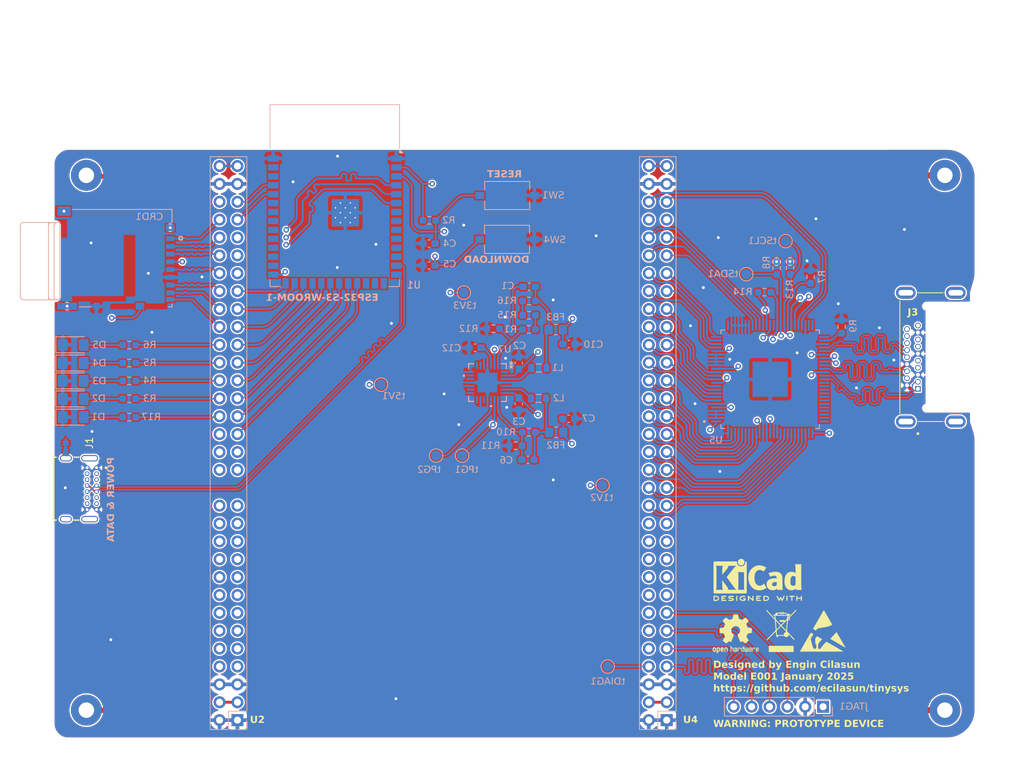
<source format=kicad_pcb>
(kicad_pcb (version 20240108) (generator "pcbnew") (generator_version "8.0")
  (title_block (title "fpga board expansion test") (rev "3"))
  (layers (0 "F.Cu" signal) (1 "In1.Cu" signal) (2 "In2.Cu" signal) (31 "B.Cu" signal) (34 "B.Paste" user) (35 "F.Paste" user) (36 "B.SilkS" user "B.Silkscreen") (37 "F.SilkS" user "F.Silkscreen") (38 "B.Mask" user) (39 "F.Mask" user) (44 "Edge.Cuts" user))
  (net 0 "")
  (net 1 "GND")
  (net 2 "D2_P")
  (net 3 "SDDAT2")
  (net 4 "SHLD")
  (net 5 "D2_N")
  (net 6 "D1_P")
  (net 7 "SDDAT3")
  (net 8 "D1_N")
  (net 9 "SDCMD")
  (net 10 "D0_P")
  (net 11 "SDCLK")
  (net 12 "SDDAT0")
  (net 13 "SDDAT1")
  (net 15 "D_HPD")
  (net 17 "D0_N")
  (net 18 "CK_P")
  (net 19 "CK_N")
  (net 20 "3V3")
  (net 22 "ESP_RST")
  (net 23 "Net-(U1-IO0)")
  (net 24 "VDE")
  (net 25 "VHSYNC")
  (net 26 "VCC")
  (net 27 "SDSWTCH")
  (net 28 "VVSYNC")
  (net 29 "ESP2D_N")
  (net 30 "REG1V2")
  (net 31 "5V")
  (net 32 "/OUTS_1")
  (net 33 "/OUTS_2")
  (net 34 "Net-(U7-VA)")
  (net 35 "Net-(U7-LX1)")
  (net 36 "Net-(U5-EXT_SWING)")
  (net 37 "LED0")
  (net 38 "LED1")
  (net 39 "LED2")
  (net 40 "LED3")
  (net 41 "REG3V3")
  (net 43 "Net-(D2-A)")
  (net 44 "Net-(D3-A)")
  (net 45 "Net-(D4-A)")
  (net 46 "Net-(D5-A)")
  (net 48 "AU_SDIN")
  (net 49 "AU_SCLK")
  (net 50 "AU_LRCLK")
  (net 51 "AU_MCLK")
  (net 52 "ESP2D_P")
  (net 60 "IO48")
  (net 66 "IO13")
  (net 67 "IO10")
  (net 68 "IO47")
  (net 71 "TXD1")
  (net 72 "IO22")
  (net 73 "RXD1")
  (net 74 "TCK")
  (net 75 "TMS")
  (net 76 "Net-(U5-CI2CA)")
  (net 77 "IO12")
  (net 80 "VCLK")
  (net 82 "IO11")
  (net 83 "IO21")
  (net 84 "TDI")
  (net 88 "VB7")
  (net 90 "Net-(D1-A)")
  (net 101 "unconnected-(U2-Pin_13-Pad13)")
  (net 110 "TDO")
  (net 111 "Net-(U4-Pin_8)")
  (net 113 "CPU_RESET")
  (net 114 "S3_MCLK")
  (net 115 "S3_MOSI")
  (net 117 "S3_MISO")
  (net 122 "VR4")
  (net 133 "VID_RESETN")
  (net 134 "/VOUT_1")
  (net 136 "VG3")
  (net 137 "VR6")
  (net 138 "VG0")
  (net 139 "VR3")
  (net 144 "VR5")
  (net 146 "VID_INT")
  (net 147 "VB5")
  (net 148 "VR0")
  (net 149 "VB1")
  (net 150 "VG1")
  (net 152 "VG2")
  (net 154 "VR7")
  (net 155 "VG5")
  (net 156 "VG6")
  (net 157 "/VOUT_2")
  (net 160 "VB2")
  (net 161 "VG7")
  (net 164 "VR1")
  (net 165 "VR2")
  (net 166 "VG4")
  (net 168 "D_CEC")
  (net 169 "VID_SCL")
  (net 170 "VB6")
  (net 171 "VB3")
  (net 172 "VB0")
  (net 173 "VID_SDA")
  (net 174 "VB4")
  (net 178 "Net-(U7-PG2)")
  (net 184 "/PG_1")
  (net 190 "Net-(U7-LX2)")
  (net 194 "D_SCL")
  (net 195 "D_SDA")
  (net 196 "Net-(R1-Pad1)")
  (net 197 "Net-(R15-Pad1)")
  (net 198 "LEDPWR")
  (footprint "MountingHole:MountingHole_2.2mm_M2_Pad" (layer "F.Cu") (at 148.75 120.5)
    (property "Reference" "REF**" (hide yes))
    (property "Value" "MountingHole_2.2mm_M2_Pad")
  )
  (footprint "MountingHole:MountingHole_2.2mm_M2_Pad" (layer "F.Cu") (at 26.75 120.5)
    (property "Reference" "REF**" (hide yes))
    (property "Value" "MountingHole_2.2mm_M2_Pad")
  )
  (footprint "MountingHole:MountingHole_2.2mm_M2_Pad" (layer "F.Cu") (at 26.75 44.5)
    (property "Reference" "REF**" (hide yes))
    (property "Value" "MountingHole_2.2mm_M2_Pad")
  )
  (footprint "USB4085-GF-A_REVA4:GCT_USB4085-GF-A_REVA4" (layer "F.Cu") (at 23.84 89.025 -90)
    (property "Reference" "J1")
    (property "Value" "USB_C_Receptacle")
  )
  (footprint "MountingHole:MountingHole_2.2mm_M2_Pad" (layer "F.Cu") (at 148.75 44.5)
    (property "Reference" "REF**" (hide yes))
    (property "Value" "MountingHole_2.2mm_M2_Pad")
  )
  (footprint "HD02-19-M-MSMT-TR:CUI_HD02-19-M-MSMT-TR" (layer "F.Cu") (at 144.92 74.84 90)
    (property "Reference" "J3")
    (property "Value" "HDMI_A")
    (fp_line (start 12.25 1.23) (end 12.25 7.53) (stroke (width 0.01)) (layer "Edge.Cuts"))
    (fp_line (start -2.25 1.23) (end 11.25 1.23) (stroke (width 0.01)) (layer "Edge.Cuts"))
    (fp_line (start 12.25 7.53) (end 13.65 7.53) (stroke (width 0.01)) (layer "Edge.Cuts"))
    (fp_line (start -3.25 7.53) (end -3.25 1.23) (stroke (width 0.01)) (layer "Edge.Cuts"))
    (fp_line (start -3.25 7.53) (end -4.65 7.53) (stroke (width 0.01)) (layer "Edge.Cuts"))
    (fp_arc (start 11.25 1.23) (mid 11.75 0.73) (end 12.25 1.23) (stroke (width 0.01)) (layer "Edge.Cuts"))
    (fp_arc (start -3.25 1.23) (mid -2.75 0.73) (end -2.25 1.23) (stroke (width 0.01)) (layer "Edge.Cuts"))
  )
  (footprint "Symbol:ESD-Logo_6.6x6mm_SilkScreen" (layer "F.Cu") (at 131.3942 109.22)
    (property "Reference" "REF**" (hide yes))
    (property "Value" "ESD-Logo_6.6x6mm_SilkScreen" (hide yes))
  )
  (footprint "Symbol:OSHW-Logo2_7.3x6mm_SilkScreen" (layer "F.Cu") (at 119.0244 109.6518)
    (property "Reference" "REF**" (hide yes))
    (property "Value" "OSHW-Logo2_7.3x6mm_SilkScreen" (hide yes))
  )
  (footprint "Symbol:KiCad-Logo2_5mm_SilkScreen" (layer "F.Cu") (at 122.1486 101.981)
    (property "Reference" "REF**" (hide yes))
    (property "Value" "KiCad-Logo2_5mm_SilkScreen" (hide yes))
  )
  (footprint "Symbol:WEEE-Logo_4.2x6mm_SilkScreen" (layer "F.Cu") (at 125.5014 109.22)
    (property "Reference" "REF**" (hide yes))
    (property "Value" "WEEE-Logo_4.2x6mm_SilkScreen" (hide yes))
  )
  (footprint "Resistor_SMD:R_0805_2012Metric_Pad1.20x1.40mm_HandSolder" (layer "B.Cu") (at 93.456 66.421)
    (property "Reference" "FB3")
    (property "Value" "1k@100MHz")
  )
  (footprint "TestPoint:TestPoint_Pad_D1.5mm" (layer "B.Cu") (at 80.137 84.328 180)
    (property "Reference" "tPG1")
    (property "Value" "PG1_TEST")
  )
  (footprint "Resistor_SMD:R_0603_1608Metric_Pad0.98x0.95mm_HandSolder" (layer "B.Cu") (at 32.8375 78.867 180)
    (property "Reference" "R17")
    (property "Value" "33")
  )
  (footprint "Resistor_SMD:R_0603_1608Metric_Pad0.98x0.95mm_HandSolder" (layer "B.Cu") (at 87.7375 82.925 180)
    (property "Reference" "R11")
    (property "Value" "10K0")
  )
  (footprint "TestPoint:TestPoint_Pad_D1.5mm" (layer "B.Cu") (at 126.111 53.848 180)
    (property "Reference" "tSCL1")
    (property "Value" "SCL_TEST")
  )
  (footprint "Capacitor_SMD:C_0603_1608Metric_Pad1.08x0.95mm_HandSolder" (layer "B.Cu") (at 81.9875 69 180)
    (property "Reference" "C12")
    (property "Value" "1uf")
  )
  (footprint "TestPoint:TestPoint_Pad_D1.5mm" (layer "B.Cu") (at 120.523 58.547 180)
    (property "Reference" "tSDA1")
    (property "Value" "SDA_TEST")
  )
  (footprint "Resistor_SMD:R_0603_1608Metric_Pad0.98x0.95mm_HandSolder" (layer "B.Cu") (at 126.746 57.658 -90)
    (property "Reference" "R13")
    (property "Value" "2K0")
  )
  (footprint "Inductor_SMD:L_0805_2012Metric" (layer "B.Cu") (at 91.059 71.882 180)
    (property "Reference" "L1")
    (property "Value" "1.5uH")
  )
  (footprint "Connector_PinSocket_2.54mm:PinSocket_2x32_P2.54mm_Vertical" (layer "B.Cu") (at 48.22 121.92)
    (property "Reference" "U2")
    (property "Value" "GPIO_U2")
  )
  (footprint "Connector_PinSocket_2.54mm:PinSocket_2x32_P2.54mm_Vertical" (layer "B.Cu") (at 109.22 121.92)
    (property "Reference" "U4")
    (property "Value" "GPIO_U4")
  )
  (footprint "Resistor_SMD:R_0603_1608Metric_Pad0.98x0.95mm_HandSolder" (layer "B.Cu") (at 124.841 57.6815 -90)
    (property "Reference" "R8")
    (property "Value" "2K0")
  )
  (footprint "Capacitor_SMD:C_0603_1608Metric_Pad1.08x0.95mm_HandSolder" (layer "B.Cu") (at 75.4375 54.2 180)
    (property "Reference" "C4")
    (property "Value" "0.1uf")
  )
  (footprint "RF_Module:ESP32-S3-WROOM-1" (layer "B.Cu") (at 62.05 47.36 180)
    (property "Reference" "U1")
    (property "Value" "ESP32-S3-WROOM-1")
  )
  (footprint "Capacitor_SMD:C_0603_1608Metric_Pad1.08x0.95mm_HandSolder" (layer "B.Cu") (at 88.2 76.9875 90)
    (property "Reference" "C3")
    (property "Value" "2.2uf")
  )
  (footprint "MAX20022:21-0140_T2855&plus_5_MXM-M" (layer "B.Cu") (at 83.75 73.9507 180)
    (property "Reference" "U7")
    (property "Value" "MAX20022ATIA+T")
  )
  (footprint "Resistor_SMD:R_0603_1608Metric_Pad0.98x0.95mm_HandSolder" (layer "B.Cu") (at 32.8375 68.63 180)
    (property "Reference" "R6")
    (property "Value" "33")
  )
  (footprint "TestPoint:TestPoint_Pad_D1.5mm" (layer "B.Cu") (at 100.838 114.3 180)
    (property "Reference" "tDIAG1")
    (property "Value" "DIAGNOSIS")
  )
  (footprint "Capacitor_SMD:C_0603_1608Metric_Pad1.08x0.95mm_HandSolder" (layer "B.Cu") (at 75.4375 57.3 180)
    (property "Reference" "C5")
    (property "Value" "0.1uf")
  )
  (footprint "LED_SMD:LED_1206_3216Metric_Pad1.42x1.75mm_HandSolder" (layer "B.Cu") (at 24.875 71.17)
    (property "Reference" "D4")
    (property "Value" "LED")
  )
  (footprint "DM3AT-SF-PEJM5:HRS_DM3AT-SF-PEJM5" (layer "B.Cu") (at 38.6712 56.692 90)
    (property "Reference" "CRD1")
    (property "Value" "DM3AT-SF-PEJM5")
  )
  (footprint "Inductor_SMD:L_0805_2012Metric" (layer "B.Cu") (at 91.0125 76.2 180)
    (property "Reference" "L2")
    (property "Value" "1.5uH")
  )
  (footprint "Resistor_SMD:R_0603_1608Metric_Pad0.98x0.95mm_HandSolder" (layer "B.Cu") (at 32.8375 73.71 180)
    (property "Reference" "R4")
    (property "Value" "33")
  )
  (footprint "Resistor_SMD:R_0603_1608Metric_Pad0.98x0.95mm_HandSolder" (layer "B.Cu") (at 84.5585 66.294 180)
    (property "Reference" "R12")
    (property "Value" "10K0")
  )
  (footprint "LED_SMD:LED_1206_3216Metric_Pad1.42x1.75mm_HandSolder" (layer "B.Cu") (at 24.875 68.581834)
    (property "Reference" "D5")
    (property "Value" "LED")
  )
  (footprint "Resistor_SMD:R_0603_1608Metric_Pad0.98x0.95mm_HandSolder" (layer "B.Cu") (at 123.125 61.1 180)
    (property "Reference" "R14")
    (property "Value" "27K0")
  )
  (footprint "TestPoint:TestPoint_Pad_D1.5mm" (layer "B.Cu") (at 80.391 61.1632 180)
    (property "Reference" "t3V3")
    (property "Value" "3V3_TEST")
  )
  (footprint "Resistor_SMD:R_0603_1608Metric_Pad0.98x0.95mm_HandSolder" (layer "B.Cu") (at 32.8375 76.25 180)
    (property "Reference" "R3")
    (property "Value" "33")
  )
  (footprint "Capacitor_SMD:C_0603_1608Metric_Pad1.08x0.95mm_HandSolder" (layer "B.Cu") (at 89.6885 60.325 180)
    (property "Reference" "C1")
    (property "Value" "15pF")
  )
  (footprint "Resistor_SMD:R_0603_1608Metric_Pad0.98x0.95mm_HandSolder" (layer "B.Cu") (at 75.4875 50.9 180)
    (property "Reference" "R2")
    (property "Value" "10K0")
  )
  (footprint "Resistor_SMD:R_0603_1608Metric_Pad0.98x0.95mm_HandSolder" (layer "B.Cu") (at 89.662 64.389)
    (property "Reference" "R15")
    (property "Value" "10K0")
  )
  (footprint "Resistor_SMD:R_0603_1608Metric_Pad0.98x0.95mm_HandSolder" (layer "B.Cu") (at 32.8375 71.17 180)
    (property "Reference" "R5")
    (property "Value" "33")
  )
  (footprint "LED_SMD:LED_1206_3216Metric_Pad1.42x1.75mm_HandSolder" (layer "B.Cu") (at 24.876928 76.267312)
    (property "Reference" "D2")
    (property "Value" "LED")
  )
  (footprint "Resistor_SMD:R_0603_1608Metric_Pad0.98x0.95mm_HandSolder" (layer "B.Cu") (at 89.6375 66.4 180)
    (property "Reference" "R1")
    (property "Value" "10K0")
  )
  (footprint "Resistor_SMD:R_0805_2012Metric_Pad1.20x1.40mm_HandSolder" (layer "B.Cu") (at 93.5185 81.026)
    (property "Reference" "FB2")
    (property "Value" "1k@100MHz")
  )
  (footprint "TestPoint:TestPoint_Pad_D1.5mm" (layer "B.Cu") (at 76.454 84.328 180)
    (property "Reference" "tPG2")
    (property "Value" "PG2_TEST")
  )
  (footprint "LED_SMD:LED_1206_3216Metric_Pad1.42x1.75mm_HandSolder" (layer "B.Cu") (at 24.876928 78.867)
    (property "Reference" "D1")
    (property "Value" "LED")
  )
  (footprint "Resistor_SMD:R_0603_1608Metric_Pad0.98x0.95mm_HandSolder" (layer "B.Cu") (at 89.662 62.357 180)
    (property "Reference" "R16")
    (property "Value" "3K0")
  )
  (footprint "Capacitor_SMD:C_0603_1608Metric_Pad1.08x0.95mm_HandSolder" (layer "B.Cu") (at 95.3019 79.0956)
    (property "Reference" "C7")
    (property "Value" "10uf")
  )
  (footprint "Button_Switch_SMD:SW_Tactile_SPST_NO_Straight_CK_PTS636Sx25SMTRLFS" (layer "B.Cu") (at 86.525 53.6 180)
    (property "Reference" "SW4")
    (property "Value" "ESPPROG")
  )
  (footprint "Capacitor_SMD:C_0603_1608Metric_Pad1.08x0.95mm_HandSolder" (layer "B.Cu") (at 95.3273 68.4784)
    (property "Reference" "C10")
    (property "Value" "10uf")
  )
  (footprint "Button_Switch_SMD:SW_Tactile_SPST_NO_Straight_CK_PTS636Sx25SMTRLFS" (layer "B.Cu") (at 86.552 47.371 180)
    (property "Reference" "SW1")
    (property "Value" "ESPRST")
  )
  (footprint "TestPoint:TestPoint_Pad_D1.5mm" (layer "B.Cu") (at 68.6308 74.2442 180)
    (property "Reference" "t5V1")
    (property "Value" "5V_IN_TEST")
  )
  (footprint "SII1136CTU:QFP50P1600X1600X120-101N" (layer "B.Cu") (at 123.925 73.48)
    (property "Reference" "U5")
    (property "Value" "SII1136CTU")
  )
  (footprint "Capacitor_SMD:C_0603_1608Metric_Pad1.08x0.95mm_HandSolder" (layer "B.Cu") (at 88.2 71.1625 -90)
    (property "Reference" "C2")
    (property "Value" "2.2uf")
  )
  (footprint "LED_SMD:LED_1206_3216Metric_Pad1.42x1.75mm_HandSolder" (layer "B.Cu") (at 24.875 73.71)
    (property "Reference" "D3")
    (property "Value" "LED")
  )
  (footprint "Capacitor_SMD:C_0603_1608Metric_Pad1.08x0.95mm_HandSolder" (layer "B.Cu") (at 89.5 84.925 180)
    (property "Reference" "C6")
    (property "Value" "75pF")
  )
  (footprint "TestPoint:TestPoint_Pad_D1.5mm" (layer "B.Cu") (at 100.1014 88.5444 180)
    (property "Reference" "t1V2")
    (property "Value" "1V2_TEST")
  )
  (footprint "Resistor_SMD:R_0603_1608Metric_Pad0.98x0.95mm_HandSolder" (layer "B.Cu") (at 134.075 66.0125 90)
    (property "Reference" "R9")
    (property "Value" "4K02")
  )
  (footprint "Connector_PinHeader_2.54mm:PinHeader_1x06_P2.54mm_Vertical" (layer "B.Cu") (at 131.445 120.015 90)
    (property "Reference" "JTAG1")
    (property "Value" "Conn_01x06_Pin")
  )
  (footprint "Resistor_SMD:R_0603_1608Metric_Pad0.98x0.95mm_HandSolder" (layer "B.Cu") (at 129.667 58.928 90)
    (property "Reference" "R7")
    (property "Value" "4K7")
  )
  (footprint "Resistor_SMD:R_0603_1608Metric_Pad0.98x0.95mm_HandSolder" (layer "B.Cu") (at 89.6375 81.005 180)
    (property "Reference" "R10")
    (property "Value" "2K0")
  )
  (gr_poly (pts (xy 29.900057 121.134452) (xy 30.090557 121.515452) (xy 29.709557 121.515452)) (fill solid) (layer "F.Cu") (net 1))
  (gr_poly (pts (xy 144.838256 45.138975) (xy 145.028756 45.519975) (xy 144.647756 45.519975)) (fill solid) (layer "F.Cu") (net 1))
  (gr_poly (pts (xy 30.412483 119.881725) (xy 30.221983 119.500725) (xy 30.602983 119.500725)) (fill solid) (layer "F.Cu") (net 1))
  (gr_poly (pts (xy 146.999451 45.086205) (xy 145.475451 44.705205) (xy 145.348451 45.086205) (xy 145.094451 44.832205) (xy 144.840451 45.086205) (xy 144.713451 44.705205) (xy 144.205451 44.514705) (xy 144.713451 44.324205) (xy 144.840451 43.943205) (xy 145.094451 44.197205) (xy 145.348451 43.943205) (xy 145.475451 44.324205) (xy 146.999451 43.943205)) (fill solid) (layer "F.Cu") (net 4))
  (gr_poly (pts (xy 29.901893 119.883668) (xy 29.711393 119.502668) (xy 30.092393 119.502668)) (fill solid) (layer "F.Cu") (net 1))
  (gr_poly (pts (xy 28.251288 119.934495) (xy 29.775288 120.315495) (xy 29.902288 119.934495) (xy 30.156288 120.188495) (xy 30.410288 119.934495) (xy 30.537288 120.315495) (xy 31.045288 120.505995) (xy 30.537288 120.696495) (xy 30.410288 121.077495) (xy 30.156288 120.823495) (xy 29.902288 121.077495) (xy 29.775288 120.696495) (xy 28.251288 121.077495)) (fill solid) (layer "F.Cu") (net 4))
  (gr_poly (pts (xy 29.715769 45.268957) (xy 29.906269 45.649957) (xy 29.525269 45.649957)) (fill solid) (layer "F.Cu") (net 1))
  (gr_poly (pts (xy 144.145 44.5135) (xy 143.764 44.704) (xy 143.764 44.323)) (fill solid) (layer "F.Cu") (net 1))
  (gr_poly (pts (xy 145.348846 45.137032) (xy 145.539346 45.518032) (xy 145.158346 45.518032)) (fill solid) (layer "F.Cu") (net 1))
  (gr_poly (pts (xy 144.16915 120.50096) (xy 143.78815 120.69146) (xy 143.78815 120.31046)) (fill solid) (layer "F.Cu") (net 1))
  (gr_poly (pts (xy 144.862406 121.126435) (xy 145.052906 121.507435) (xy 144.671906 121.507435)) (fill solid) (layer "F.Cu") (net 1))
  (gr_poly (pts (xy 29.717605 44.018173) (xy 29.527105 43.637173) (xy 29.908105 43.637173)) (fill solid) (layer "F.Cu") (net 1))
  (gr_poly (pts (xy 145.374832 119.873708) (xy 145.184332 119.492708) (xy 145.565332 119.492708)) (fill solid) (layer "F.Cu") (net 1))
  (gr_poly (pts (xy 144.840092 43.888191) (xy 144.649592 43.507191) (xy 145.030592 43.507191)) (fill solid) (layer "F.Cu") (net 1))
  (gr_poly (pts (xy 145.372996 121.124492) (xy 145.563496 121.505492) (xy 145.182496 121.505492)) (fill solid) (layer "F.Cu") (net 1))
  (gr_poly (pts (xy 28.067 44.069) (xy 29.591 44.45) (xy 29.718 44.069) (xy 29.972 44.323) (xy 30.226 44.069) (xy 30.353 44.45) (xy 30.861 44.6405) (xy 30.353 44.831) (xy 30.226 45.212) (xy 29.972 44.958) (xy 29.718 45.212) (xy 29.591 44.831) (xy 28.067 45.212)) (fill solid) (layer "F.Cu") (net 4))
  (gr_poly (pts (xy 30.226359 45.267014) (xy 30.416859 45.648014) (xy 30.035859 45.648014)) (fill solid) (layer "F.Cu") (net 1))
  (gr_poly (pts (xy 31.105739 120.5072) (xy 31.486739 120.3167) (xy 31.486739 120.6977)) (fill solid) (layer "F.Cu") (net 1))
  (gr_poly (pts (xy 30.921451 44.641705) (xy 31.302451 44.451205) (xy 31.302451 44.832205)) (fill solid) (layer "F.Cu") (net 1))
  (gr_poly (pts (xy 144.864242 119.875651) (xy 144.673742 119.494651) (xy 145.054742 119.494651)) (fill solid) (layer "F.Cu") (net 1))
  (gr_poly (pts (xy 147.023601 121.073665) (xy 145.499601 120.692665) (xy 145.372601 121.073665) (xy 145.118601 120.819665) (xy 144.864601 121.073665) (xy 144.737601 120.692665) (xy 144.229601 120.502165) (xy 144.737601 120.311665) (xy 144.864601 119.930665) (xy 145.118601 120.184665) (xy 145.372601 119.930665) (xy 145.499601 120.311665) (xy 147.023601 119.930665)) (fill solid) (layer "F.Cu") (net 4))
  (gr_poly (pts (xy 30.410647 121.132509) (xy 30.601147 121.513509) (xy 30.220147 121.513509)) (fill solid) (layer "F.Cu") (net 1))
  (gr_poly (pts (xy 145.350682 43.886248) (xy 145.160182 43.505248) (xy 145.541182 43.505248)) (fill solid) (layer "F.Cu") (net 1))
  (gr_poly (pts (xy 30.228195 44.01623) (xy 30.037695 43.63523) (xy 30.418695 43.63523)) (fill solid) (layer "F.Cu") (net 1))
  (gr_poly (pts (xy 23.190173 82.804395) (xy 22.809173 82.613895) (xy 22.809173 82.994895)) (fill solid) (layer "B.Cu") (net 1))
  (gr_poly (pts (xy 24.439014 82.295641) (xy 24.820014 82.486141) (xy 24.820014 82.105141)) (fill solid) (layer "B.Cu") (net 1))
  (gr_poly (pts (xy 23.813705 81.600549) (xy 24.004205 81.219549) (xy 23.623205 81.219549)) (fill solid) (layer "B.Cu") (net 1))
  (gr_poly (pts (xy 23.18823 82.293805) (xy 22.80723 82.103305) (xy 22.80723 82.484305)) (fill solid) (layer "B.Cu") (net 1))
  (gr_poly (pts (xy 23.241 84.455) (xy 23.622 82.931) (xy 23.241 82.804) (xy 23.495 82.55) (xy 23.241 82.296) (xy 23.622 82.169) (xy 23.8125 81.661) (xy 24.003 82.169) (xy 24.384 82.296) (xy 24.13 82.55) (xy 24.384 82.804) (xy 24.003 82.931) (xy 24.384 84.455)) (fill solid) (layer "B.Cu") (net 4))
  (gr_poly (pts (xy 24.440957 82.806231) (xy 24.821957 82.996731) (xy 24.821957 82.615731)) (fill solid) (layer "B.Cu") (net 1))
  (gr_arc (start 22.381526 123.474098) (mid 22.170184 122.980062) (end 22.098 122.44759) (stroke (width 0.01)) (layer "Edge.Cuts"))
  (gr_arc (start 152.91236 80.949034) (mid 153.049815 81.541079) (end 153.096 82.147115) (stroke (width 0.01)) (layer "Edge.Cuts"))
  (gr_arc (start 22.098 62.557) (mid 22.156579 62.415579) (end 22.298 62.357) (stroke (width 0.01)) (layer "Edge.Cuts"))
  (gr_line (start 24.134295 124.508275) (end 149.096 124.508) (stroke (width 0.01)) (layer "Edge.Cuts"))
  (gr_arc (start 22.951823 41.216031) (mid 23.55706 40.862767) (end 24.24701 40.739982) (stroke (width 0.01)) (layer "Edge.Cuts"))
  (gr_line (start 22.381526 123.474098) (end 22.417818 123.534783) (stroke (width 0.01)) (layer "Edge.Cuts"))
  (gr_arc (start 149.096 40.7384) (mid 151.924437 41.909982) (end 153.096 44.738427) (stroke (width 0.01)) (layer "Edge.Cuts"))
  (gr_line (start 22.298 51.054) (end 22.387 51.054) (stroke (width 0.01)) (layer "Edge.Cuts"))
  (gr_arc (start 22.298 51.054) (mid 22.156579 50.995421) (end 22.098 50.854) (stroke (width 0.01)) (layer "Edge.Cuts"))
  (gr_line (start 153.096 120.508) (end 153.096 82.147115) (stroke (width 0.01)) (layer "Edge.Cuts"))
  (gr_line (start 24.24701 40.739982) (end 149.096 40.7384) (stroke (width 0.01)) (layer "Edge.Cuts"))
  (gr_arc (start 22.987 61.757) (mid 22.811264 62.181264) (end 22.387 62.357) (stroke (width 0.01)) (layer "Edge.Cuts"))
  (gr_line (start 22.987 51.654) (end 22.987 61.757) (stroke (width 0.01)) (layer "Edge.Cuts"))
  (gr_arc (start 24.134295 124.508275) (mid 23.147642 124.247957) (end 22.417818 123.534783) (stroke (width 0.01)) (layer "Edge.Cuts"))
  (gr_arc (start 22.387 51.054) (mid 22.811264 51.229736) (end 22.987 51.654) (stroke (width 0.01)) (layer "Edge.Cuts"))
  (gr_arc (start 153.096 58.367925) (mid 153.057357 58.92259) (end 152.942173 59.466537) (stroke (width 0.01)) (layer "Edge.Cuts"))
  (gr_arc (start 153.096 120.508) (mid 151.924427 123.336427) (end 149.096 124.508) (stroke (width 0.01)) (layer "Edge.Cuts"))
  (gr_line (start 22.099793 42.864675) (end 22.098 50.854) (stroke (width 0.01)) (layer "Edge.Cuts"))
  (gr_line (start 153.096 58.367925) (end 153.096 44.738427) (stroke (width 0.01)) (layer "Edge.Cuts"))
  (gr_line (start 152.452 61.1826) (end 152.942173 59.466537) (stroke (width 0.01)) (layer "Edge.Cuts"))
  (gr_line (start 22.298 62.357) (end 22.387 62.357) (stroke (width 0.01)) (layer "Edge.Cuts"))
  (gr_line (start 22.098 62.557) (end 22.098 122.44759) (stroke (width 0.01)) (layer "Edge.Cuts"))
  (gr_line (start 22.804579 41.341174) (end 22.951823 41.216031) (stroke (width 0.01)) (layer "Edge.Cuts"))
  (gr_line (start 152.91236 80.949034) (end 152.452 79.4826) (stroke (width 0.01)) (layer "Edge.Cuts"))
  (gr_arc (start 22.099793 42.864675) (mid 22.284606 42.025398) (end 22.804579 41.341174) (stroke (width 0.01)) (layer "Edge.Cuts"))
  (gr_text "RESET" (at 88.646 44.958 0) (layer "B.SilkS") (effects (font (size 1 1) (thickness 0.25) (bold yes)) (justify left bottom mirror)))
  (gr_text "POWER & DATA" (at 30.85 84.55 90) (layer "B.SilkS") (effects (font (size 1 1) (thickness 0.25) (bold yes)) (justify left bottom mirror)))
  (gr_text "ESP32-S3-WROOM-1" (at 68.25 62.5 0) (layer "B.SilkS") (effects (font (size 1 1) (thickness 0.25) (bold yes)) (justify left bottom mirror)))
  (gr_text "DOWNLOAD" (at 89.7 57.1 0) (layer "B.SilkS") (effects (font (size 1 1) (thickness 0.25) (bold yes)) (justify left bottom mirror)))
  (gr_text "Designed by Engin Cilasun\nModel E001 January 2025\nhttps://github.com/ecilasun/tinysys\n\n\nWARNING: PROTOTYPE DEVICE" (at 115.824 123.063 0) (layer "F.SilkS") (effects (font (size 1 1)) (justify left bottom)))
  (via (at 127.762 69.723) (size 0.8) (drill 0.4) (layers "F.Cu" "B.Cu") (net 1))
  (via (at 133.604 62.738) (size 0.8) (drill 0.4) (layers "F.Cu" "B.Cu") (net 1))
  (via (at 116.775 86.575) (size 0.8) (drill 0.4) (layers "F.Cu" "B.Cu") (net 1))
  (via (at 43.18 58.928) (size 0.8) (drill 0.4) (layers "F.Cu" "B.Cu") (net 1))
  (via (at 35.56 58.42) (size 0.8) (drill 0.4) (layers "F.Cu" "B.Cu") (net 1))
  (via (at 62.45 41.775) (size 0.8) (drill 0.4) (layers "F.Cu" "B.Cu") (net 1))
  (via (at 113.25 76.95) (size 0.8) (drill 0.4) (layers "F.Cu" "B.Cu") (net 1))
  (via (at 86.487 77.47) (size 0.8) (drill 0.4) (layers "F.Cu" "B.Cu") (net 1))
  (via (at 62.4 57.6) (size 0.8) (drill 0.4) (layers "F.Cu" "B.Cu") (net 1))
  (via (at 93.091 87.7824) (size 0.8) (drill 0.4) (layers "F.Cu" "B.Cu") (net 1))
  (via (at 130.429 50.673) (size 0.8) (drill 0.4) (layers "F.Cu" "B.Cu") (net 1))
  (via (at 99.187 53.086) (size 0.8) (drill 0.4) (layers "F.Cu" "B.Cu") (net 1))
  (via (at 129.159 56.642) (size 0.8) (drill 0.4) (layers "F.Cu" "B.Cu") (net 1))
  (via (at 116.55 53.35) (size 0.8) (drill 0.4) (layers "F.Cu" "B.Cu") (net 1))
  (via (at 56.125 45.425) (size 0.8) (drill 0.4) (layers "F.Cu" "B.Cu") (net 1))
  (via (at 136.1948 74.7014) (size 0.8) (drill 0.4) (layers "F.Cu" "B.Cu") (net 1))
  (via (at 114.427 60.452) (size 0.8) (drill 0.4) (layers "F.Cu" "B.Cu") (net 1))
  (via (at 23.749 88.9) (size 0.8) (drill 0.4) (layers "F.Cu" "B.Cu") (net 1))
  (via (at 27.559 80.899) (size 0.8) (drill 0.4) (layers "F.Cu" "B.Cu") (net 1))
  (via (at 93.091 62.2046) (size 0.8) (drill 0.4) (layers "F.Cu" "B.Cu") (net 1))
  (via (at 143.002 52.197) (size 0.8) (drill 0.4) (layers "F.Cu" "B.Cu") (net 1))
  (via (at 80.375 51.575) (size 0.8) (drill 0.4) (layers "F.Cu" "B.Cu") (net 1))
  (via (at 70.739 118.872) (size 0.8) (drill 0.4) (layers "F.Cu" "B.Cu") (net 1))
  (via (at 141.5 70.75) (size 0.8) (drill 0.4) (layers "F.Cu" "B.Cu") (net 1))
  (via (at 27.432 54.102) (size 0.8) (drill 0.4) (layers "F.Cu" "B.Cu") (net 1))
  (via (at 118.175 70.65) (size 0.8) (drill 0.4) (layers "F.Cu" "B.Cu") (net 1))
  (via (at 86.233 64.643) (size 0.8) (drill 0.4) (layers "F.Cu" "B.Cu") (net 1))
  (via (at 36.068 66.802) (size 0.8) (drill 0.4) (layers "F.Cu" "B.Cu") (net 1))
  (via (at 67.9 54.3) (size 0.8) (drill 0.4) (layers "F.Cu" "B.Cu") (net 1))
  (via (at 139.446 66.167) (size 0.8) (drill 0.4) (layers "F.Cu" "B.Cu") (net 1))
  (via (at 86.325 70.5) (size 0.8) (drill 0.4) (layers "F.Cu" "B.Cu") (net 1))
  (via (at 112.6 65.875) (size 0.8) (drill 0.4) (layers "F.Cu" "B.Cu") (net 1))
  (via (at 30.226 110.49) (size 0.8) (drill 0.4) (layers "F.Cu" "B.Cu") (net 1))
  (via (at 77.597 75.565) (size 0.8) (drill 0.4) (layers "F.Cu" "B.Cu") (net 1))
  (via (at 70.104 65.532) (size 0.8) (drill 0.4) (layers "F.Cu" "B.Cu") (net 1))
  (via (at 79.675 79.925) (size 0.8) (drill 0.4) (layers "F.Cu" "B.Cu") (net 1))
  (segment (start 143.285 74.425) (end 143.37 74.34) (width 0.4) (layer "B.Cu") (net 1))
  (segment (start 138.064481 75.317748) (end 138.064481 75.675) (width 0.18) (layer "B.Cu") (net 2))
  (segment (start 143.45 76.075) (end 144.685 74.84) (width 0.18) (layer "B.Cu") (net 2))
  (segment (start 139.464481 76.43225) (end 139.464481 76.075) (width 0.18) (layer "B.Cu") (net 2))
  (segment (start 138.064481 75.675) (end 138.064481 76.43225) (width 0.18) (layer "B.Cu") (net 2))
  (segment (start 133.470262 74.996009) (end 133.555114 75.080861) (width 0.18) (layer "B.Cu") (net 2))
  (segment (start 134.961538 75.736538) (end 135.3 76.075) (width 0.18) (layer "B.Cu") (net 2))
  (segment (start 135.3 76.075) (end 135.864481 76.075) (width 0.18) (layer "B.Cu") (net 2))
  (segment (start 144.685 74.84) (end 144.92 74.84) (width 0.18) (layer "B.Cu") (net 2))
  (segment (start 133.894526 75.080861) (end 133.930488 75.044898) (width 0.18) (layer "B.Cu") (net 2))
  (segment (start 139.464481 76.075) (end 139.464481 75.317738) (width 0.18) (layer "B.Cu") (net 2))
  (segment (start 136.664481 77.032252) (end 136.864481 77.032252) (width 0.18) (layer "B.Cu") (net 2))
  (segment (start 137.464481 76.432252) (end 137.464481 76.275) (width 0.18) (layer "B.Cu") (net 2))
  (segment (start 137.664481 75.117748) (end 137.864481 75.117748) (width 0.18) (layer "B.Cu") (net 2))
  (segment (start 138.664481 77.03225) (end 138.864481 77.03225) (width 0.18) (layer "B.Cu") (net 2))
  (segment (start 133.506225 74.620636) (end 133.470262 74.656598) (width 0.18) (layer "B.Cu") (net 2))
  (segment (start 141.2748 76.075) (end 143.45 76.075) (width 0.18) (layer "B.Cu") (net 2))
  (segment (start 140.864481 76.075) (end 141.2748 76.075) (width 0.18) (layer "B.Cu") (net 2))
  (segment (start 131.595 73.48) (end 132.705 73.48) (width 0.18) (layer "B.Cu") (net 2))
  (segment (start 136.064481 76.275) (end 136.064481 76.432252) (width 0.18) (layer "B.Cu") (net 2))
  (segment (start 139.664481 75.117738) (end 139.864481 75.117738) (width 0.18) (layer "B.Cu") (net 2))
  (segment (start 132.705 73.48) (end 133.506225 74.281225) (width 0.18) (layer "B.Cu") (net 2))
  (segment (start 134.269899 75.044898) (end 134.354753 75.129753) (width 0.18) (layer "B.Cu") (net 2))
  (segment (start 137.464481 76.275) (end 137.464481 75.317748) (width 0.18) (layer "B.Cu") (net 2))
  (segment (start 134.354753 75.129753) (end 134.961538 75.736538) (width 0.18) (layer "B.Cu") (net 2))
  (segment (start 140.664481 76.075) (end 140.864481 76.075) (width 0.18) (layer "B.Cu") (net 2))
  (segment (start 140.064481 75.317738) (end 140.064481 75.475) (width 0.18) (layer "B.Cu") (net 2))
  (arc (start 137.864481 75.117748) (mid 138.005902 75.176327) (end 138.064481 75.317748) (width 0.18) (layer "B.Cu") (net 2))
  (arc (start 136.864481 77.032252) (mid 137.288745 76.856516) (end 137.464481 76.432252) (width 0.18) (layer "B.Cu") (net 2))
  (arc (start 133.506225 74.281225) (mid 133.576519 74.450931) (end 133.506225 74.620636) (width 0.18) (layer "B.Cu") (net 2))
  (arc (start 138.864481 77.03225) (mid 139.288745 76.856514) (end 139.464481 76.43225) (width 0.18) (layer "B.Cu") (net 2))
  (arc (start 136.064481 76.432252) (mid 136.240217 76.856516) (end 136.664481 77.032252) (width 0.18) (layer "B.Cu") (net 2))
  (arc (start 135.864481 76.075) (mid 136.005902 76.133579) (end 136.064481 76.275) (width 0.18) (layer "B.Cu") (net 2))
  (arc (start 140.064481 75.475) (mid 140.240217 75.899264) (end 140.664481 76.075) (width 0.18) (layer "B.Cu") (net 2))
  (arc (start 133.470262 74.656598) (mid 133.399968 74.826303) (end 133.470262 74.996009) (width 0.18) (layer "B.Cu") (net 2))
  (arc (start 133.930488 75.044898) (mid 134.100193 74.974604) (end 134.269899 75.044898) (width 0.18) (layer "B.Cu") (net 2))
  (arc (start 133.555114 75.080861) (mid 133.72482 75.151156) (end 133.894526 75.080861) (width 0.18) (layer "B.Cu") (net 2))
  (arc (start 139.864481 75.117738) (mid 140.005902 75.176317) (end 140.064481 75.317738) (width 0.18) (layer "B.Cu") (net 2))
  (arc (start 137.464481 75.317748) (mid 137.52306 75.176327) (end 137.664481 75.117748) (width 0.18) (layer "B.Cu") (net 2))
  (arc (start 138.064481 76.43225) (mid 138.240217 76.856514) (end 138.664481 77.03225) (width 0.18) (layer "B.Cu") (net 2))
  (arc (start 139.464481 75.317738) (mid 139.52306 75.176317) (end 139.664481 75.117738) (width 0.18) (layer "B.Cu") (net 2))
  (segment (start 41.386 53.492) (end 42.780893 53.492) (width 0.25) (layer "B.Cu") (net 3))
  (segment (start 40.886 53.542) (end 40.936 53.592) (width 0.25) (layer "B.Cu") (net 3))
  (segment (start 40.386 53.492) (end 40.486 53.392) (width 0.25) (layer "B.Cu") (net 3))
  (segment (start 40.886 53.442) (end 40.886 53.542) (width 0.25) (layer "B.Cu") (net 3))
  (segment (start 40.936 53.592) (end 41.286 53.592) (width 0.25) (layer "B.Cu") (net 3))
  (segment (start 40.486 53.392) (end 40.836 53.392) (width 0.25) (layer "B.Cu") (net 3))
  (segment (start 38.6712 53.492) (end 40.386 53.492) (width 0.25) (layer "B.Cu") (net 3))
  (segment (start 40.836 53.392) (end 40.886 53.442) (width 0.25) (layer "B.Cu") (net 3))
  (segment (start 41.286 53.592) (end 41.386 53.492) (width 0.25) (layer "B.Cu") (net 3))
  (segment (start 43.134447 53.345553) (end 45.68 50.8) (width 0.25) (layer "B.Cu") (net 3))
  (arc (start 42.780893 53.492) (mid 42.972235 53.45394) (end 43.134447 53.345553) (width 0.25) (layer "B.Cu") (net 3))
  (via (at 24.0212 63.092) (size 0.8) (drill 0.4) (layers "F.Cu" "B.Cu") (net 4))
  (via (at 23.5712 49.592) (size 0.8) (drill 0.4) (layers "F.Cu" "B.Cu") (net 4))
  (via (at 30.353 64.77) (size 0.8) (drill 0.4) (layers "F.Cu" "B.Cu") (net 4))
  (via (at 38.6712 51.942) (size 0.8) (drill 0.4) (layers "F.Cu" "B.Cu") (net 4))
  (segment (start 34.078307 64.134893) (end 33.736093 64.477107) (width 0.25) (layer "B.Cu") (net 4))
  (segment (start 33.028986 64.77) (end 30.353 64.77) (width 0.25) (layer "B.Cu") (net 4))
  (segment (start 34.3712 63.092) (end 34.3712 63.427786) (width 0.25) (layer "B.Cu") (net 4))
  (arc (start 34.078307 64.134893) (mid 34.29508 63.81047) (end 34.3712 63.427786) (width 0.25) (layer "B.Cu") (net 4))
  (arc (start 33.028986 64.77) (mid 33.411669 64.69388) (end 33.736093 64.477107) (width 0.25) (layer "B.Cu") (net 4))
  (segment (start 132.742402 72.98) (end 135.437402 75.675) (width 0.18) (layer "B.Cu") (net 5))
  (segment (start 131.595 72.98) (end 132.742402 72.98) (width 0.18) (layer "B.Cu") (net 5))
  (segment (start 139.064481 76.43225) (end 139.064481 76.075) (width 0.18) (layer "B.Cu") (net 5))
  (segment (start 140.664481 75.675) (end 140.864481 75.675) (width 0.18) (layer "B.Cu") (net 5))
  (segment (start 139.664481 74.717738) (end 139.864481 74.717738) (width 0.18) (layer "B.Cu") (net 5))
  (segment (start 135.437402 75.675) (end 135.864481 75.675) (width 0.18) (layer "B.Cu") (net 5))
  (segment (start 138.464481 75.675) (end 138.464481 76.43225) (width 0.18) (layer "B.Cu") (net 5))
  (segment (start 136.464481 76.275) (end 136.464481 76.432252) (width 0.18) (layer "B.Cu") (net 5))
  (segment (start 140.864481 75.675) (end 141.2748 75.675) (width 0.18) (layer "B.Cu") (net 5))
  (segment (start 140.464481 75.317738) (end 140.464481 75.475) (width 0.18) (layer "B.Cu") (net 5))
  (segment (start 143.3 75.675) (end 144.125 74.85) (width 0.18) (layer "B.Cu") (net 5))
  (segment (start 138.464481 75.317748) (end 138.464481 75.675) (width 0.18) (layer "B.Cu") (net 5))
  (segment (start 141.2748 75.675) (end 143.3 75.675) (width 0.18) (layer "B.Cu") (net 5))
  (segment (start 138.664481 76.63225) (end 138.864481 76.63225) (width 0.18) (layer "B.Cu") (net 5))
  (segment (start 144.56 73.84) (end 144.92 73.84) (width 0.18) (layer "B.Cu") (net 5))
  (segment (start 137.664481 74.717748) (end 137.864481 74.717748) (width 0.18) (layer "B.Cu") (net 5))
  (segment (start 144.125 74.85) (end 144.125 74.275) (width 0.18) (layer "B.Cu") (net 5))
  (segment (start 136.664481 76.632252) (end 136.864481 76.632252) (width 0.18) (layer "B.Cu") (net 5))
  (segment (start 144.125 74.275) (end 144.56 73.84) (width 0.18) (layer "B.Cu") (net 5))
  (segment (start 137.064481 76.275) (end 137.064481 75.317748) (width 0.18) (layer "B.Cu") (net 5))
  (segment (start 137.064481 76.432252) (end 137.064481 76.275) (width 0.18) (layer "B.Cu") (net 5))
  (segment (start 139.064481 76.075) (end 139.064481 75.317738) (width 0.18) (layer "B.Cu") (net 5))
  (arc (start 139.064481 75.317738) (mid 139.240217 74.893474) (end 139.664481 74.717738) (width 0.18) (layer "B.Cu") (net 5))
  (arc (start 137.864481 74.717748) (mid 138.288745 74.893484) (end 138.464481 75.317748) (width 0.18) (layer "B.Cu") (net 5))
  (arc (start 135.864481 75.675) (mid 136.288745 75.850736) (end 136.464481 76.275) (width 0.18) (layer "B.Cu") (net 5))
  (arc (start 139.864481 74.717738) (mid 140.288745 74.893474) (end 140.464481 75.317738) (width 0.18) (layer "B.Cu") (net 5))
  (arc (start 136.864481 76.632252) (mid 137.005902 76.573673) (end 137.064481 76.432252) (width 0.18) (layer "B.Cu") (net 5))
  (arc (start 138.464481 76.43225) (mid 138.52306 76.573671) (end 138.664481 76.63225) (width 0.18) (layer "B.Cu") (net 5))
  (arc (start 136.464481 76.432252) (mid 136.52306 76.573673) (end 136.664481 76.632252) (width 0.18) (layer "B.Cu") (net 5))
  (arc (start 140.464481 75.475) (mid 140.52306 75.616421) (end 140.664481 75.675) (width 0.18) (layer "B.Cu") (net 5))
  (arc (start 138.864481 76.63225) (mid 139.005902 76.573671) (end 139.064481 76.43225) (width 0.18) (layer "B.Cu") (net 5))
  (arc (start 137.064481 75.317748) (mid 137.240217 74.893484) (end 137.664481 74.717748) (width 0.18) (layer "B.Cu") (net 5))
  (segment (start 138.671845 72.5) (end 138.671845 71.5911) (width 0.18) (layer "B.Cu") (net 6))
  (segment (start 134.671845 71.91) (end 134.671845 71.5911) (width 0.18) (layer "B.Cu") (net 6))
  (segment (start 137.291845 72.12) (end 137.291845 73.028919) (width 0.18) (layer "B.Cu") (net 6))
  (segment (start 140.081845 72.5) (end 140.4874 72.5) (width 0.18) (layer "B.Cu") (net 6))
  (segment (start 138.671845 73.028919) (end 138.671845 72.5) (width 0.18) (layer "B.Cu") (net 6))
  (segment (start 134.881845 71.3811) (end 135.081845 71.3811) (width 0.18) (layer "B.Cu") (net 6))
  (segment (start 139.881845 72.5) (end 140.081845 72.5) (width 0.18) (layer "B.Cu") (net 6))
  (segment (start 136.671845 73.028919) (end 136.671845 72.5) (width 0.18) (layer "B.Cu") (net 6))
  (segment (start 142.53 72.5) (end 143.37 73.34) (width 0.18) (layer "B.Cu") (net 6))
  (segment (start 136.881845 71.3811) (end 137.081845 71.3811) (width 0.18) (layer "B.Cu") (net 6))
  (segment (start 137.291845 71.5911) (end 137.291845 72.12) (width 0.18) (layer "B.Cu") (net 6))
  (segment (start 140.4874 72.5) (end 142.53 72.5) (width 0.18) (layer "B.Cu") (net 6))
  (segment (start 139.291845 71.5911) (end 139.291845 71.91) (width 0.18) (layer "B.Cu") (net 6))
  (segment (start 131.595 71.98) (end 132.429008 71.98) (width 0.18) (layer "B.Cu") (net 6))
  (segment (start 135.291845 71.5911) (end 135.291845 71.91) (width 0.18) (layer "B.Cu") (net 6))
  (segment (start 137.881845 73.618919) (end 138.081845 73.618919) (width 0.18) (layer "B.Cu") (net 6))
  (segment (start 132.429008 71.98) (end 132.949008 72.5) (width 0.18) (layer "B.Cu") (net 6))
  (segment (start 136.671845 72.5) (end 136.671845 71.5911) (width 0.18) (layer "B.Cu") (net 6))
  (segment (start 138.881845 71.3811) (end 139.081845 71.3811) (width 0.18) (layer "B.Cu") (net 6))
  (segment (start 132.949008 72.5) (end 134.081845 72.5) (width 0.18) (layer "B.Cu") (net 6))
  (segment (start 135.881845 73.618919) (end 136.081845 73.618919) (width 0.18) (layer "B.Cu") (net 6))
  (segment (start 135.291845 71.91) (end 135.291845 73.028919) (width 0.18) (layer "B.Cu") (net 6))
  (arc (start 137.081845 71.3811) (mid 137.230337 71.442608) (end 137.291845 71.5911) (width 0.18) (layer "B.Cu") (net 6))
  (arc (start 135.291845 73.028919) (mid 135.464652 73.446112) (end 135.881845 73.618919) (width 0.18) (layer "B.Cu") (net 6))
  (arc (start 136.671845 71.5911) (mid 136.733353 71.442608) (end 136.881845 71.3811) (width 0.18) (layer "B.Cu") (net 6))
  (arc (start 136.081845 73.618919) (mid 136.499038 73.446112) (end 136.671845 73.028919) (width 0.18) (layer "B.Cu") (net 6))
  (arc (start 134.671845 71.5911) (mid 134.733353 71.442608) (end 134.881845 71.3811) (width 0.18) (layer "B.Cu") (net 6))
  (arc (start 139.291845 71.91) (mid 139.464652 72.327193) (end 139.881845 72.5) (width 0.18) (layer "B.Cu") (net 6))
  (arc (start 134.081845 72.5) (mid 134.499038 72.327193) (end 134.671845 71.91) (width 0.18) (layer "B.Cu") (net 6))
  (arc (start 139.081845 71.3811) (mid 139.230337 71.442608) (end 139.291845 71.5911) (width 0.18) (layer "B.Cu") (net 6))
  (arc (start 138.081845 73.618919) (mid 138.499038 73.446112) (end 138.671845 73.028919) (width 0.18) (layer "B.Cu") (net 6))
  (arc (start 137.291845 73.028919) (mid 137.464652 73.446112) (end 137.881845 73.618919) (width 0.18) (layer "B.Cu") (net 6))
  (arc (start 138.671845 71.5911) (mid 138.733353 71.442608) (end 138.881845 71.3811) (width 0.18) (layer "B.Cu") (net 6))
  (arc (start 135.081845 71.3811) (mid 135.230337 71.442608) (end 135.291845 71.5911) (width 0.18) (layer "B.Cu") (net 6))
  (segment (start 43.906 54.492) (end 44.006 54.592) (width 0.25) (layer "B.Cu") (net 7))
  (segment (start 38.6712 54.592) (end 41.656 54.592) (width 0.25) (layer "B.Cu") (net 7))
  (segment (start 43.006 54.492) (end 43.056 54.542) (width 0.25) (layer "B.Cu") (net 7))
  (segment (start 43.506 54.542) (end 43.556 54.492) (width 0.25) (layer "B.Cu") (net 7))
  (segment (start 42.656 54.492) (end 43.006 54.492) (width 0.25) (layer "B.Cu") (net 7))
  (segment (start 43.106 54.692) (end 43.456 54.692) (width 0.25) (layer "B.Cu") (net 7))
  (segment (start 43.056 54.642) (end 43.106 54.692) (width 0.25) (layer "B.Cu") (net 7))
  (segment (start 42.156 54.642) (end 42.206 54.692) (width 0.25) (layer "B.Cu") (net 7))
  (segment (start 43.056 54.542) (end 43.056 54.642) (width 0.25) (layer "B.Cu") (net 7))
  (segment (start 43.456 54.692) (end 43.506 54.642) (width 0.25) (layer "B.Cu") (net 7))
  (segment (start 41.756 54.492) (end 42.106 54.492) (width 0.25) (layer "B.Cu") (net 7))
  (segment (start 42.606 54.642) (end 42.606 54.542) (width 0.25) (layer "B.Cu") (net 7))
  (segment (start 42.106 54.492) (end 42.156 54.542) (width 0.25) (layer "B.Cu") (net 7))
  (segment (start 43.506 54.642) (end 43.506 54.542) (width 0.25) (layer "B.Cu") (net 7))
  (segment (start 43.556 54.492) (end 43.906 54.492) (width 0.25) (layer "B.Cu") (net 7))
  (segment (start 42.556 54.692) (end 42.606 54.642) (width 0.25) (layer "B.Cu") (net 7))
  (segment (start 42.156 54.542) (end 42.156 54.642) (width 0.25) (layer "B.Cu") (net 7))
  (segment (start 42.606 54.542) (end 42.656 54.492) (width 0.25) (layer "B.Cu") (net 7))
  (segment (start 44.574447 54.445553) (end 45.68 53.34) (width 0.25) (layer "B.Cu") (net 7))
  (segment (start 41.656 54.592) (end 41.756 54.492) (width 0.25) (layer "B.Cu") (net 7))
  (segment (start 44.006 54.592) (end 44.220893 54.592) (width 0.25) (layer "B.Cu") (net 7))
  (segment (start 42.206 54.692) (end 42.556 54.692) (width 0.25) (layer "B.Cu") (net 7))
  (arc (start 44.574447 54.445553) (mid 44.412235 54.55394) (end 44.220893 54.592) (width 0.25) (layer "B.Cu") (net 7))
  (segment (start 139.881845 72.12) (end 140.081845 72.12) (width 0.18) (layer "B.Cu") (net 8))
  (segment (start 138.291845 72.5) (end 138.291845 71.5911) (width 0.18) (layer "B.Cu") (net 8))
  (segment (start 135.881845 73.238919) (end 136.081845 73.238919) (width 0.18) (layer "B.Cu") (net 8))
  (segment (start 139.671845 71.5911) (end 139.671845 71.91) (width 0.18) (layer "B.Cu") (net 8))
  (segment (start 138.881845 71.0011) (end 139.081845 71.0011) (width 0.18) (layer "B.Cu") (net 8))
  (segment (start 142.944754 72.12) (end 143.15 72.12) (width 0.18) (layer "B.Cu") (net 8))
  (segment (start 138.291845 73.028919) (end 138.291845 72.5) (width 0.18) (layer "B.Cu") (net 8))
  (segment (start 141.81438 72.12) (end 142.944754 72.12) (width 0.18) (layer "B.Cu") (net 8))
  (segment (start 134.291845 71.91) (end 134.291845 71.5911) (width 0.18) (layer "B.Cu") (net 8))
  (segment (start 140.817448 71.916932) (end 141.21438 71.916932) (width 0.18) (layer "B.Cu") (net 8))
  (segment (start 132.46641 71.48) (end 133.10641 72.12) (width 0.18) (layer "B.Cu") (net 8))
  (segment (start 136.881845 71.0011) (end 137.081845 71.0011) (width 0.18) (layer "B.Cu") (net 8))
  (segment (start 137.671845 72.12) (end 137.671845 73.028919) (width 0.18) (layer "B.Cu") (net 8))
  (segment (start 136.291845 72.5) (end 136.291845 71.5911) (width 0.18) (layer "B.Cu") (net 8))
  (segment (start 134.881845 71.0011) (end 135.081845 71.0011) (width 0.18) (layer "B.Cu") (net 8))
  (segment (start 141.417448 72.12) (end 141.81438 72.12) (width 0.18) (layer "B.Cu") (net 8))
  (segment (start 137.881845 73.238919) (end 138.081845 73.238919) (width 0.18) (layer "B.Cu") (net 8))
  (segment (start 137.671845 71.5911) (end 137.671845 72.12) (width 0.18) (layer "B.Cu") (net 8))
  (segment (start 143.15 72.12) (end 143.37 72.34) (width 0.18) (layer "B.Cu") (net 8))
  (segment (start 140.081845 72.12) (end 140.4874 72.12) (width 0.18) (layer "B.Cu") (net 8))
  (segment (start 140.4874 72.12) (end 140.61438 72.12) (width 0.18) (layer "B.Cu") (net 8))
  (segment (start 135.671845 71.5911) (end 135.671845 71.91) (width 0.18) (layer "B.Cu") (net 8))
  (segment (start 135.671845 71.91) (end 135.671845 73.028919) (width 0.18) (layer "B.Cu") (net 8))
  (segment (start 131.595 71.48) (end 132.46641 71.48) (width 0.18) (layer "B.Cu") (net 8))
  (segment (start 136.291845 73.028919) (end 136.291845 72.5) (width 0.18) (layer "B.Cu") (net 8))
  (segment (start 133.10641 72.12) (end 134.081845 72.12) (width 0.18) (layer "B.Cu") (net 8))
  (arc (start 134.291845 71.5911) (mid 134.464652 71.173907) (end 134.881845 71.0011) (width 0.18) (layer "B.Cu") (net 8))
  (arc (start 140.61438 72.12) (mid 140.686175 72.090261) (end 140.715914 72.018466) (width 0.18) (layer "B.Cu") (net 8))
  (arc (start 137.081845 71.0011) (mid 137.499038 71.173907) (end 137.671845 71.5911) (width 0.18) (layer "B.Cu") (net 8))
  (arc (start 139.671845 71.91) (mid 139.733353 72.058492) (end 139.881845 72.12) (width 0.18) (layer "B.Cu") (net 8))
  (arc (start 136.291845 71.5911) (mid 136.464652 71.173907) (end 136.881845 71.0011) (width 0.18) (layer "B.Cu") (net 8))
  (arc (start 139.081845 71.0011) (mid 139.499038 71.173907) (end 139.671845 71.5911) (width 0.18) (layer "B.Cu") (net 8))
  (arc (start 141.315914 72.018466) (mid 141.345653 72.090261) (end 141.417448 72.12) (width 0.18) (layer "B.Cu") (net 8))
  (arc (start 136.081845 73.238919) (mid 136.230337 73.177411) (end 136.291845 73.028919) (width 0.18) (layer "B.Cu") (net 8))
  (arc (start 138.291845 71.5911) (mid 138.464652 71.173907) (end 138.881845 71.0011) (width 0.18) (layer "B.Cu") (net 8))
  (arc (start 141.21438 71.916932) (mid 141.286175 71.946671) (end 141.315914 72.018466) (width 0.18) (layer "B.Cu") (net 8))
  (arc (start 137.671845 73.028919) (mid 137.733353 73.177411) (end 137.881845 73.238919) (width 0.18) (layer "B.Cu") (net 8))
  (arc (start 135.671845 73.028919) (mid 135.733353 73.177411) (end 135.881845 73.238919) (width 0.18) (layer "B.Cu") (net 8))
  (arc (start 140.715914 72.018466) (mid 140.745653 71.946671) (end 140.817448 71.916932) (width 0.18) (layer "B.Cu") (net 8))
  (arc (start 135.081845 71.0011) (mid 135.499038 71.173907) (end 135.671845 71.5911) (width 0.18) (layer "B.Cu") (net 8))
  (arc (start 138.081845 73.238919) (mid 138.230337 73.177411) (end 138.291845 73.028919) (width 0.18) (layer "B.Cu") (net 8))
  (arc (start 134.081845 72.12) (mid 134.230337 72.058492) (end 134.291845 71.91) (width 0.18) (layer "B.Cu") (net 8))
  (segment (start 39.624 55.692) (end 39.724 55.592) (width 0.25) (layer "B.Cu") (net 9))
  (segment (start 38.6712 55.692) (end 39.624 55.692) (width 0.25) (layer "B.Cu") (net 9))
  (segment (start 43.324 55.592) (end 43.674 55.592) (width 0.25) (layer "B.Cu") (net 9))
  (segment (start 41.874 55.592) (end 41.924 55.642) (width 0.25) (layer "B.Cu") (net 9))
  (segment (start 41.074 55.792) (end 41.424 55.792) (width 0.25) (layer "B.Cu") (net 9))
  (segment (start 42.324 55.792) (end 42.374 55.742) (width 0.25) (layer "B.Cu") (net 9))
  (segment (start 41.024 55.642) (end 41.024 55.742) (width 0.25) (layer "B.Cu") (net 9))
  (segment (start 42.374 55.642) (end 42.424 55.592) (width 0.25) (layer "B.Cu") (net 9))
  (segment (start 42.774 55.592) (end 42.824 55.642) (width 0.25) (layer "B.Cu") (net 9))
  (segment (start 41.924 55.642) (end 41.924 55.742) (width 0.25) (layer "B.Cu") (net 9))
  (segment (start 40.174 55.792) (end 40.524 55.792) (width 0.25) (layer "B.Cu") (net 9))
  (segment (start 41.424 55.792) (end 41.474 55.742) (width 0.25) (layer "B.Cu") (net 9))
  (segment (start 40.524 55.792) (end 40.574 55.742) (width 0.25) (layer "B.Cu") (net 9))
  (segment (start 42.824 55.742) (end 42.874 55.792) (width 0.25) (layer "B.Cu") (net 9))
  (segment (start 42.424 55.592) (end 42.774 55.592) (width 0.25) (layer "B.Cu") (net 9))
  (segment (start 43.274 55.742) (end 43.274 55.642) (width 0.25) (layer "B.Cu") (net 9))
  (segment (start 42.824 55.642) (end 42.824 55.742) (width 0.25) (layer "B.Cu") (net 9))
  (segment (start 40.124 55.742) (end 40.174 55.792) (width 0.25) (layer "B.Cu") (net 9))
  (segment (start 41.974 55.792) (end 42.324 55.792) (width 0.25) (layer "B.Cu") (net 9))
  (segment (start 43.224 55.792) (end 43.274 55.742) (width 0.25) (layer "B.Cu") (net 9))
  (segment (start 40.124 55.642) (end 40.124 55.742) (width 0.25) (layer "B.Cu") (net 9))
  (segment (start 41.474 55.742) (end 41.474 55.642) (width 0.25) (layer "B.Cu") (net 9))
  (segment (start 40.624 55.592) (end 40.974 55.592) (width 0.25) (layer "B.Cu") (net 9))
  (segment (start 42.874 55.792) (end 43.224 55.792) (width 0.25) (layer "B.Cu") (net 9))
  (segment (start 43.274 55.642) (end 43.324 55.592) (width 0.25) (layer "B.Cu") (net 9))
  (segment (start 40.574 55.642) (end 40.624 55.592) (width 0.25) (layer "B.Cu") (net 9))
  (segment (start 41.474 55.642) (end 41.524 55.592) (width 0.25) (layer "B.Cu") (net 9))
  (segment (start 41.024 55.742) (end 41.074 55.792) (width 0.25) (layer "B.Cu") (net 9))
  (segment (start 39.724 55.592) (end 40.074 55.592) (width 0.25) (layer "B.Cu") (net 9))
  (segment (start 41.924 55.742) (end 41.974 55.792) (width 0.25) (layer "B.Cu") (net 9))
  (segment (start 40.574 55.742) (end 40.574 55.642) (width 0.25) (layer "B.Cu") (net 9))
  (segment (start 41.524 55.592) (end 41.874 55.592) (width 0.25) (layer "B.Cu") (net 9))
  (segment (start 45.638447 55.838447) (end 45.68 55.88) (width 0.25) (layer "B.Cu") (net 9))
  (segment (start 43.774 55.692) (end 45.284893 55.692) (width 0.25) (layer "B.Cu") (net 9))
  (segment (start 40.974 55.592) (end 41.024 55.642) (width 0.25) (layer "B.Cu") (net 9))
  (segment (start 43.674 55.592) (end 43.774 55.692) (width 0.25) (layer "B.Cu") (net 9))
  (segment (start 40.074 55.592) (end 40.124 55.642) (width 0.25) (layer "B.Cu") (net 9))
  (segment (start 42.374 55.742) (end 42.374 55.642) (width 0.25) (layer "B.Cu") (net 9))
  (arc (start 45.638447 55.838447) (mid 45.476235 55.73006) (end 45.284893 55.692) (width 0.25) (layer "B.Cu") (net 9))
  (via (at 133.263464 71.18) (size 0.8) (drill 0.4) (layers "F.Cu" "B.Cu") (net 10))
  (segment (start 133.063464 70.98) (end 131.595 70.98) (width 0.2) (layer "B.Cu") (net 10))
  (segment (start 133.263464 71.18) (end 133.063464 70.98) (width 0.2) (layer "B.Cu") (net 10))
  (segment (start 40.792 57.792) (end 40.742 57.842) (width 0.25) (layer "B.Cu") (net 11))
  (segment (start 41.642 57.942) (end 41.592 57.992) (width 0.25) (layer "B.Cu") (net 11))
  (segment (start 42.942 57.792) (end 42.592 57.792) (width 0.25) (layer "B.Cu") (net 11))
  (segment (start 43.942 57.892) (end 43.842 57.792) (width 0.25) (layer "B.Cu") (net 11))
  (segment (start 42.492 57.992) (end 42.142 57.992) (width 0.25) (layer "B.Cu") (net 11))
  (segment (start 41.242 57.992) (end 41.192 57.942) (width 0.25) (layer "B.Cu") (net 11))
  (segment (start 41.592 57.992) (end 41.242 57.992) (width 0.25) (layer "B.Cu") (net 11))
  (segment (start 43.442 57.942) (end 43.392 57.992) (width 0.25) (layer "B.Cu") (net 11))
  (segment (start 40.742 57.942) (end 40.692 57.992) (width 0.25) (layer "B.Cu") (net 11))
  (segment (start 41.642 57.842) (end 41.642 57.942) (width 0.25) (layer "B.Cu") (net 11))
  (segment (start 44.944893 57.892) (end 43.942 57.892) (width 0.25) (layer "B.Cu") (net 11))
  (segment (start 42.992 57.842) (end 42.942 57.792) (width 0.25) (layer "B.Cu") (net 11))
  (segment (start 42.592 57.792) (end 42.542 57.842) (width 0.25) (layer "B.Cu") (net 11))
  (segment (start 42.042 57.792) (end 41.692 57.792) (width 0.25) (layer "B.Cu") (net 11))
  (segment (start 40.742 57.842) (end 40.742 57.942) (width 0.25) (layer "B.Cu") (net 11))
  (segment (start 42.542 57.942) (end 42.492 57.992) (width 0.25) (layer "B.Cu") (net 11))
  (segment (start 42.992 57.942) (end 42.992 57.842) (width 0.25) (layer "B.Cu") (net 11))
  (segment (start 40.242 57.892) (end 38.6712 57.892) (width 0.25) (layer "B.Cu") (net 11))
  (segment (start 40.692 57.992) (end 40.342 57.992) (width 0.25) (layer "B.Cu") (net 11))
  (segment (start 40.342 57.992) (end 40.242 57.892) (width 0.25) (layer "B.Cu") (net 11))
  (segment (start 41.192 57.842) (end 41.142 57.792) (width 0.25) (layer "B.Cu") (net 11))
  (segment (start 45.68 58.42) (end 45.298446 58.038446) (width 0.25) (layer "B.Cu") (net 11))
  (segment (start 43.392 57.992) (end 43.042 57.992) (width 0.25) (layer "B.Cu") (net 11))
  (segment (start 43.042 57.992) (end 42.992 57.942) (width 0.25) (layer "B.Cu") (net 11))
  (segment (start 43.492 57.792) (end 43.442 57.842) (width 0.25) (layer "B.Cu") (net 11))
  (segment (start 43.842 57.792) (end 43.492 57.792) (width 0.25) (layer "B.Cu") (net 11))
  (segment (start 43.442 57.842) (end 43.442 57.942) (width 0.25) (layer "B.Cu") (net 11))
  (segment (start 41.142 57.792) (end 40.792 57.792) (width 0.25) (layer "B.Cu") (net 11))
  (segment (start 41.692 57.792) (end 41.642 57.842) (width 0.25) (layer "B.Cu") (net 11))
  (segment (start 41.192 57.942) (end 41.192 57.842) (width 0.25) (layer "B.Cu") (net 11))
  (segment (start 42.092 57.942) (end 42.092 57.842) (width 0.25) (layer "B.Cu") (net 11))
  (segment (start 42.542 57.842) (end 42.542 57.942) (width 0.25) (layer "B.Cu") (net 11))
  (segment (start 42.092 57.842) (end 42.042 57.792) (width 0.25) (layer "B.Cu") (net 11))
  (segment (start 42.142 57.992) (end 42.092 57.942) (width 0.25) (layer "B.Cu") (net 11))
  (arc (start 44.944893 57.892) (mid 45.136234 57.93006) (end 45.298446 58.038446) (width 0.25) (layer "B.Cu") (net 11))
  (segment (start 41.532 60.042) (end 41.582 59.992) (width 0.25) (layer "B.Cu") (net 12))
  (segment (start 42.932 60.192) (end 43.282 60.192) (width 0.25) (layer "B.Cu") (net 12))
  (segment (start 41.982 60.142) (end 42.032 60.192) (width 0.25) (layer "B.Cu") (net 12))
  (segment (start 41.932 59.992) (end 41.982 60.042) (width 0.25) (layer "B.Cu") (net 12))
  (segment (start 42.882 60.042) (end 42.882 60.142) (width 0.25) (layer "B.Cu") (net 12))
  (segment (start 38.6712 60.092) (end 40.132 60.092) (width 0.25) (layer "B.Cu") (net 12))
  (segment (start 41.082 60.142) (end 41.132 60.192) (width 0.25) (layer "B.Cu") (net 12))
  (segment (start 42.432 60.042) (end 42.482 59.992) (width 0.25) (layer "B.Cu") (net 12))
  (segment (start 40.132 60.092) (end 40.232 60.192) (width 0.25) (layer "B.Cu") (net 12))
  (segment (start 40.232 60.192) (end 40.582 60.192) (width 0.25) (layer "B.Cu") (net 12))
  (segment (start 41.582 59.992) (end 41.932 59.992) (width 0.25) (layer "B.Cu") (net 12))
  (segment (start 40.682 59.992) (end 41.032 59.992) (width 0.25) (layer "B.Cu") (net 12))
  (segment (start 40.632 60.042) (end 40.682 59.992) (width 0.25) (layer "B.Cu") (net 12))
  (segment (start 41.082 60.042) (end 41.082 60.142) (width 0.25) (layer "B.Cu") (net 12))
  (segment (start 42.832 59.992) (end 42.882 60.042) (width 0.25) (layer "B.Cu") (net 12))
  (segment (start 42.432 60.142) (end 42.432 60.042) (width 0.25) (layer "B.Cu") (net 12))
  (segment (start 42.032 60.192) (end 42.382 60.192) (width 0.25) (layer "B.Cu") (net 12))
  (segment (start 43.282 60.192) (end 43.382 60.092) (width 0.25) (layer "B.Cu") (net 12))
  (segment (start 43.382 60.092) (end 44.604893 60.092) (width 0.25) (layer "B.Cu") (net 12))
  (segment (start 41.132 60.192) (end 41.482 60.192) (width 0.25) (layer "B.Cu") (net 12))
  (segment (start 41.032 59.992) (end 41.082 60.042) (width 0.25) (layer "B.Cu") (net 12))
  (segment (start 42.482 59.992) (end 42.832 59.992) (width 0.25) (layer "B.Cu") (net 12))
  (segment (start 41.532 60.142) (end 41.532 60.042) (width 0.25) (layer "B.Cu") (net 12))
  (segment (start 42.382 60.192) (end 42.432 60.142) (width 0.25) (layer "B.Cu") (net 12))
  (segment (start 42.882 60.142) (end 42.932 60.192) (width 0.25) (layer "B.Cu") (net 12))
  (segment (start 40.582 60.192) (end 40.632 60.142) (width 0.25) (layer "B.Cu") (net 12))
  (segment (start 41.482 60.192) (end 41.532 60.142) (width 0.25) (layer "B.Cu") (net 12))
  (segment (start 41.982 60.042) (end 41.982 60.142) (width 0.25) (layer "B.Cu") (net 12))
  (segment (start 44.958447 60.238447) (end 45.68 60.96) (width 0.25) (layer "B.Cu") (net 12))
  (segment (start 40.632 60.142) (end 40.632 60.042) (width 0.25) (layer "B.Cu") (net 12))
  (arc (start 44.604893 60.092) (mid 44.796235 60.13006) (end 44.958447 60.238447) (width 0.25) (layer "B.Cu") (net 12))
  (segment (start 41.582 61.192) (end 41.482 61.292) (width 0.25) (layer "B.Cu") (net 13))
  (segment (start 40.682 61.092) (end 40.632 61.142) (width 0.25) (layer "B.Cu") (net 13))
  (segment (start 45.68 63.5) (end 43.518446 61.338446) (width 0.25) (layer "B.Cu") (net 13))
  (segment (start 40.632 61.242) (end 40.582 61.292) (width 0.25) (layer "B.Cu") (net 13))
  (segment (start 40.582 61.292) (end 40.232 61.292) (width 0.25) (layer "B.Cu") (net 13))
  (segment (start 40.632 61.142) (end 40.632 61.242) (width 0.25) (layer "B.Cu") (net 13))
  (segment (start 41.482 61.292) (end 41.132 61.292) (width 0.25) (layer "B.Cu") (net 13))
  (segment (start 40.132 61.192) (end 38.6712 61.192) (width 0.25) (layer "B.Cu") (net 13))
  (segment (start 43.164893 61.192) (end 41.582 61.192) (width 0.25) (layer "B.Cu") (net 13))
  (segment (start 41.082 61.242) (end 41.082 61.142) (width 0.25) (layer "B.Cu") (net 13))
  (segment (start 41.032 61.092) (end 40.682 61.092) (width 0.25) (layer "B.Cu") (net 13))
  (segment (start 41.132 61.292) (end 41.082 61.242) (width 0.25) (layer "B.Cu") (net 13))
  (segment (start 40.232 61.292) (end 40.132 61.192) (width 0.25) (layer "B.Cu") (net 13))
  (segment (start 41.082 61.142) (end 41.032 61.092) (width 0.25) (layer "B.Cu") (net 13))
  (arc (start 43.518446 61.338446) (mid 43.356234 61.23006) (end 43.164893 61.192) (width 0.25) (layer "B.Cu") (net 13))
  (via (at 132.334 81.153) (size 0.8) (drill 0.4) (layers "F.Cu" "B.Cu") (net 15))
  (segment (start 132.331 81.15) (end 129.925 81.15) (width 0.25) (layer "B.Cu") (net 15))
  (segment (start 132.334 81.153) (end 132.331 81.15) (width 0.25) (layer "B.Cu") (net 15))
  (via (at 133.07193 70.198511) (size 0.8) (drill 0.4) (layers "F.Cu" "B.Cu") (net 17))
  (segment (start 133.07193 70.198511) (end 132.790441 70.48) (width 0.2) (layer "B.Cu") (net 17))
  (segment (start 132.790441 70.48) (end 131.595 70.48) (width 0.2) (layer "B.Cu") (net 17))
  (segment (start 143.37 70.34) (end 141.7106 68.6806) (width 0.18) (layer "B.Cu") (net 18))
  (segment (start 141.293277 68.8906) (end 141.293277 69.083973) (width 0.18) (layer "B.Cu") (net 18))
  (segment (start 141.7106 68.6806) (end 141.503277 68.6806) (width 0.18) (layer "B.Cu") (net 18))
  (segment (start 137.293277 67.797232) (end 137.293277 68.3006) (width 0.18) (layer "B.Cu") (net 18))
  (segment (start 138.703277 69.773968) (end 138.503277 69.773968) (width 0.18) (layer "B.Cu") (net 18))
  (segment (start 133.197392 68.6806) (end 132.397992 69.48) (width 0.18) (layer "B.Cu") (net 18))
  (segment (start 139.913277 68.8906) (end 139.913277 67.797232) (width 0.18) (layer "B.Cu") (net 18))
  (segment (start 139.293277 68.3006) (end 139.293277 69.183968) (width 0.18) (layer "B.Cu") (net 18))
  (segment (start 137.913277 68.6806) (end 137.913277 67.797232) (width 0.18) (layer "B.Cu") (net 18))
  (segment (start 136.703277 69.773958) (end 136.503277 69.773958) (width 0.18) (layer "B.Cu") (net 18))
  (segment (start 135.503277 68.6806) (end 135.0772 68.6806) (width 0.18) (layer "B.Cu") (net 18))
  (segment (start 135.913277 69.183958) (end 135.913277 68.8906) (width 0.18) (layer "B.Cu") (net 18))
  (segment (start 137.703277 67.587232) (end 137.503277 67.587232) (width 0.18) (layer "B.Cu") (net 18))
  (segment (start 135.703277 68.6806) (end 135.503277 68.6806) (width 0.18) (layer "B.Cu") (net 18))
  (segment (start 139.703277 67.587232) (end 139.503277 67.587232) (width 0.18) (layer "B.Cu") (net 18))
  (segment (start 139.293277 67.797232) (end 139.293277 68.3006) (width 0.18) (layer "B.Cu") (net 18))
  (segment (start 132.397992 69.48) (end 131.595 69.48) (width 0.18) (layer "B.Cu") (net 18))
  (segment (start 137.913277 69.183968) (end 137.913277 68.6806) (width 0.18) (layer "B.Cu") (net 18))
  (segment (start 140.703277 69.673973) (end 140.503277 69.673973) (width 0.18) (layer "B.Cu") (net 18))
  (segment (start 135.0772 68.6806) (end 133.197392 68.6806) (width 0.18) (layer "B.Cu") (net 18))
  (segment (start 139.913277 69.083973) (end 139.913277 68.8906) (width 0.18) (layer "B.Cu") (net 18))
  (segment (start 137.293277 68.3006) (end 137.293277 69.183958) (width 0.18) (layer "B.Cu") (net 18))
  (arc (start 139.293277 69.183968) (mid 139.12047 69.601161) (end 138.703277 69.773968) (width 0.18) (layer "B.Cu") (net 18))
  (arc (start 140.503277 69.673973) (mid 140.086084 69.501166) (end 139.913277 69.083973) (width 0.18) (layer "B.Cu") (net 18))
  (arc (start 135.913277 68.8906) (mid 135.851769 68.742108) (end 135.703277 68.6806) (width 0.18) (layer "B.Cu") (net 18))
  (arc (start 138.503277 69.773968) (mid 138.086084 69.601161) (end 137.913277 69.183968) (width 0.18) (layer "B.Cu") (net 18))
  (arc (start 141.293277 69.083973) (mid 141.12047 69.501166) (end 140.703277 69.673973) (width 0.18) (layer "B.Cu") (net 18))
  (arc (start 136.503277 69.773958) (mid 136.086084 69.601151) (end 135.913277 69.183958) (width 0.18) (layer "B.Cu") (net 18))
  (arc (start 137.913277 67.797232) (mid 137.851769 67.64874) (end 137.703277 67.587232) (width 0.18) (layer "B.Cu") (net 18))
  (arc (start 137.503277 67.587232) (mid 137.354785 67.64874) (end 137.293277 67.797232) (width 0.18) (layer "B.Cu") (net 18))
  (arc (start 139.913277 67.797232) (mid 139.851769 67.64874) (end 139.703277 67.587232) (width 0.18) (layer "B.Cu") (net 18))
  (arc (start 139.503277 67.587232) (mid 139.354785 67.64874) (end 139.293277 67.797232) (width 0.18) (layer "B.Cu") (net 18))
  (arc (start 137.293277 69.183958) (mid 137.12047 69.601151) (end 136.703277 69.773958) (width 0.18) (layer "B.Cu") (net 18))
  (arc (start 141.503277 68.6806) (mid 141.354785 68.742108) (end 141.293277 68.8906) (width 0.18) (layer "B.Cu") (net 18))
  (segment (start 133.03999 68.3006) (end 133.50139 68.3006) (width 0.18) (layer "B.Cu") (net 19))
  (segment (start 143.37 69.34) (end 142.907402 69.34) (width 0.18) (layer "B.Cu") (net 19))
  (segment (start 138.703277 69.393968) (end 138.503277 69.393968) (width 0.18) (layer "B.Cu") (net 19))
  (segment (start 136.913277 67.797232) (end 136.913277 68.3006) (width 0.18) (layer "B.Cu") (net 19))
  (segment (start 133.769534 68.032456) (end 134.10139 68.032456) (width 0.18) (layer "B.Cu") (net 19))
  (segment (start 136.913277 68.3006) (end 136.913277 69.183958) (width 0.18) (layer "B.Cu") (net 19))
  (segment (start 140.703277 69.293973) (end 140.503277 69.293973) (width 0.18) (layer "B.Cu") (net 19))
  (segment (start 139.703277 67.207232) (end 139.503277 67.207232) (width 0.18) (layer "B.Cu") (net 19))
  (segment (start 140.293277 68.8906) (end 140.293277 67.797232) (width 0.18) (layer "B.Cu") (net 19))
  (segment (start 142.907402 69.34) (end 141.868002 68.3006) (width 0.18) (layer "B.Cu") (net 19))
  (segment (start 137.703277 67.207232) (end 137.503277 67.207232) (width 0.18) (layer "B.Cu") (net 19))
  (segment (start 136.703277 69.393958) (end 136.503277 69.393958) (width 0.18) (layer "B.Cu") (net 19))
  (segment (start 140.913277 68.8906) (end 140.913277 69.083973) (width 0.18) (layer "B.Cu") (net 19))
  (segment (start 138.913277 68.3006) (end 138.913277 69.183968) (width 0.18) (layer "B.Cu") (net 19))
  (segment (start 132.36059 68.98) (end 133.03999 68.3006) (width 0.18) (layer "B.Cu") (net 19))
  (segment (start 134.70139 68.3006) (end 135.0772 68.3006) (width 0.18) (layer "B.Cu") (net 19))
  (segment (start 140.293277 69.083973) (end 140.293277 68.8906) (width 0.18) (layer "B.Cu") (net 19))
  (segment (start 134.369534 68.3006) (end 134.70139 68.3006) (width 0.18) (layer "B.Cu") (net 19))
  (segment (start 136.293277 69.183958) (end 136.293277 68.8906) (width 0.18) (layer "B.Cu") (net 19))
  (segment (start 135.703277 68.3006) (end 135.503277 68.3006) (width 0.18) (layer "B.Cu") (net 19))
  (segment (start 138.293277 68.6806) (end 138.293277 67.797232) (width 0.18) (layer "B.Cu") (net 19))
  (segment (start 138.913277 67.797232) (end 138.913277 68.3006) (width 0.18) (layer "B.Cu") (net 19))
  (segment (start 138.293277 69.183968) (end 138.293277 68.6806) (width 0.18) (layer "B.Cu") (net 19))
  (segment (start 141.868002 68.3006) (end 141.503277 68.3006) (width 0.18) (layer "B.Cu") (net 19))
  (segment (start 135.503277 68.3006) (end 135.0772 68.3006) (width 0.18) (layer "B.Cu") (net 19))
  (segment (start 131.595 68.98) (end 132.36059 68.98) (width 0.18) (layer "B.Cu") (net 19))
  (arc (start 138.913277 69.183968) (mid 138.851769 69.33246) (end 138.703277 69.393968) (width 0.18) (layer "B.Cu") (net 19))
  (arc (start 137.503277 67.207232) (mid 137.086084 67.380039) (end 136.913277 67.797232) (width 0.18) (layer "B.Cu") (net 19))
  (arc (start 134.10139 68.032456) (mid 134.196193 68.071725) (end 134.235462 68.166528) (width 0.18) (layer "B.Cu") (net 19))
  (arc (start 139.503277 67.207232) (mid 139.086084 67.380039) (end 138.913277 67.797232) (width 0.18) (layer "B.Cu") (net 19))
  (arc (start 133.50139 68.3006) (mid 133.596193 68.261331) (end 133.635462 68.166528) (width 0.18) (layer "B.Cu") (net 19))
  (arc (start 136.503277 69.393958) (mid 136.354785 69.33245) (end 136.293277 69.183958) (width 0.18) (layer "B.Cu") (net 19))
  (arc (start 134.235462 68.166528) (mid 134.274731 68.261331) (end 134.369534 68.3006) (width 0.18) (layer "B.Cu") (net 19))
  (arc (start 141.503277 68.3006) (mid 141.086084 68.473407) (end 140.913277 68.8906) (width 0.18) (layer "B.Cu") (net 19))
  (arc (start 133.635462 68.166528) (mid 133.674731 68.071725) (end 133.769534 68.032456) (width 0.18) (layer "B.Cu") (net 19))
  (arc (start 140.293277 67.797232) (mid 140.12047 67.380039) (end 139.703277 67.207232) (width 0.18) (layer "B.Cu") (net 19))
  (arc (start 140.503277 69.293973) (mid 140.354785 69.232465) (end 140.293277 69.083973) (width 0.18) (layer "B.Cu") (net 19))
  (arc (start 138.503277 69.393968) (mid 138.354785 69.33246) (end 138.293277 69.183968) (width 0.18) (layer "B.Cu") (net 19))
  (arc (start 140.913277 69.083973) (mid 140.851769 69.232465) (end 140.703277 69.293973) (width 0.18) (layer "B.Cu") (net 19))
  (arc (start 136.913277 69.183958) (mid 136.851769 69.33245) (end 136.703277 69.393958) (width 0.18) (layer "B.Cu") (net 19))
  (arc (start 138.293277 67.797232) (mid 138.12047 67.380039) (end 137.703277 67.207232) (width 0.18) (layer "B.Cu") (net 19))
  (arc (start 136.293277 68.8906) (mid 136.12047 68.473407) (end 135.703277 68.3006) (width 0.18) (layer "B.Cu") (net 19))
  (segment (start 48.22 119.38) (end 45.68 119.38) (width 0.4) (layer "F.Cu") (net 20))
  (via (at 77.6224 52.5018) (size 0.8) (drill 0.4) (layers "F.Cu" "B.Cu") (net 22))
  (segment (start 76.4 50.9) (end 76.4 52.5) (width 0.25) (layer "B.Cu") (net 22))
  (segment (start 72.092893 44.932893) (end 72.707107 45.547107) (width 0.25) (layer "B.Cu") (net 22))
  (segment (start 74.214214 52.5) (end 76.4 52.5) (width 0.25) (layer "B.Cu") (net 22))
  (segment (start 80.711427 47.371) (end 82.677 47.371) (width 0.25) (layer "B.Cu") (net 22))
  (segment (start 77.6224 52.5018) (end 76.4018 52.5018) (width 0.25) (layer "B.Cu") (net 22))
  (segment (start 70.8 44.64) (end 71.385786 44.64) (width 0.25) (layer "B.Cu") (net 22))
  (segment (start 73.292893 51.992893) (end 73.507107 52.207107) (width 0.25) (layer "B.Cu") (net 22))
  (segment (start 76.4018 52.5018) (end 76.4 52.5) (width 0.25) (layer "B.Cu") (net 22))
  (segment (start 73 46.254214) (end 73 51.285786) (width 0.25) (layer "B.Cu") (net 22))
  (segment (start 76.4 50.854) (end 79.297214 47.956786) (width 0.25) (layer "B.Cu") (net 22))
  (segment (start 76.4 50.9) (end 76.4 50.854) (width 0.25) (layer "B.Cu") (net 22))
  (segment (start 76.4 52.5) (end 76.4 54.1) (width 0.25) (layer "B.Cu") (net 22))
  (segment (start 76.4 54.1) (end 76.3 54.2) (width 0.25) (layer "B.Cu") (net 22))
  (arc (start 80.711427 47.371) (mid 79.94606 47.523241) (end 79.297214 47.956786) (width 0.25) (layer "B.Cu") (net 22))
  (arc (start 73 46.254214) (mid 72.92388 45.871531) (end 72.707107 45.547107) (width 0.25) (layer "B.Cu") (net 22))
  (arc (start 73.292893 51.992893) (mid 73.07612 51.66847) (end 73 51.285786) (width 0.25) (layer "B.Cu") (net 22))
  (arc (start 73.507107 52.207107) (mid 73.83153 52.42388) (end 74.214214 52.5) (width 0.25) (layer "B.Cu") (net 22))
  (arc (start 72.092893 44.932893) (mid 71.76847 44.71612) (end 71.385786 44.64) (width 0.25) (layer "B.Cu") (net 22))
  (via (at 55 58.2) (size 0.8) (drill 0.4) (layers "F.Cu" "B.Cu") (net 23))
  (via (at 76.3 56) (size 0.8) (drill 0.4) (layers "F.Cu" "B.Cu") (net 23))
  (segment (start 76.3 57.3) (end 78.535786 57.3) (width 0.25) (layer "B.Cu") (net 23))
  (segment (start 54.175786 58.61) (end 53.3 58.61) (width 0.25) (layer "B.Cu") (net 23))
  (segment (start 55 58.2) (end 54.882893 58.317107) (width 0.25) (layer "B.Cu") (net 23))
  (segment (start 76.3 57.3) (end 76.3 56) (width 0.25) (layer "B.Cu") (net 23))
  (segment (start 79.242893 57.007107) (end 82.65 53.6) (width 0.25) (layer "B.Cu") (net 23))
  (arc (start 54.175786 58.61) (mid 54.558469 58.53388) (end 54.882893 58.317107) (width 0.25) (layer "B.Cu") (net 23))
  (arc (start 78.535786 57.3) (mid 78.918469 57.22388) (end 79.242893 57.007107) (width 0.25) (layer "B.Cu") (net 23))
  (segment (start 109.22 58.42) (end 109.345 58.42) (width 0.25) (layer "B.Cu") (net 24))
  (segment (start 115.667893 66.892893) (end 116.255 67.48) (width 0.25) (layer "B.Cu") (net 24))
  (segment (start 115.375 64.864214) (end 115.375 66.185786) (width 0.25) (layer "B.Cu") (net 24))
  (segment (start 109.345 58.42) (end 115.082107 64.157107) (width 0.25) (layer "B.Cu") (net 24))
  (arc (start 115.375 64.864214) (mid 115.29888 64.481531) (end 115.082107 64.157107) (width 0.25) (layer "B.Cu") (net 24))
  (arc (start 115.375 66.185786) (mid 115.45112 66.568469) (end 115.667893 66.892893) (width 0.25) (layer "B.Cu") (net 24))
  (segment (start 115.217893 67.757981) (end 115.439912 67.98) (width 0.25) (layer "B.Cu") (net 25))
  (segment (start 115.439912 67.98) (end 116.255 67.98) (width 0.25) (layer "B.Cu") (net 25))
  (segment (start 114.925 65.064214) (end 114.925 67.050874) (width 0.25) (layer "B.Cu") (net 25))
  (segment (start 110.267893 59.992893) (end 114.632107 64.357107) (width 0.25) (layer "B.Cu") (net 25))
  (segment (start 108.374214 59.7) (end 109.560786 59.7) (width 0.25) (layer "B.Cu") (net 25))
  (segment (start 106.68 58.42) (end 107.667107 59.407107) (width 0.25) (layer "B.Cu") (net 25))
  (arc (start 107.667107 59.407107) (mid 107.99153 59.62388) (end 108.374214 59.7) (width 0.25) (layer "B.Cu") (net 25))
  (arc (start 110.267893 59.992893) (mid 109.94347 59.77612) (end 109.560786 59.7) (width 0.25) (layer "B.Cu") (net 25))
  (arc (start 115.217893 67.757981) (mid 115.00112 67.433558) (end 114.925 67.050874) (width 0.25) (layer "B.Cu") (net 25))
  (arc (start 114.632107 64.357107) (mid 114.84888 64.68153) (end 114.925 65.064214) (width 0.25) (layer "B.Cu") (net 25))
  (segment (start 109.22 119.38) (end 106.68 119.38) (width 0.4) (layer "F.Cu") (net 26))
  (segment (start 38.6712 62.142) (end 41.574893 62.142) (width 0.25) (layer "B.Cu") (net 27))
  (segment (start 41.928447 62.288447) (end 45.68 66.04) (width 0.25) (layer "B.Cu") (net 27))
  (arc (start 41.928447 62.288447) (mid 41.766235 62.18006) (end 41.574893 62.142) (width 0.25) (layer "B.Cu") (net 27))
  (segment (start 115.71773 68.48) (end 116.255 68.48) (width 0.25) (layer "B.Cu") (net 28))
  (segment (start 114.767893 67.944377) (end 115.010623 68.187107) (width 0.25) (layer "B.Cu") (net 28))
  (segment (start 114.475 65.264214) (end 114.475 67.23727) (width 0.25) (layer "B.Cu") (net 28))
  (segment (start 109.22 60.96) (end 110.170786 60.96) (width 0.25) (layer "B.Cu") (net 28))
  (segment (start 110.877893 61.252893) (end 114.182107 64.557107) (width 0.25) (layer "B.Cu") (net 28))
  (arc (start 115.010623 68.187107) (mid 115.335046 68.40388) (end 115.71773 68.48) (width 0.25) (layer "B.Cu") (net 28))
  (arc (start 114.767893 67.944377) (mid 114.55112 67.619954) (end 114.475 67.23727) (width 0.25) (layer "B.Cu") (net 28))
  (arc (start 110.877893 61.252893) (mid 110.55347 61.03612) (end 110.170786 60.96) (width 0.25) (layer "B.Cu") (net 28))
  (arc (start 114.182107 64.557107) (mid 114.39888 64.88153) (end 114.475 65.264214) (width 0.25) (layer "B.Cu") (net 28))
  (segment (start 27.1 88.6) (end 27.95 89.45) (width 0.25) (layer "F.Cu") (net 29))
  (segment (start 26.85 88.6) (end 27.1 88.6) (width 0.25) (layer "F.Cu") (net 29))
  (segment (start 27.95 89.45) (end 28.2 89.45) (width 0.25) (layer "F.Cu") (net 29))
  (segment (start 70.8 57.34) (end 71.75 57.34) (width 0.2) (layer "B.Cu") (net 29))
  (segment (start 71.9 57.49) (end 71.9 65.385786) (width 0.2) (layer "B.Cu") (net 29))
  (segment (start 71.75 57.34) (end 71.9 57.49) (width 0.2) (layer "B.Cu") (net 29))
  (segment (start 28.45 89.2) (end 28.2 89.45) (width 0.2) (layer "B.Cu") (net 29))
  (segment (start 48.085786 89.2) (end 28.45 89.2) (width 0.2) (layer "B.Cu") (net 29))
  (segment (start 71.607107 66.092893) (end 48.792893 88.907107) (width 0.2) (layer "B.Cu") (net 29))
  (arc (start 48.085786 89.2) (mid 48.468469 89.12388) (end 48.792893 88.907107) (width 0.2) (layer "B.Cu") (net 29))
  (arc (start 71.607107 66.092893) (mid 71.82388 65.76847) (end 71.9 65.385786) (width 0.2) (layer "B.Cu") (net 29))
  (via (at 129.794 69.98) (size 0.8) (drill 0.4) (layers "F.Cu" "B.Cu") (net 30))
  (via (at 129.794 72.898) (size 0.8) (drill 0.4) (layers "F.Cu" "B.Cu") (net 30))
  (via (at 122.936 67.564) (size 0.8) (drill 0.4) (layers "F.Cu" "B.Cu") (net 30))
  (via (at 118.11 69.088) (size 0.8) (drill 0.4) (layers "F.Cu" "B.Cu") (net 30))
  (via (at 98.3742 88.5444) (size 0.8) (drill 0.4) (layers "F.Cu" "B.Cu") (net 30))
  (via (at 123.925 79.1) (size 0.8) (drill 0.4) (layers "F.Cu" "B.Cu") (net 30))
  (via (at 118.364 77.47) (size 0.8) (drill 0.4) (layers "F.Cu" "B.Cu") (net 30))
  (via (at 119.38 71.628) (size 0.8) (drill 0.4) (layers "F.Cu" "B.Cu") (net 30))
  (via (at 95.758 82.6262) (size 0.8) (drill 0.4) (layers "F.Cu" "B.Cu") (net 30))
  (segment (start 129.794 69.98) (end 131.595 69.98) (width 0.25) (layer "B.Cu") (net 30))
  (segment (start 122.986088 67.564) (end 123.632107 66.917981) (width 0.25) (layer "B.Cu") (net 30))
  (segment (start 100.1014 88.5444) (end 98.3742 88.5444) (width 0.25) (layer "B.Cu") (net 30))
  (segment (start 117.718 69.48) (end 118.11 69.088) (width 0.25) (layer "B.Cu") (net 30))
  (segment (start 94.5185 79.1747) (end 94.4394 79.0956) (width 0.25) (layer "B.Cu") (net 30))
  (segment (start 94.5185 81.026) (end 94.5185 79.1747) (width 0.25) (layer "B.Cu") (net 30))
  (segment (start 118.354 77.48) (end 118.364 77.47) (width 0.25) (layer "B.Cu") (net 30))
  (segment (start 94.5185 81.026) (end 94.5185 81.3867) (width 0.25) (layer "B.Cu") (net 30))
  (segment (start 131.595 72.48) (end 130.212 72.48) (width 0.25) (layer "B.Cu") (net 30))
  (segment (start 122.936 67.564) (end 122.986088 67.564) (width 0.25) (layer "B.Cu") (net 30))
  (segment (start 116.255 69.48) (end 117.718 69.48) (width 0.25) (layer "B.Cu") (net 30))
  (segment (start 123.925 66.210874) (end 123.925 65.81) (width 0.25) (layer "B.Cu") (net 30))
  (segment (start 95.758 82.423) (end 95.9104 82.5754) (width 0.25) (layer "B.Cu") (net 30))
  (segment (start 130.212 72.48) (end 129.794 72.898) (width 0.25) (layer "B.Cu") (net 30))
  (segment (start 94.5185 81.3867) (end 95.758 82.6262) (width 0.25) (layer "B.Cu") (net 30))
  (segment (start 119.028 71.98) (end 116.255 71.98) (width 0.25) (layer "B.Cu") (net 30))
  (segment (start 95.758 82.6262) (end 95.758 82.423) (width 0.25) (layer "B.Cu") (net 30))
  (segment (start 123.925 79.1) (end 123.925 81.15) (width 0.25) (layer "B.Cu") (net 30))
  (segment (start 119.38 71.628) (end 119.028 71.98) (width 0.25) (layer "B.Cu") (net 30))
  (segment (start 116.255 77.48) (end 118.354 77.48) (width 0.25) (layer "B.Cu") (net 30))
  (arc (start 123.632107 66.917981) (mid 123.84888 66.593558) (end 123.925 66.210874) (width 0.25) (layer "B.Cu") (net 30))
  (via (at 90.932 69.596) (size 0.8) (drill 0.4) (layers "F.Cu" "B.Cu") (net 31))
  (via (at 90.932 78.486) (size 0.8) (drill 0.4) (layers "F.Cu" "B.Cu") (net 31))
  (via (at 66.9798 74.2442) (size 0.8) (drill 0.4) (layers "F.Cu" "B.Cu") (net 31))
  (via (at 126.746 56.7455) (size 0.8) (drill 0.4) (layers "F.Cu" "B.Cu") (net 31))
  (via (at 124.841 56.769) (size 0.8) (drill 0.4) (layers "F.Cu" "B.Cu") (net 31))
  (segment (start 90.678 78.486) (end 88.317 76.125) (width 0.25) (layer "B.Cu") (net 31))
  (segment (start 87.318593 75.4507) (end 86.1757 75.4507) (width 0.25) (layer "B.Cu") (net 31))
  (segment (start 106.68 43.18) (end 107.9246 43.18) (width 0.4) (layer "B.Cu") (net 31))
  (segment (start 68.6308 74.2442) (end 66.9798 74.2442) (width 0.25) (layer "B.Cu") (net 31))
  (segment (start 87.345654 72.950699) (end 86.1757 72.950699) (width 0.25) (layer "B.Cu") (net 31))
  (segment (start 90.90746 69.596) (end 87.699207 72.804253) (width 0.25) (layer "B.Cu") (net 31))
  (segment (start 87.672147 75.597147) (end 88.2 76.125) (width 0.25) (layer "B.Cu") (net 31))
  (segment (start 45.68 43.18) (end 48.22 43.18) (width 0.4) (layer "B.Cu") (net 31))
  (segment (start 90.932 69.596) (end 90.90746 69.596) (width 0.25) (layer "B.Cu") (net 31))
  (segment (start 107.9246 43.18) (end 109.22 43.18) (width 0.4) (layer "B.Cu") (net 31))
  (segment (start 90.932 78.486) (end 90.678 78.486) (width 0.25) (layer "B.Cu") (net 31))
  (segment (start 88.317 76.125) (end 88.2 76.125) (width 0.25) (layer "B.Cu") (net 31))
  (arc (start 87.318593 75.4507) (mid 87.509935 75.48876) (end 87.672147 75.597147) (width 0.25) (layer "B.Cu") (net 31))
  (arc (start 87.345654 72.950699) (mid 87.536995 72.912639) (end 87.699207 72.804253) (width 0.25) (layer "B.Cu") (net 31))
  (segment (start 85.835787 69.289213) (end 87.151 67.974) (width 0.25) (layer "B.Cu") (net 32))
  (segment (start 87.151 67.974) (end 88.725 66.4) (width 0.25) (layer "B.Cu") (net 32))
  (segment (start 85.471 66.294) (end 87.151 67.974) (width 0.25) (layer "B.Cu") (net 32))
  (segment (start 88.725 66.4) (end 88.197107 66.4) (width 0.25) (layer "B.Cu") (net 32))
  (segment (start 87.376 65.578893) (end 87.376 61.040107) (width 0.25) (layer "B.Cu") (net 32))
  (segment (start 85.25 71.525) (end 85.25 70.703427) (width 0.25) (layer "B.Cu") (net 32))
  (segment (start 87.522447 60.686553) (end 87.737554 60.471446) (width 0.25) (layer "B.Cu") (net 32))
  (segment (start 87.843553 66.253553) (end 87.522446 65.932446) (width 0.25) (layer "B.Cu") (net 32))
  (segment (start 88.091107 60.325) (end 88.826 60.325) (width 0.25) (layer "B.Cu") (net 32))
  (arc (start 88.197107 66.4) (mid 88.005765 66.36194) (end 87.843553 66.253553) (width 0.25) (layer "B.Cu") (net 32))
  (arc (start 87.522446 65.932446) (mid 87.41406 65.770234) (end 87.376 65.578893) (width 0.25) (layer "B.Cu") (net 32))
  (arc (start 88.091107 60.325) (mid 87.899766 60.36306) (end 87.737554 60.471446) (width 0.25) (layer "B.Cu") (net 32))
  (arc (start 87.522447 60.686553) (mid 87.41406 60.848765) (end 87.376 61.040107) (width 0.25) (layer "B.Cu") (net 32))
  (arc (start 85.25 70.703427) (mid 85.402241 69.93806) (end 85.835787 69.289213) (width 0.25) (layer "B.Cu") (net 32))
  (segment (start 88.725 81.005) (end 88.65 81.08) (width 0.25) (layer "B.Cu") (net 33))
  (segment (start 85.25 76.3764) (end 85.25 77.546573) (width 0.25) (layer "B.Cu") (net 33))
  (segment (start 88.195945 81.002743) (end 88.722743 81.002743) (width 0.25) (layer "B.Cu") (net 33))
  (segment (start 88.65 82.925) (end 88.65 84.9125) (width 0.25) (layer "B.Cu") (net 33))
  (segment (start 88.722743 81.002743) (end 88.725 81.005) (width 0.25) (layer "B.Cu") (net 33))
  (segment (start 88.65 81.08) (end 88.65 82.925) (width 0.25) (layer "B.Cu") (net 33))
  (segment (start 88.65 84.9125) (end 88.6375 84.925) (width 0.25) (layer "B.Cu") (net 33))
  (segment (start 85.835787 78.960787) (end 87.587107 80.712107) (width 0.25) (layer "B.Cu") (net 33))
  (arc (start 87.587107 80.712107) (mid 87.86666 80.908986) (end 88.195945 81.002743) (width 0.25) (layer "B.Cu") (net 33))
  (arc (start 85.25 77.546573) (mid 85.402241 78.31194) (end 85.835787 78.960787) (width 0.25) (layer "B.Cu") (net 33))
  (segment (start 84.249999 71.525) (end 84.249999 70.903426) (width 0.25) (layer "B.Cu") (net 34))
  (segment (start 83.664212 69.489212) (end 83.175 69) (width 0.25) (layer "B.Cu") (net 34))
  (segment (start 83.175 69) (end 82.85 69) (width 0.25) (layer "B.Cu") (net 34))
  (arc (start 84.249999 70.903426) (mid 84.097758 70.138059) (end 83.664212 69.489212) (width 0.25) (layer "B.Cu") (net 34))
  (segment (start 89.9965 71.882) (end 88.574245 73.304255) (width 0.25) (layer "B.Cu") (net 35))
  (segment (start 88.220692 73.450701) (end 86.1757 73.450701) (width 0.25) (layer "B.Cu") (net 35))
  (arc (start 88.574245 73.304255) (mid 88.412033 73.412641) (end 88.220692 73.450701) (width 0.25) (layer "B.Cu") (net 35))
  (segment (start 133.7 66.925) (end 134.075 66.925) (width 0.25) (layer "B.Cu") (net 36))
  (segment (start 131.595 67.98) (end 132.230786 67.98) (width 0.25) (layer "B.Cu") (net 36))
  (segment (start 132.937893 67.687107) (end 133.7 66.925) (width 0.25) (layer "B.Cu") (net 36))
  (arc (start 132.230786 67.98) (mid 132.613469 67.90388) (end 132.937893 67.687107) (width 0.25) (layer "B.Cu") (net 36))
  (segment (start 33.75 76.25) (end 45.63 76.25) (width 0.25) (layer "B.Cu") (net 37))
  (segment (start 45.63 76.25) (end 45.68 76.2) (width 0.25) (layer "B.Cu") (net 37))
  (segment (start 33.75 73.71) (end 45.63 73.71) (width 0.25) (layer "B.Cu") (net 38))
  (segment (start 45.63 73.71) (end 45.68 73.66) (width 0.25) (layer "B.Cu") (net 38))
  (segment (start 45.63 71.17) (end 45.68 71.12) (width 0.25) (layer "B.Cu") (net 39))
  (segment (start 33.75 71.17) (end 45.63 71.17) (width 0.25) (layer "B.Cu") (net 39))
  (segment (start 45.68 68.58) (end 33.8 68.58) (width 0.25) (layer "B.Cu") (net 40))
  (segment (start 33.8 68.58) (end 33.75 68.63) (width 0.25) (layer "B.Cu") (net 40))
  (via (at 78.4606 61.1632) (size 0.8) (drill 0.4) (layers "F.Cu" "B.Cu") (net 41))
  (via (at 40.386 56.769) (size 0.8) (drill 0.4) (layers "F.Cu" "B.Cu") (net 41))
  (via (at 123.225 63.675) (size 0.8) (drill 0.4) (layers "F.Cu" "B.Cu") (net 41))
  (via (at 115.375 80.65) (size 0.8) (drill 0.4) (layers "F.Cu" "B.Cu") (net 41))
  (via (at 122.075 79.35) (size 0.8) (drill 0.4) (layers "F.Cu" "B.Cu") (net 41))
  (via (at 75.9 45.7) (size 0.8) (drill 0.4) (layers "F.Cu" "B.Cu") (net 41))
  (via (at 117.75 73.25) (size 0.8) (drill 0.4) (layers "F.Cu" "B.Cu") (net 41))
  (via (at 95.8342 64.8716) (size 0.8) (drill 0.4) (layers "F.Cu" "B.Cu") (net 41))
  (segment (start 40.363 56.792) (end 40.386 56.769) (width 0.25) (layer "B.Cu") (net 41))
  (segment (start 116.255 79.48) (end 116.255 79.77) (width 0.25) (layer "B.Cu") (net 41))
  (segment (start 117.75 73.38) (end 117.75 73.25) (width 0.25) (layer "B.Cu") (net 41))
  (segment (start 122.425 81.15) (end 122.425 79.7) (width 0.25) (layer "B.Cu") (net 41))
  (segment (start 123.425 65.81) (end 123.425 63.875) (width 0.25) (layer "B.Cu") (net 41))
  (segment (start 123.225 63.675) (end 123.225 63.139214) (width 0.25) (layer "B.Cu") (net 41))
  (segment (start 94.4648 66.4298) (end 94.456 66.421) (width 0.25) (layer "B.Cu") (net 41))
  (segment (start 122.425 79.7) (end 122.075 79.35) (width 0.25) (layer "B.Cu") (net 41))
  (segment (start 117.15 73.98) (end 117.75 73.38) (width 0.25) (layer "B.Cu") (net 41))
  (segment (start 95.8342 64.8716) (end 95.885 64.8208) (width 0.25) (layer "B.Cu") (net 41))
  (segment (start 116.255 79.77) (end 115.375 80.65) (width 0.25) (layer "B.Cu") (net 41))
  (segment (start 95.8342 64.8716) (end 95.8342 65.0428) (width 0.25) (layer "B.Cu") (net 41))
  (segment (start 80.391 61.1632) (end 78.4606 61.1632) (width 0.25) (layer "B.Cu") (net 41))
  (segment (start 122.932107 62.432107) (end 122.505393 62.005393) (width 0.25) (layer "B.Cu") (net 41))
  (segment (start 70.8 43.37) (end 71.855786 43.37) (width 0.25) (layer "B.Cu") (net 41))
  (segment (start 123.425 63.875) (end 123.225 63.675) (width 0.25) (layer "B.Cu") (net 41))
  (segment (start 74.575 45.7) (end 75.9 45.7) (width 0.25) (layer "B.Cu") (net 41))
  (segment (start 74.575 45.7) (end 74.575 50.9) (width 0.25) (layer "B.Cu") (net 41))
  (segment (start 38.6712 56.792) (end 40.363 56.792) (width 0.25) (layer "B.Cu") (net 41))
  (segment (start 116.255 73.98) (end 117.15 73.98) (width 0.25) (layer "B.Cu") (net 41))
  (segment (start 122.2125 61.298286) (end 122.2125 61.1) (width 0.25) (layer "B.Cu") (net 41))
  (segment (start 95.8342 65.0428) (end 94.456 66.421) (width 0.25) (layer "B.Cu") (net 41))
  (segment (start 94.4648 68.4784) (end 94.4648 66.4298) (width 0.25) (layer "B.Cu") (net 41))
  (segment (start 72.562893 43.662893) (end 74.575 45.675) (width 0.25) (layer "B.Cu") (net 41))
  (arc (start 71.855786 43.37) (mid 72.238469 43.44612) (end 72.562893 43.662893) (width 0.25) (layer "B.Cu") (net 41))
  (arc (start 122.505393 62.005393) (mid 122.28862 61.68097) (end 122.2125 61.298286) (width 0.25) (layer "B.Cu") (net 41))
  (arc (start 122.932107 62.432107) (mid 123.14888 62.75653) (end 123.225 63.139214) (width 0.25) (layer "B.Cu") (net 41))
  (segment (start 31.925 76.25) (end 26.3625 76.25) (width 0.25) (layer "B.Cu") (net 43))
  (segment (start 31.925 73.71) (end 26.3625 73.71) (width 0.25) (layer "B.Cu") (net 44))
  (segment (start 31.925 71.17) (end 26.3625 71.17) (width 0.25) (layer "B.Cu") (net 45))
  (segment (start 26.410666 68.63) (end 26.3625 68.581834) (width 0.25) (layer "B.Cu") (net 46))
  (segment (start 31.925 68.63) (end 26.410666 68.63) (width 0.25) (layer "B.Cu") (net 46))
  (segment (start 112.602981 56.172893) (end 121.132107 64.702019) (width 0.25) (layer "B.Cu") (net 48))
  (segment (start 109.22 55.88) (end 111.895874 55.88) (width 0.25) (layer "B.Cu") (net 48))
  (segment (start 121.425 65.409126) (end 121.425 65.81) (width 0.25) (layer "B.Cu") (net 48))
  (arc (start 121.425 65.409126) (mid 121.34888 65.026443) (end 121.132107 64.702019) (width 0.25) (layer "B.Cu") (net 48))
  (arc (start 111.895874 55.88) (mid 112.278557 55.95612) (end 112.602981 56.172893) (width 0.25) (layer "B.Cu") (net 48))
  (segment (start 111.335773 53.632893) (end 122.132107 64.429227) (width 0.25) (layer "B.Cu") (net 49))
  (segment (start 109.22 53.34) (end 110.628666 53.34) (width 0.25) (layer "B.Cu") (net 49))
  (segment (start 122.425 65.136334) (end 122.425 65.81) (width 0.25) (layer "B.Cu") (net 49))
  (arc (start 111.335773 53.632893) (mid 111.01135 53.41612) (end 110.628666 53.34) (width 0.25) (layer "B.Cu") (net 49))
  (arc (start 122.132107 64.429227) (mid 122.34888 64.75365) (end 122.425 65.136334) (width 0.25) (layer "B.Cu") (net 49))
  (segment (start 106.68 55.88) (end 107.667107 54.892893) (width 0.25) (layer "B.Cu") (net 50))
  (segment (start 108.374214 54.6) (end 111.25227 54.6) (width 0.25) (layer "B.Cu") (net 50))
  (segment (start 121.925 65.27273) (end 121.925 65.81) (width 0.25) (layer "B.Cu") (net 50))
  (segment (start 111.959377 54.892893) (end 121.632107 64.565623) (width 0.25) (layer "B.Cu") (net 50))
  (arc (start 111.959377 54.892893) (mid 111.634954 54.67612) (end 111.25227 54.6) (width 0.25) (layer "B.Cu") (net 50))
  (arc (start 107.667107 54.892893) (mid 107.99153 54.67612) (end 108.374214 54.6) (width 0.25) (layer "B.Cu") (net 50))
  (arc (start 121.632107 64.565623) (mid 121.84888 64.890046) (end 121.925 65.27273) (width 0.25) (layer "B.Cu") (net 50))
  (segment (start 106.68 53.34) (end 107.677107 52.342893) (width 0.25) (layer "B.Cu") (net 51))
  (segment (start 108.384214 52.05) (end 109.975062 52.05) (width 0.25) (layer "B.Cu") (net 51))
  (segment (start 110.682169 52.342893) (end 122.632107 64.292831) (width 0.25) (layer "B.Cu") (net 51))
  (segment (start 122.925 64.999938) (end 122.925 65.81) (width 0.25) (layer "B.Cu") (net 51))
  (arc (start 107.677107 52.342893) (mid 108.00153 52.12612) (end 108.384214 52.05) (width 0.25) (layer "B.Cu") (net 51))
  (arc (start 110.682169 52.342893) (mid 110.357746 52.12612) (end 109.975062 52.05) (width 0.25) (layer "B.Cu") (net 51))
  (arc (start 122.925 64.999938) (mid 122.84888 64.617255) (end 122.632107 64.292831) (width 0.25) (layer "B.Cu") (net 51))
  (segment (start 70.8 58.61) (end 71.207107 59.017107) (width 0.2) (layer "B.Cu") (net 52))
  (segment (start 67.244039 69.550863) (end 67.197088 69.503912) (width 0.2) (layer "B.Cu") (net 52))
  (segment (start 67.621384 69.079678) (end 67.668303 69.126597) (width 0.2) (layer "B.Cu") (net 52))
  (segment (start 67.668303 69.466008) (end 67.583451 69.550862) (width 0.2) (layer "B.Cu") (net 52))
  (segment (start 65.448026 71.686288) (end 48.627207 88.507107) (width 0.2) (layer "B.Cu") (net 52))
  (segment (start 66.39551 70.399392) (end 66.348567 70.352449) (width 0.2) (layer "B.Cu") (net 52))
  (segment (start 28.2 88.6) (end 27.994881 88.6) (width 0.25) (layer "B.Cu") (net 52))
  (segment (start 66.009156 70.352449) (end 65.924303 70.437301) (width 0.2) (layer "B.Cu") (net 52))
  (segment (start 47.9201 88.8) (end 28.4 88.8) (width 0.2) (layer "B.Cu") (net 52))
  (segment (start 68.554735 67.806854) (end 68.469882 67.891706) (width 0.2) (layer "B.Cu") (net 52))
  (segment (start 67.583451 69.550862) (end 67.583451 69.550863) (width 0.2) (layer "B.Cu") (net 52))
  (segment (start 71.5 59.724214) (end 71.5 65.2201) (width 0.2) (layer "B.Cu") (net 52))
  (segment (start 68.516832 68.617479) (end 68.43198 68.702333) (width 0.2) (layer "B.Cu") (net 52))
  (segment (start 68.092568 68.702334) (end 68.045648 68.655414) (width 0.2) (layer "B.Cu") (net 52))
  (segment (start 66.772824 69.928176) (end 66.819774 69.975126) (width 0.2) (layer "B.Cu") (net 52))
  (segment (start 28.4 88.8) (end 28.2 88.6) (width 0.2) (layer "B.Cu") (net 52))
  (segment (start 68.43198 68.702333) (end 68.43198 68.702334) (width 0.2) (layer "B.Cu") (net 52))
  (segment (start 66.819774 70.314537) (end 66.734922 70.399391) (width 0.2) (layer "B.Cu") (net 52))
  (segment (start 66.857677 69.503912) (end 66.772824 69.588764) (width 0.2) (layer "B.Cu") (net 52))
  (segment (start 67.706237 68.655414) (end 67.621384 68.740266) (width 0.2) (layer "B.Cu") (net 52))
  (segment (start 68.469882 68.231118) (end 68.516832 68.278068) (width 0.2) (layer "B.Cu") (net 52))
  (segment (start 71.207107 65.927207) (end 69.280509 67.853805) (width 0.2) (layer "B.Cu") (net 52))
  (segment (start 65.971245 71.163066) (end 65.886393 71.24792) (width 0.2) (layer "B.Cu") (net 52))
  (segment (start 65.886393 71.24792) (end 65.448026 71.686288) (width 0.2) (layer "B.Cu") (net 52))
  (segment (start 65.924303 70.776713) (end 65.971245 70.823655) (width 0.2) (layer "B.Cu") (net 52))
  (segment (start 27.994881 88.6) (end 27.144881 89.45) (width 0.25) (layer "B.Cu") (net 52))
  (segment (start 66.734922 70.399391) (end 66.734922 70.399392) (width 0.2) (layer "B.Cu") (net 52))
  (segment (start 27.144881 89.45) (end 26.85 89.45) (width 0.25) (layer "B.Cu") (net 52))
  (segment (start 68.941097 67.853805) (end 68.894146 67.806854) (width 0.2) (layer "B.Cu") (net 52))
  (arc (start 65.924303 70.437301) (mid 65.854008 70.607007) (end 65.924303 70.776713) (width 0.2) (layer "B.Cu") (net 52))
  (arc (start 66.772824 69.588764) (mid 66.702529 69.75847) (end 66.772824 69.928176) (width 0.2) (layer "B.Cu") (net 52))
  (arc (start 68.43198 68.702334) (mid 68.262274 68.772629) (end 68.092568 68.702334) (width 0.2) (layer "B.Cu") (net 52))
  (arc (start 67.621384 68.740266) (mid 67.551089 68.909972) (end 67.621384 69.079678) (width 0.2) (layer "B.Cu") (net 52))
  (arc (start 65.971245 70.823655) (mid 66.041539 70.993361) (end 65.971245 71.163066) (width 0.2) (layer "B.Cu") (net 52))
  (arc (start 71.207107 59.017107) (mid 71.42388 59.341531) (end 71.5 59.724214) (width 0.2) (layer "B.Cu") (net 52))
  (arc (start 67.197088 69.503912) (mid 67.027383 69.433617) (end 66.857677 69.503912) (width 0.2) (layer "B.Cu") (net 52))
  (arc (start 69.280509 67.853805) (mid 69.110803 67.9241) (end 68.941097 67.853805) (width 0.2) (layer "B.Cu") (net 52))
  (arc (start 66.348567 70.352449) (mid 66.178862 70.282154) (end 66.009156 70.352449) (width 0.2) (layer "B.Cu") (net 52))
  (arc (start 67.668303 69.126597) (mid 67.738597 69.296303) (end 67.668303 69.466008) (width 0.2) (layer "B.Cu") (net 52))
  (arc (start 68.045648 68.655414) (mid 67.875943 68.585119) (end 67.706237 68.655414) (width 0.2) (layer "B.Cu") (net 52))
  (arc (start 68.894146 67.806854) (mid 68.724441 67.736559) (end 68.554735 67.806854) (width 0.2) (layer "B.Cu") (net 52))
  (arc (start 67.583451 69.550863) (mid 67.413745 69.621158) (end 67.244039 69.550863) (width 0.2) (layer "B.Cu") (net 52))
  (arc (start 66.734922 70.399392) (mid 66.565216 70.469687) (end 66.39551 70.399392) (width 0.2) (layer "B.Cu") (net 52))
  (arc (start 68.469882 67.891706) (mid 68.399587 68.061412) (end 68.469882 68.231118) (width 0.2) (layer "B.Cu") (net 52))
  (arc (start 68.516832 68.278068) (mid 68.587126 68.447774) (end 68.516832 68.617479) (width 0.2) (layer "B.Cu") (net 52))
  (arc (start 71.5 65.2201) (mid 71.42388 65.602783) (end 71.207107 65.927207) (width 0.2) (layer "B.Cu") (net 52))
  (arc (start 66.819774 69.975126) (mid 66.890068 70.144832) (end 66.819774 70.314537) (width 0.2) (layer "B.Cu") (net 52))
  (arc (start 48.627207 88.507107) (mid 48.302784 88.72388) (end 47.9201 88.8) (width 0.2) (layer "B.Cu") (net 52))
  (segment (start 56.335 59.86) (end 56.335 60.378) (width 0.25) (layer "B.Cu") (net 60))
  (segment (start 56.335 60.378) (end 53.798786 62.914214) (width 0.25) (layer "B.Cu") (net 60))
  (segment (start 52.384573 63.5) (end 48.22 63.5) (width 0.25) (layer "B.Cu") (net 60))
  (arc (start 53.798786 62.914214) (mid 53.14994 63.347759) (end 52.384573 63.5) (width 0.25) (layer "B.Cu") (net 60))
  (segment (start 61.415 59.86) (end 61.415 61.327573) (width 0.25) (layer "B.Cu") (net 66))
  (segment (start 49.082573 73.66) (end 48.22 73.66) (width 0.25) (layer "B.Cu") (net 66))
  (segment (start 60.829213 62.741787) (end 50.496786 73.074214) (width 0.25) (layer "B.Cu") (net 66))
  (arc (start 49.082573 73.66) (mid 49.84794 73.507759) (end 50.496786 73.074214) (width 0.25) (layer "B.Cu") (net 66))
  (arc (start 61.415 61.327573) (mid 61.262759 62.09294) (end 60.829213 62.741787) (width 0.25) (layer "B.Cu") (net 66))
  (segment (start 64.639213 64.860787) (end 48.22 81.28) (width 0.25) (layer "B.Cu") (net 67))
  (segment (start 65.225 59.86) (end 65.225 63.446573) (width 0.25) (layer "B.Cu") (net 67))
  (arc (start 64.639213 64.860787) (mid 65.072759 64.21194) (end 65.225 63.446573) (width 0.25) (layer "B.Cu") (net 67))
  (segment (start 48.22 66.04) (end 48.22 65.5212) (width 0.25) (layer "F.Cu") (net 68))
  (segment (start 51.596573 66.04) (end 48.22 66.04) (width 0.25) (layer "B.Cu") (net 68))
  (segment (start 57.019213 61.445787) (end 53.010786 65.454214) (width 0.25) (layer "B.Cu") (net 68))
  (segment (start 57.605 59.86) (end 57.605 60.031573) (width 0.25) (layer "B.Cu") (net 68))
  (arc (start 57.019213 61.445787) (mid 57.452759 60.79694) (end 57.605 60.031573) (width 0.25) (layer "B.Cu") (net 68))
  (arc (start 53.010786 65.454214) (mid 52.36194 65.887759) (end 51.596573 66.04) (width 0.25) (layer "B.Cu") (net 68))
  (segment (start 49.125786 48.26) (end 48.22 48.26) (width 0.25) (layer "B.Cu") (net 71))
  (segment (start 53.3 45.91) (end 52.304214 45.91) (width 0.25) (layer "B.Cu") (net 71))
  (segment (start 51.597107 46.202893) (end 49.832893 47.967107) (width 0.25) (layer "B.Cu") (net 71))
  (arc (start 52.304214 45.91) (mid 51.921531 45.98612) (end 51.597107 46.202893) (width 0.25) (layer "B.Cu") (net 71))
  (arc (start 49.125786 48.26) (mid 49.508469 48.18388) (end 49.832893 47.967107) (width 0.25) (layer "B.Cu") (net 71))
  (segment (start 49.971573 71.12) (end 48.22 71.12) (width 0.25) (layer "B.Cu") (net 72))
  (segment (start 59.559213 62.360787) (end 51.385786 70.534214) (width 0.25) (layer "B.Cu") (net 72))
  (segment (start 60.145 59.86) (end 60.145 60.946573) (width 0.25) (layer "B.Cu") (net 72))
  (arc (start 51.385786 70.534214) (mid 50.73694 70.967759) (end 49.971573 71.12) (width 0.25) (layer "B.Cu") (net 72))
  (arc (start 59.559213 62.360787) (mid 59.992759 61.71194) (end 60.145 60.946573) (width 0.25) (layer "B.Cu") (net 72))
  (segment (start 48.4 50.8) (end 48.22 50.8) (width 0.25) (layer "B.Cu") (net 73))
  (segment (start 51.727107 47.472893) (end 48.4 50.8) (width 0.25) (layer "B.Cu") (net 73))
  (segment (start 53.3 47.18) (end 52.434214 47.18) (width 0.25) (layer "B.Cu") (net 73))
  (arc (start 52.434214 47.18) (mid 52.051531 47.25612) (end 51.727107 47.472893) (width 0.25) (layer "B.Cu") (net 73))
  (segment (start 126.365 113.538) (end 126.365 120.015) (width 0.25) (layer "B.Cu") (net 74))
  (segment (start 109.22 106.68) (end 119.507 106.68) (width 0.25) (layer "B.Cu") (net 74))
  (segment (start 119.507 106.68) (end 126.365 113.538) (width 0.25) (layer "B.Cu") (net 74))
  (segment (start 115.382669 115.048452) (end 115.382669 114.54) (width 0.25) (layer "B.Cu") (net 75))
  (segment (start 118.745 115.951) (end 117.094 114.3) (width 0.25) (layer "B.Cu") (net 75))
  (segment (start 112.142669 115.288446) (end 112.022669 115.288446) (width 0.25) (layer "B.Cu") (net 75))
  (segment (start 114.182669 114.3) (end 114.182669 113.551551) (width 0.25) (layer "B.Cu") (net 75))
  (segment (start 114.782669 113.551548) (end 114.782669 114.3) (width 0.25) (layer "B.Cu") (net 75))
  (segment (start 114.182669 115.048452) (end 114.182669 114.3) (width 0.25) (layer "B.Cu") (net 75))
  (segment (start 115.982669 114.54) (end 115.982669 115.048452) (width 0.25) (layer "B.Cu") (net 75))
  (segment (start 112.382669 114.54) (end 112.382669 115.048446) (width 0.25) (layer "B.Cu") (net 75))
  (segment (start 111.542669 114.3) (end 111.422669 114.3) (width 0.25) (layer "B.Cu") (net 75))
  (segment (start 114.542669 115.288452) (end 114.422669 115.288452) (width 0.25) (layer "B.Cu") (net 75))
  (segment (start 113.942669 113.311551) (end 113.822669 113.311551) (width 0.25) (layer "B.Cu") (net 75))
  (segment (start 113.582669 114.3) (end 113.582669 115.048448) (width 0.25) (layer "B.Cu") (net 75))
  (segment (start 115.382669 114.54) (end 115.382669 114.3) (width 0.25) (layer "B.Cu") (net 75))
  (segment (start 115.142669 113.311548) (end 115.022669 113.311548) (width 0.25) (layer "B.Cu") (net 75))
  (segment (start 118.745 120.015) (end 118.745 115.951) (width 0.25) (layer "B.Cu") (net 75))
  (segment (start 109.273662 114.3) (end 109.22 114.3) (width 0.25) (layer "B.Cu") (net 75))
  (segment (start 115.382669 114.3) (end 115.382669 113.551548) (width 0.25) (layer "B.Cu") (net 75))
  (segment (start 113.582669 113.551551) (end 113.582669 114.3) (width 0.25) (layer "B.Cu") (net 75))
  (segment (start 112.742669 113.311551) (end 112.622669 113.311551) (width 0.25) (layer "B.Cu") (net 75))
  (segment (start 113.342669 115.288448) (end 113.222669 115.288448) (width 0.25) (layer "B.Cu") (net 75))
  (segment (start 117.094 114.3) (end 116.222669 114.3) (width 0.25) (layer "B.Cu") (net 75))
  (segment (start 112.982669 115.048448) (end 112.982669 114.3) (width 0.25) (layer "B.Cu") (net 75))
  (segment (start 112.982669 114.3) (end 112.982669 113.551551) (width 0.25) (layer "B.Cu") (net 75))
  (segment (start 111.782669 115.048446) (end 111.782669 114.54) (width 0.25) (layer "B.Cu") (net 75))
  (segment (start 112.382669 113.551551) (end 112.382669 114.3) (width 0.25) (layer "B.Cu") (net 75))
  (segment (start 115.742669 115.288452) (end 115.622669 115.288452) (width 0.25) (layer "B.Cu") (net 75))
  (segment (start 111.422669 114.3) (end 109.273662 114.3) (width 0.25) (layer "B.Cu") (net 75))
  (segment (start 114.782669 114.3) (end 114.782669 115.048452) (width 0.25) (layer "B.Cu") (net 75))
  (segment (start 112.382669 114.3) (end 112.382669 114.54) (width 0.25) (layer "B.Cu") (net 75))
  (arc (start 114.422669 115.288452) (mid 114.252963 115.218158) (end 114.182669 115.048452) (width 0.25) (layer "B.Cu") (net 75))
  (arc (start 115.022669 113.311548) (mid 114.852963 113.381842) (end 114.782669 113.551548) (width 0.25) (layer "B.Cu") (net 75))
  (arc (start 112.022669 115.288446) (mid 111.852963 115.218152) (end 111.782669 115.048446) (width 0.25) (layer "B.Cu") (net 75))
  (arc (start 116.222669 114.3) (mid 116.052963 114.370294) (end 115.982669 114.54) (width 0.25) (layer "B.Cu") (net 75))
  (arc (start 114.182669 113.551551) (mid 114.112375 113.381845) (end 113.942669 113.311551) (width 0.25) (layer "B.Cu") (net 75))
  (arc (start 113.222669 115.288448) (mid 113.052963 115.218154) (end 112.982669 115.048448) (width 0.25) (layer "B.Cu") (net 75))
  (arc (start 115.622669 115.288452) (mid 115.452963 115.218158) (end 115.382669 115.048452) (width 0.25) (layer "B.Cu") (net 75))
  (arc (start 115.982669 115.048452) (mid 115.912375 115.218158) (end 115.742669 115.288452) (width 0.25) (layer "B.Cu") (net 75))
  (arc (start 113.582669 115.048448) (mid 113.512375 115.218154) (end 113.342669 115.288448) (width 0.25) (layer "B.Cu") (net 75))
  (arc (start 111.782669 114.54) (mid 111.712375 114.370294) (end 111.542669 114.3) (width 0.25) (layer "B.Cu") (net 75))
  (arc (start 114.782669 115.048452) (mid 114.712375 115.218158) (end 114.542669 115.288452) (width 0.25) (layer "B.Cu") (net 75))
  (arc (start 115.382669 113.551548) (mid 115.312375 113.381842) (end 115.142669 113.311548) (width 0.25) (layer "B.Cu") (net 75))
  (arc (start 112.982669 113.551551) (mid 112.912375 113.381845) (end 112.742669 113.311551) (width 0.25) (layer "B.Cu") (net 75))
  (arc (start 113.822669 113.311551) (mid 113.652963 113.381845) (end 113.582669 113.551551) (width 0.25) (layer "B.Cu") (net 75))
  (arc (start 112.382669 115.048446) (mid 112.312375 115.218152) (end 112.142669 115.288446) (width 0.25) (layer "B.Cu") (net 75))
  (arc (start 112.622669 113.311551) (mid 112.452963 113.381845) (end 112.382669 113.551551) (width 0.25) (layer "B.Cu") (net 75))
  (segment (start 126.45 65.785) (end 126.45 62.94161) (width 0.25) (layer "B.Cu") (net 76))
  (segment (start 128.533714 59.8405) (end 129.667 59.8405) (width 0.25) (layer "B.Cu") (net 76))
  (segment (start 126.425 65.81) (end 126.45 65.785) (width 0.25) (layer "B.Cu") (net 76))
  (segment (start 127.3465 61.216682) (end 127.3465 61.027714) (width 0.25) (layer "B.Cu") (net 76))
  (segment (start 126.742893 62.234503) (end 127.053607 61.923789) (width 0.25) (layer "B.Cu") (net 76))
  (segment (start 127.639393 60.320607) (end 127.826607 60.133393) (width 0.25) (layer "B.Cu") (net 76))
  (arc (start 127.053607 61.923789) (mid 127.27038 61.599366) (end 127.3465 61.216682) (width 0.25) (layer "B.Cu") (net 76))
  (arc (start 126.742893 62.234503) (mid 126.52612 62.558926) (end 126.45 62.94161) (width 0.25) (layer "B.Cu") (net 76))
  (arc (start 127.3465 61.027714) (mid 127.42262 60.645031) (end 127.639393 60.320607) (width 0.25) (layer "B.Cu") (net 76))
  (arc (start 128.533714 59.8405) (mid 128.151031 59.91662) (end 127.826607 60.133393) (width 0.25) (layer "B.Cu") (net 76))
  (segment (start 62.685 59.86) (end 62.685 61.962573) (width 0.25) (layer "B.Cu") (net 77))
  (segment (start 48.447573 76.2) (end 48.22 76.2) (width 0.25) (layer "B.Cu") (net 77))
  (segment (start 62.099213 63.376787) (end 49.861786 75.614214) (width 0.25) (layer "B.Cu") (net 77))
  (arc (start 49.861786 75.614214) (mid 49.21294 76.047759) (end 48.447573 76.2) (width 0.25) (layer "B.Cu") (net 77))
  (arc (start 62.685 61.962573) (mid 62.532759 62.72794) (end 62.099213 63.376787) (width 0.25) (layer "B.Cu") (net 77))
  (segment (start 108.384214 62.25) (end 110.810786 62.25) (width 0.25) (layer "B.Cu") (net 80))
  (segment (start 114.025 65.464214) (end 114.025 67.423666) (width 0.25) (layer "B.Cu") (net 80))
  (segment (start 115.581334 68.98) (end 116.255 68.98) (width 0.25) (layer "B.Cu") (net 80))
  (segment (start 111.517893 62.542893) (end 113.732107 64.757107) (width 0.25) (layer "B.Cu") (net 80))
  (segment (start 106.68 60.96) (end 107.677107 61.957107) (width 0.25) (layer "B.Cu") (net 80))
  (segment (start 114.317893 68.130773) (end 114.874227 68.687107) (width 0.25) (layer "B.Cu") (net 80))
  (arc (start 114.317893 68.130773) (mid 114.10112 67.80635) (end 114.025 67.423666) (width 0.25) (layer "B.Cu") (net 80))
  (arc (start 113.732107 64.757107) (mid 113.94888 65.08153) (end 114.025 65.464214) (width 0.25) (layer "B.Cu") (net 80))
  (arc (start 111.517893 62.542893) (mid 111.19347 62.32612) (end 110.810786 62.25) (width 0.25) (layer "B.Cu") (net 80))
  (arc (start 108.384214 62.25) (mid 108.001531 62.17388) (end 107.677107 61.957107) (width 0.25) (layer "B.Cu") (net 80))
  (arc (start 115.581334 68.98) (mid 115.198651 68.90388) (end 114.874227 68.687107) (width 0.25) (layer "B.Cu") (net 80))
  (segment (start 48.768 78.74) (end 48.22 78.74) (width 0.25) (layer "B.Cu") (net 82))
  (segment (start 63.369213 64.138787) (end 48.768 78.74) (width 0.25) (layer "B.Cu") (net 82))
  (segment (start 63.955 59.86) (end 63.955 62.724573) (width 0.25) (layer "B.Cu") (net 82))
  (arc (start 63.369213 64.138787) (mid 63.802759 63.48994) (end 63.955 62.724573) (width 0.25) (layer "B.Cu") (net 82))
  (segment (start 50.733573 68.58) (end 48.22 68.58) (width 0.25) (layer "B.Cu") (net 83))
  (segment (start 58.875 59.86) (end 58.875 60.438573) (width 0.25) (layer "B.Cu") (net 83))
  (segment (start 58.289213 61.852787) (end 52.147786 67.994214) (width 0.25) (layer "B.Cu") (net 83))
  (arc (start 58.289213 61.852787) (mid 58.722759 61.20394) (end 58.875 60.438573) (width 0.25) (layer "B.Cu") (net 83))
  (arc (start 52.147786 67.994214) (mid 51.49894 68.427759) (end 50.733573 68.58) (width 0.25) (layer "B.Cu") (net 83))
  (segment (start 117.856 111.76) (end 115.022386 111.76) (width 0.25) (layer "B.Cu") (net 84))
  (segment (start 119.430561 113.334561) (end 119.430562 113.334562) (width 0.25) (layer "B.Cu") (net 84))
  (segment (start 119.006295 112.910294) (end 119.006296 112.910296) (width 0.25) (layer "B.Cu") (net 84))
  (segment (start 120.773185 113.349592) (end 120.68833 113.264737) (width 0.25) (layer "B.Cu") (net 84))
  (segment (start 119.006296 112.910296) (end 118.836589 113.08) (width 0.25) (layer "B.Cu") (net 84))
  (segment (start 118.172792 113.404385) (end 118.087939 113.319532) (width 0.25) (layer "B.Cu") (net 84))
  (segment (start 118.936462 113.828659) (end 119.430561 113.334561) (width 0.25) (layer "B.Cu") (net 84))
  (segment (start 120.109388 114.3528) (end 120.279093 114.183095) (width 0.25) (layer "B.Cu") (net 84))
  (segment (start 120.348919 113.264737) (end 119.854828 113.758827) (width 0.25) (layer "B.Cu") (net 84))
  (segment (start 118.087939 112.98012) (end 118.412325 112.655735) (width 0.25) (layer "B.Cu") (net 84))
  (segment (start 119.430562 113.334562) (end 119.924652 112.840471) (width 0.25) (layer "B.Cu") (net 84))
  (segment (start 119.869859 115.101453) (end 119.785003 115.016597) (width 0.25) (layer "B.Cu") (net 84))
  (segment (start 121.285 115.189) (end 120.873068 114.777068) (width 0.25) (layer "B.Cu") (net 84))
  (segment (start 119.500386 112.416204) (end 119.006295 112.910294) (width 0.25) (layer "B.Cu") (net 84))
  (segment (start 120.279093 114.183095) (end 120.279095 114.183095) (width 0.25) (layer "B.Cu") (net 84))
  (segment (start 119.785002 114.677185) (end 120.109388 114.3528) (width 0.25) (layer "B.Cu") (net 84))
  (segment (start 119.924652 112.501059) (end 119.839797 112.416204) (width 0.25) (layer "B.Cu") (net 84))
  (segment (start 119.854829 113.758829) (end 119.360729 114.252926) (width 0.25) (layer "B.Cu") (net 84))
  (segment (start 118.836589 113.08) (end 118.512204 113.404385) (width 0.25) (layer "B.Cu") (net 84))
  (segment (start 120.279095 114.183095) (end 120.773185 113.689004) (width 0.25) (layer "B.Cu") (net 84))
  (segment (start 118.412324 112.316323) (end 118.327473 112.231473) (width 0.25) (layer "B.Cu") (net 84))
  (segment (start 119.021319 114.252927) (end 118.936463 114.168071) (width 0.25) (layer "B.Cu") (net 84))
  (segment (start 119.854828 113.758827) (end 119.854829 113.758829) (width 0.25) (layer "B.Cu") (net 84))
  (segment (start 115.022386 111.76) (end 109.22 111.76) (width 0.25) (layer "B.Cu") (net 84))
  (segment (start 120.533656 114.777068) (end 120.209269 115.101452) (width 0.25) (layer "B.Cu") (net 84))
  (segment (start 118.327473 112.231473) (end 117.856 111.76) (width 0.25) (layer "B.Cu") (net 84))
  (segment (start 121.285 120.015) (end 121.285 115.189) (width 0.25) (layer "B.Cu") (net 84))
  (arc (start 120.773185 113.689004) (mid 120.84348 113.519298) (end 120.773185 113.349592) (width 0.25) (layer "B.Cu") (net 84))
  (arc (start 120.209269 115.101452) (mid 120.039564 115.171748) (end 119.869859 115.101453) (width 0.25) (layer "B.Cu") (net 84))
  (arc (start 119.785003 115.016597) (mid 119.714708 114.846892) (end 119.785002 114.677185) (width 0.25) (layer "B.Cu") (net 84))
  (arc (start 120.68833 113.264737) (mid 120.518625 113.194442) (end 120.348919 113.264737) (width 0.25) (layer "B.Cu") (net 84))
  (arc (start 118.087939 113.319532) (mid 118.017645 113.149827) (end 118.087939 112.98012) (width 0.25) (layer "B.Cu") (net 84))
  (arc (start 118.512204 113.404385) (mid 118.342499 113.474681) (end 118.172792 113.404385) (width 0.25) (layer "B.Cu") (net 84))
  (arc (start 118.936463 114.168071) (mid 118.866168 113.998366) (end 118.936462 113.828659) (width 0.25) (layer "B.Cu") (net 84))
  (arc (start 119.839797 112.416204) (mid 119.670092 112.345909) (end 119.500386 112.416204) (width 0.25) (layer "B.Cu") (net 84))
  (arc (start 118.412325 112.655735) (mid 118.482619 112.486028) (end 118.412324 112.316323) (width 0.25) (layer "B.Cu") (net 84))
  (arc (start 120.873068 114.777068) (mid 120.703361 114.706772) (end 120.533656 114.777068) (width 0.25) (layer "B.Cu") (net 84))
  (arc (start 119.360729 114.252926) (mid 119.191024 114.323222) (end 119.021319 114.252927) (width 0.25) (layer "B.Cu") (net 84))
  (arc (start 119.924652 112.840471) (mid 119.994947 112.670765) (end 119.924652 112.501059) (width 0.25) (layer "B.Cu") (net 84))
  (segment (start 108.349214 72.375) (end 109.933786 72.375) (width 0.25) (layer "B.Cu") (net 88))
  (segment (start 106.68 71.12) (end 107.642107 72.082107) (width 0.25) (layer "B.Cu") (net 88))
  (segment (start 110.640893 72.667893) (end 114.160107 76.187107) (width 0.25) (layer "B.Cu") (net 88))
  (segment (start 114.867214 76.48) (end 116.255 76.48) (width 0.25) (layer "B.Cu") (net 88))
  (arc (start 110.640893 72.667893) (mid 110.31647 72.45112) (end 109.933786 72.375) (width 0.25) (layer "B.Cu") (net 88))
  (arc (start 114.867214 76.48) (mid 114.484531 76.40388) (end 114.160107 76.187107) (width 0.25) (layer "B.Cu") (net 88))
  (arc (start 108.349214 72.375) (mid 107.966531 72.29888) (end 107.642107 72.082107) (width 0.25) (layer "B.Cu") (net 88))
  (segment (start 26.364428 78.867) (end 31.925 78.867) (width 0.25) (layer "B.Cu") (net 90))
  (segment (start 48.474 106.426) (end 48.22 106.68) (width 0.25) (layer "B.Cu") (net 101))
  (segment (start 116.330544 109.777988) (end 116.330544 109.46) (width 0.25) (layer "B.Cu") (net 110))
  (segment (start 116.930544 108.662035) (end 116.930544 109.22) (width 0.25) (layer "B.Cu") (net 110))
  (segment (start 117.530544 109.22) (end 117.530544 108.662035) (width 0.25) (layer "B.Cu") (net 110))
  (segment (start 118.872 109.22) (end 118.370544 109.22) (width 0.25) (layer "B.Cu") (net 110))
  (segment (start 116.690544 110.017988) (end 116.570544 110.017988) (width 0.25) (layer "B.Cu") (net 110))
  (segment (start 116.930544 109.46) (end 116.930544 109.777988) (width 0.25) (layer "B.Cu") (net 110))
  (segment (start 117.530544 109.46) (end 117.530544 109.22) (width 0.25) (layer "B.Cu") (net 110))
  (segment (start 116.090544 109.22) (end 115.970544 109.22) (width 0.25) (layer "B.Cu") (net 110))
  (segment (start 118.130544 109.46) (end 118.130544 109.777988) (width 0.25) (layer "B.Cu") (net 110))
  (segment (start 117.890544 110.017988) (end 117.770544 110.017988) (width 0.25) (layer "B.Cu") (net 110))
  (segment (start 115.970544 109.22) (end 112.390186 109.22) (width 0.25) (layer "B.Cu") (net 110))
  (segment (start 116.930544 109.22) (end 116.930544 109.46) (width 0.25) (layer "B.Cu") (net 110))
  (segment (start 117.290544 108.422035) (end 117.170544 108.422035) (width 0.25) (layer "B.Cu") (net 110))
  (segment (start 123.825 120.015) (end 123.825 114.173) (width 0.25) (layer "B.Cu") (net 110))
  (segment (start 123.825 114.173) (end 118.872 109.22) (width 0.25) (layer "B.Cu") (net 110))
  (segment (start 117.530544 109.777988) (end 117.530544 109.46) (width 0.25) (layer "B.Cu") (net 110))
  (segment (start 112.390186 109.22) (end 109.22 109.22) (width 0.25) (layer "B.Cu") (net 110))
  (arc (start 116.930544 109.777988) (mid 116.86025 109.947694) (end 116.690544 110.017988) (width 0.25) (layer "B.Cu") (net 110))
  (arc (start 117.770544 110.017988) (mid 117.600838 109.947694) (end 117.530544 109.777988) (width 0.25) (layer "B.Cu") (net 110))
  (arc (start 118.370544 109.22) (mid 118.200838 109.290294) (end 118.130544 109.46) (width 0.25) (layer "B.Cu") (net 110))
  (arc (start 118.130544 109.777988) (mid 118.06025 109.947694) (end 117.890544 110.017988) (width 0.25) (layer "B.Cu") (net 110))
  (arc (start 117.530544 108.662035) (mid 117.46025 108.492329) (end 117.290544 108.422035) (width 0.25) (layer "B.Cu") (net 110))
  (arc (start 116.330544 109.46) (mid 116.26025 109.290294) (end 116.090544 109.22) (width 0.25) (layer "B.Cu") (net 110))
  (arc (start 117.170544 108.422035) (mid 117.000838 108.492329) (end 116.930544 108.662035) (width 0.25) (layer "B.Cu") (net 110))
  (arc (start 116.570544 110.017988) (mid 116.400838 109.947694) (end 116.330544 109.777988) (width 0.25) (layer "B.Cu") (net 110))
  (segment (start 106.68 114.3) (end 100.838 114.3) (width 0.25) (layer "B.Cu") (net 111))
  (segment (start 54.257893 60.667107) (end 55.065 59.86) (width 0.25) (layer "B.Cu") (net 113))
  (segment (start 48.22 60.96) (end 53.550786 60.96) (width 0.25) (layer "B.Cu") (net 113))
  (arc (start 53.550786 60.96) (mid 53.933469 60.88388) (end 54.257893 60.667107) (width 0.25) (layer "B.Cu") (net 113))
  (via (at 55.126142 54.373858) (size 0.8) (drill 0.4) (layers "F.Cu" "B.Cu") (net 114))
  (segment (start 69.007107 48.157107) (end 67.592893 46.742893) (width 0.25) (layer "B.Cu") (net 114))
  (segment (start 55.426142 54.373858) (end 55.126142 54.373858) (width 0.25) (layer "B.Cu") (net 114))
  (segment (start 60.107107 46.742893) (end 58.45 48.4) (width 0.25) (layer "B.Cu") (net 114))
  (segment (start 58.157107 51.642893) (end 55.426142 54.373858) (width 0.25) (layer "B.Cu") (net 114))
  (segment (start 70.8 48.45) (end 69.714214 48.45) (width 0.25) (layer "B.Cu") (net 114))
  (segment (start 58.45 50.609342) (end 58.45 50.935786) (width 0.25) (layer "B.Cu") (net 114))
  (segment (start 58.45 50.245248) (end 58.45 50.609342) (width 0.25) (layer "B.Cu") (net 114))
  (segment (start 58.96 49.135248) (end 58.96 49.435248) (width 0.25) (layer "B.Cu") (net 114))
  (segment (start 58.45 49.945248) (end 58.45 50.245248) (width 0.25) (layer "B.Cu") (net 114))
  (segment (start 66.885786 46.45) (end 60.814214 46.45) (width 0.25) (layer "B.Cu") (net 114))
  (segment (start 58.45 48.4) (end 58.45 48.625248) (width 0.25) (layer "B.Cu") (net 114))
  (arc (start 67.592893 46.742893) (mid 67.26847 46.52612) (end 66.885786 46.45) (width 0.25) (layer "B.Cu") (net 114))
  (arc (start 58.705 49.690248) (mid 58.524688 49.764936) (end 58.45 49.945248) (width 0.25) (layer "B.Cu") (net 114))
  (arc (start 58.705 48.880248) (mid 58.885312 48.954936) (end 58.96 49.135248) (width 0.25) (layer "B.Cu") (net 114))
  (arc (start 69.714214 48.45) (mid 69.33153 48.37388) (end 69.007107 48.157107) (width 0.25) (layer "B.Cu") (net 114))
  (arc (start 58.45 48.625248) (mid 58.524688 48.80556) (end 58.705 48.880248) (width 0.25) (layer "B.Cu") (net 114))
  (arc (start 58.45 50.935786) (mid 58.37388 51.318469) (end 58.157107 51.642893) (width 0.25) (layer "B.Cu") (net 114))
  (arc (start 60.814214 46.45) (mid 60.43153 46.52612) (end 60.107107 46.742893) (width 0.25) (layer "B.Cu") (net 114))
  (arc (start 58.96 49.435248) (mid 58.885312 49.61556) (end 58.705 49.690248) (width 0.25) (layer "B.Cu") (net 114))
  (via (at 55.137347 53.337347) (size 0.8) (drill 0.4) (layers "F.Cu" "B.Cu") (net 115))
  (segment (start 68.837107 46.887107) (end 67.992893 46.042893) (width 0.25) (layer "B.Cu") (net 115))
  (segment (start 58.043088 47.606911) (end 57.85 47.8) (width 0.25) (layer "B.Cu") (net 115))
  (segment (start 58.934044 46.977587) (end 58.80323 46.846773) (width 0.25) (layer "B.Cu") (net 115))
  (segment (start 58.410783 46.715957) (end 58.226935 46.899804) (width 0.25) (layer "B.Cu") (net 115))
  (segment (start 57.207107 51.342893) (end 55.212653 53.337347) (width 0.25) (layer "B.Cu") (net 115))
  (segment (start 67.285786 45.75) (end 59.9 45.75) (width 0.25) (layer "B.Cu") (net 115))
  (segment (start 59.30174 45.825) (end 59.117892 46.008847) (width 0.25) (layer "B.Cu") (net 115))
  (segment (start 59.9 45.75) (end 59.825 45.825) (width 0.25) (layer "B.Cu") (net 115))
  (segment (start 70.8 47.18) (end 69.544214 47.18) (width 0.25) (layer "B.Cu") (net 115))
  (segment (start 58.80323 46.846773) (end 58.803228 46.846772) (width 0.25) (layer "B.Cu") (net 115))
  (segment (start 59.379522 46.793738) (end 59.195674 46.977587) (width 0.25) (layer "B.Cu") (net 115))
  (segment (start 59.117892 46.270477) (end 59.248706 46.401291) (width 0.25) (layer "B.Cu") (net 115))
  (segment (start 59.248706 46.401291) (end 59.248707 46.401293) (width 0.25) (layer "B.Cu") (net 115))
  (segment (start 58.803228 46.846772) (end 58.672413 46.715957) (width 0.25) (layer "B.Cu") (net 115))
  (segment (start 59.248707 46.401293) (end 59.379522 46.532108) (width 0.25) (layer "B.Cu") (net 115))
  (segment (start 55.212653 53.337347) (end 55.137347 53.337347) (width 0.25) (layer "B.Cu") (net 115))
  (segment (start 57.5 48.15) (end 57.5 50.635786) (width 0.25) (layer "B.Cu") (net 115))
  (segment (start 58.226935 47.423063) (end 58.043088 47.606911) (width 0.25) (layer "B.Cu") (net 115))
  (segment (start 57.85 47.8) (end 57.5 48.15) (width 0.25) (layer "B.Cu") (net 115))
  (arc (start 57.5 50.635786) (mid 57.42388 51.018469) (end 57.207107 51.342893) (width 0.25) (layer "B.Cu") (net 115))
  (arc (start 58.226935 46.899804) (mid 58.17275 47.030619) (end 58.226935 47.161434) (width 0.25) (layer "B.Cu") (net 115))
  (arc (start 59.56337 45.825) (mid 59.432555 45.770815) (end 59.30174 45.825) (width 0.25) (layer "B.Cu") (net 115))
  (arc (start 59.195674 46.977587) (mid 59.064859 47.031772) (end 58.934044 46.977587) (width 0.25) (layer "B.Cu") (net 115))
  (arc (start 59.825 45.825) (mid 59.694185 45.879185) (end 59.56337 45.825) (width 0.25) (layer "B.Cu") (net 115))
  (arc (start 59.117892 46.008847) (mid 59.063707 46.139662) (end 59.117892 46.270477) (width 0.25) (layer "B.Cu") (net 115))
  (arc (start 59.379522 46.532108) (mid 59.433707 46.662923) (end 59.379522 46.793738) (width 0.25) (layer "B.Cu") (net 115))
  (arc (start 58.672413 46.715957) (mid 58.541598 46.661772) (end 58.410783 46.715957) (width 0.25) (layer "B.Cu") (net 115))
  (arc (start 58.226935 47.161434) (mid 58.28112 47.292249) (end 58.226935 47.423063) (width 0.25) (layer "B.Cu") (net 115))
  (arc (start 67.992893 46.042893) (mid 67.668469 45.82612) (end 67.285786 45.75) (width 0.25) (layer "B.Cu") (net 115))
  (arc (start 69.544214 47.18) (mid 69.161531 47.10388) (end 68.837107 46.887107) (width 0.25) (layer "B.Cu") (net 115))
  (via (at 55.15 52.25) (size 0.8) (drill 0.4) (layers "F.Cu" "B.Cu") (net 117))
  (segment (start 65.40822 44.95) (end 66.3 44.95) (width 0.25) (layer "B.Cu") (net 117))
  (segment (start 65.01222 44.534) (end 65.01222 44.686) (width 0.25) (layer "B.Cu") (net 117))
  (segment (start 68.592893 45.242893) (end 68.967107 45.617107) (width 0.25) (layer "B.Cu") (net 117))
  (segment (start 66.3 44.95) (end 67.885786 44.95) (width 0.25) (layer "B.Cu") (net 117))
  (segment (start 64.35222 44.686) (end 64.35222 44.534) (width 0.25) (layer "B.Cu") (net 117))
  (segment (start 64.35222 45.115) (end 64.35222 44.95) (width 0.25) (layer "B.Cu") (net 117))
  (segment (start 69.674214 45.91) (end 70.8 45.91) (width 0.25) (layer "B.Cu") (net 117))
  (segment (start 55.15 52.25) (end 56.357107 51.042893) (width 0.25) (layer "B.Cu") (net 117))
  (segment (start 63.03222 44.686) (end 63.03222 44.534) (width 0.25) (layer "B.Cu") (net 117))
  (segment (start 56.65 50.335786) (end 56.65 48.164214) (width 0.25) (layer "B.Cu") (net 117))
  (segment (start 64.35222 44.95) (end 64.35222 44.686) (width 0.25) (layer "B.Cu") (net 117))
  (segment (start 63.85722 45.28) (end 64.18722 45.28) (width 0.25) (layer "B.Cu") (net 117))
  (segment (start 65.27622 44.95) (end 65.40822 44.95) (width 0.25) (layer "B.Cu") (net 117))
  (segment (start 59.864214 44.95) (end 62.76822 44.95) (width 0.25) (layer "B.Cu") (net 117))
  (segment (start 63.69222 44.534) (end 63.69222 44.686) (width 0.25) (layer "B.Cu") (net 117))
  (segment (start 64.61622 44.27) (end 64.74822 44.27) (width 0.25) (layer "B.Cu") (net 117))
  (segment (start 63.29622 44.27) (end 63.42822 44.27) (width 0.25) (layer "B.Cu") (net 117))
  (segment (start 63.69222 44.686) (end 63.69222 44.95) (width 0.25) (layer "B.Cu") (net 117))
  (segment (start 56.942893 47.457107) (end 59.157107 45.242893) (width 0.25) (layer "B.Cu") (net 117))
  (segment (start 63.69222 44.95) (end 63.69222 45.115) (width 0.25) (layer "B.Cu") (net 117))
  (arc (start 63.42822 44.27) (mid 63.614896 44.347324) (end 63.69222 44.534) (width 0.25) (layer "B.Cu") (net 117))
  (arc (start 56.65 48.164214) (mid 56.72612 47.78153) (end 56.942893 47.457107) (width 0.25) (layer "B.Cu") (net 117))
  (arc (start 64.18722 45.28) (mid 64.303893 45.231673) (end 64.35222 45.115) (width 0.25) (layer "B.Cu") (net 117))
  (arc (start 59.157107 45.242893) (mid 59.481531 45.02612) (end 59.864214 44.95) (width 0.25) (layer "B.Cu") (net 117))
  (arc (start 63.69222 45.115) (mid 63.740547 45.231673) (end 63.85722 45.28) (width 0.25) (layer "B.Cu") (net 117))
  (arc (start 65.01222 44.686) (mid 65.089544 44.872676) (end 65.27622 44.95) (width 0.25) (layer "B.Cu") (net 117))
  (arc (start 62.76822 44.95) (mid 62.954896 44.872676) (end 63.03222 44.686) (width 0.25) (layer "B.Cu") (net 117))
  (arc (start 56.357107 51.042893) (mid 56.57388 50.71847) (end 56.65 50.335786) (width 0.25) (layer "B.Cu") (net 117))
  (arc (start 64.35222 44.534) (mid 64.429544 44.347324) (end 64.61622 44.27) (width 0.25) (layer "B.Cu") (net 117))
  (arc (start 67.885786 44.95) (mid 68.26847 45.02612) (end 68.592893 45.242893) (width 0.25) (layer "B.Cu") (net 117))
  (arc (start 68.967107 45.617107) (mid 69.29153 45.83388) (end 69.674214 45.91) (width 0.25) (layer "B.Cu") (net 117))
  (arc (start 63.03222 44.534) (mid 63.109544 44.347324) (end 63.29622 44.27) (width 0.25) (layer "B.Cu") (net 117))
  (arc (start 64.74822 44.27) (mid 64.934896 44.347324) (end 65.01222 44.534) (width 0.25) (layer "B.Cu") (net 117))
  (segment (start 127.425 82.096458) (end 127.425 81.15) (width 0.25) (layer "B.Cu") (net 122))
  (segment (start 112.843026 89.7) (end 119.821458 89.7) (width 0.25) (layer "B.Cu") (net 122))
  (segment (start 109.22 88.9) (end 111.214598 88.9) (width 0.25) (layer "B.Cu") (net 122))
  (segment (start 111.921705 89.192893) (end 112.135919 89.407107) (width 0.25) (layer "B.Cu") (net 122))
  (segment (start 120.528565 89.407107) (end 127.132107 82.803565) (width 0.25) (layer "B.Cu") (net 122))
  (arc (start 112.135919 89.407107) (mid 112.460342 89.62388) (end 112.843026 89.7) (width 0.25) (layer "B.Cu") (net 122))
  (arc (start 119.821458 89.7) (mid 120.204141 89.62388) (end 120.528565 89.407107) (width 0.25) (layer "B.Cu") (net 122))
  (arc (start 111.921705 89.192893) (mid 111.597282 88.97612) (end 111.214598 88.9) (width 0.25) (layer "B.Cu") (net 122))
  (arc (start 127.425 82.096458) (mid 127.34888 82.479141) (end 127.132107 82.803565) (width 0.25) (layer "B.Cu") (net 122))
  (segment (start 107.364213 47.575787) (end 106.68 48.26) (width 0.25) (layer "B.Cu") (net 133))
  (segment (start 128.425 65.81) (end 128.425 65.570427) (width 0.25) (layer "B.Cu") (net 133))
  (segment (start 131.240213 54.911817) (end 123.904182 47.575786) (width 0.25) (layer "B.Cu") (net 133))
  (segment (start 131.826 60.512573) (end 131.826 56.326031) (width 0.25) (layer "B.Cu") (net 133))
  (segment (start 122.489969 46.99) (end 108.778427 46.99) (width 0.25) (layer "B.Cu") (net 133))
  (segment (start 129.010787 64.156213) (end 131.240214 61.926786) (width 0.25) (layer "B.Cu") (net 133))
  (arc (start 131.240213 54.911817) (mid 131.673759 55.560664) (end 131.826 56.326031) (width 0.25) (layer "B.Cu") (net 133))
  (arc (start 107.364213 47.575787) (mid 108.01306 47.142241) (end 108.778427 46.99) (width 0.25) (layer "B.Cu") (net 133))
  (arc (start 131.240214 61.926786) (mid 131.673759 61.27794) (end 131.826 60.512573) (width 0.25) (layer "B.Cu") (net 133))
  (arc (start 129.010787 64.156213) (mid 128.577241 64.80506) (end 128.425 65.570427) (width 0.25) (layer "B.Cu") (net 133))
  (arc (start 122.489969 46.99) (mid 123.255336 47.142241) (end 123.904182 47.575786) (width 0.25) (layer "B.Cu") (net 133))
  (segment (start 92.456 64.168214) (end 92.456 66.421) (width 0.25) (layer "B.Cu") (net 134))
  (segment (start 92.1215 71.882) (end 92.1215 66.7555) (width 0.25) (layer "B.Cu") (net 134))
  (segment (start 91.351893 62.649893) (end 92.163107 63.461107) (width 0.25) (layer "B.Cu") (net 134))
  (segment (start 90.551 62.3335) (end 90.5745 62.357) (width 0.25) (layer "B.Cu") (net 134))
  (segment (start 90.551 60.325) (end 90.551 62.3335) (width 0.25) (layer "B.Cu") (net 134))
  (segment (start 92.1215 66.7555) (end 92.456 66.421) (width 0.25) (layer "B.Cu") (net 134))
  (segment (start 90.5745 62.357) (end 90.644786 62.357) (width 0.25) (layer "B.Cu") (net 134))
  (arc (start 92.456 64.168214) (mid 92.37988 63.785531) (end 92.163107 63.461107) (width 0.25) (layer "B.Cu") (net 134))
  (arc (start 90.644786 62.357) (mid 91.027469 62.43312) (end 91.351893 62.649893) (width 0.25) (layer "B.Cu") (net 134))
  (segment (start 114.248402 83.575) (end 118.383578 83.575) (width 0.25) (layer "B.Cu") (net 136))
  (segment (start 108.319214 77.425) (end 109.152487 77.425) (width 0.25) (layer "B.Cu") (net 136))
  (segment (start 109.859594 77.717893) (end 111.768107 79.626406) (width 0.25) (layer "B.Cu") (net 136))
  (segment (start 119.925 82.033578) (end 119.925 81.15) (width 0.25) (layer "B.Cu") (net 136))
  (segment (start 119.090685 83.282107) (end 119.632107 82.740685) (width 0.25) (layer "B.Cu") (net 136))
  (segment (start 106.68 76.2) (end 107.612107 77.132107) (width 0.25) (layer "B.Cu") (net 136))
  (segment (start 112.353893 82.094705) (end 113.541295 83.282107) (width 0.25) (layer "B.Cu") (net 136))
  (segment (start 112.061 80.333513) (end 112.061 81.387598) (width 0.25) (layer "B.Cu") (net 136))
  (arc (start 119.090685 83.282107) (mid 118.766262 83.49888) (end 118.383578 83.575) (width 0.25) (layer "B.Cu") (net 136))
  (arc (start 119.925 82.033578) (mid 119.84888 82.416261) (end 119.632107 82.740685) (width 0.25) (layer "B.Cu") (net 136))
  (arc (start 109.859594 77.717893) (mid 109.535171 77.50112) (end 109.152487 77.425) (width 0.25) (layer "B.Cu") (net 136))
  (arc (start 107.612107 77.132107) (mid 107.93653 77.34888) (end 108.319214 77.425) (width 0.25) (layer "B.Cu") (net 136))
  (arc (start 113.541295 83.282107) (mid 113.865718 83.49888) (end 114.248402 83.575) (width 0.25) (layer "B.Cu") (net 136))
  (arc (start 111.768107 79.626406) (mid 111.98488 79.950829) (end 112.061 80.333513) (width 0.25) (layer "B.Cu") (net 136))
  (arc (start 112.353893 82.094705) (mid 112.13712 81.770282) (end 112.061 81.387598) (width 0.25) (layer "B.Cu") (net 136))
  (segment (start 111.748169 90.6) (end 120.19425 90.6) (width 0.25) (layer "B.Cu") (net 137))
  (segment (start 110.786848 91.147107) (end 111.041062 90.892893) (width 0.25) (layer "B.Cu") (net 137))
  (segment (start 109.22 91.44) (end 110.079741 91.44) (width 0.25) (layer "B.Cu") (net 137))
  (segment (start 120.901357 90.307107) (end 128.132107 83.076357) (width 0.25) (layer "B.Cu") (net 137))
  (segment (start 128.425 82.36925) (end 128.425 81.15) (width 0.25) (layer "B.Cu") (net 137))
  (arc (start 111.041062 90.892893) (mid 111.365485 90.67612) (end 111.748169 90.6) (width 0.25) (layer "B.Cu") (net 137))
  (arc (start 110.786848 91.147107) (mid 110.462425 91.36388) (end 110.079741 91.44) (width 0.25) (layer "B.Cu") (net 137))
  (arc (start 120.19425 90.6) (mid 120.576933 90.52388) (end 120.901357 90.307107) (width 0.25) (layer "B.Cu") (net 137))
  (arc (start 128.132107 83.076357) (mid 128.34888 82.751934) (end 128.425 82.36925) (width 0.25) (layer "B.Cu") (net 137))
  (segment (start 118.250088 82.21) (end 118.425 82.035088) (width 0.25) (layer "B.Cu") (net 138))
  (segment (start 109.246396 73.66) (end 110.807107 75.220711) (width 0.25) (layer "B.Cu") (net 138))
  (segment (start 111.392893 77.342004) (end 113.118107 79.067218) (width 0.25) (layer "B.Cu") (net 138))
  (segment (start 118.425 82.035088) (end 118.425 81.15) (width 0.25) (layer "B.Cu") (net 138))
  (segment (start 114.79259 82.21) (end 118.250088 82.21) (width 0.25) (layer "B.Cu") (net 138))
  (segment (start 113.703893 81.535517) (end 114.085483 81.917107) (width 0.25) (layer "B.Cu") (net 138))
  (segment (start 113.411 79.774325) (end 113.411 80.82841) (width 0.25) (layer "B.Cu") (net 138))
  (segment (start 109.22 73.66) (end 109.246396 73.66) (width 0.25) (layer "B.Cu") (net 138))
  (segment (start 111.1 75.927818) (end 111.1 76.634897) (width 0.25) (layer "B.Cu") (net 138))
  (arc (start 111.1 75.927818) (mid 111.02388 75.545135) (end 110.807107 75.220711) (width 0.25) (layer "B.Cu") (net 138))
  (arc (start 113.411 80.82841) (mid 113.48712 81.211093) (end 113.703893 81.535517) (width 0.25) (layer "B.Cu") (net 138))
  (arc (start 111.392893 77.342004) (mid 111.17612 77.017581) (end 111.1 76.634897) (width 0.25) (layer "B.Cu") (net 138))
  (arc (start 114.79259 82.21) (mid 114.409907 82.13388) (end 114.085483 81.917107) (width 0.25) (layer "B.Cu") (net 138))
  (arc (start 113.411 79.774325) (mid 113.33488 79.391642) (end 113.118107 79.067218) (width 0.25) (layer "B.Cu") (net 138))
  (segment (start 113.029422 89.25) (end 119.635062 89.25) (width 0.25) (layer "B.Cu") (net 139))
  (segment (start 126.925 81.960062) (end 126.925 81.15) (width 0.25) (layer "B.Cu") (net 139))
  (segment (start 108.384214 87.65) (end 110.600994 87.65) (width 0.25) (layer "B.Cu") (net 139))
  (segment (start 111.308101 87.942893) (end 112.322315 88.957107) (width 0.25) (layer "B.Cu") (net 139))
  (segment (start 120.342169 88.957107) (end 126.632107 82.667169) (width 0.25) (layer "B.Cu") (net 139))
  (segment (start 106.68 86.36) (end 107.677107 87.357107) (width 0.25) (layer "B.Cu") (net 139))
  (arc (start 110.600994 87.65) (mid 110.983677 87.72612) (end 111.308101 87.942893) (width 0.25) (layer "B.Cu") (net 139))
  (arc (start 107.677107 87.357107) (mid 108.00153 87.57388) (end 108.384214 87.65) (width 0.25) (layer "B.Cu") (net 139))
  (arc (start 126.632107 82.667169) (mid 126.84888 82.342746) (end 126.925 81.960062) (width 0.25) (layer "B.Cu") (net 139))
  (arc (start 113.029422 89.25) (mid 112.646739 89.17388) (end 112.322315 88.957107) (width 0.25) (layer "B.Cu") (net 139))
  (arc (start 120.342169 88.957107) (mid 120.017746 89.17388) (end 119.635062 89.25) (width 0.25) (layer "B.Cu") (net 139))
  (segment (start 108.344214 90.15) (end 120.007854 90.15) (width 0.25) (layer "B.Cu") (net 144))
  (segment (start 120.714961 89.857107) (end 127.632107 82.939961) (width 0.25) (layer "B.Cu") (net 144))
  (segment (start 106.68 88.9) (end 107.637107 89.857107) (width 0.25) (layer "B.Cu") (net 144))
  (segment (start 127.925 82.232854) (end 127.925 81.15) (width 0.25) (layer "B.Cu") (net 144))
  (arc (start 120.007854 90.15) (mid 120.390537 90.07388) (end 120.714961 89.857107) (width 0.25) (layer "B.Cu") (net 144))
  (arc (start 108.344214 90.15) (mid 107.961531 90.07388) (end 107.637107 89.857107) (width 0.25) (layer "B.Cu") (net 144))
  (arc (start 127.632107 82.939961) (mid 127.84888 82.615538) (end 127.925 82.232854) (width 0.25) (layer "B.Cu") (net 144))
  (segment (start 131.376 56.512427) (end 131.376 60.326177) (width 0.25) (layer "B.Cu") (net 146))
  (segment (start 127.925 65.434031) (end 127.925 65.81) (width 0.25) (layer "B.Cu") (net 146))
  (segment (start 130.790213 61.740391) (end 128.510786 64.019818) (width 0.25) (layer "B.Cu") (net 146))
  (segment (start 110.868427 47.44) (end 122.303573 47.44) (width 0.25) (layer "B.Cu") (net 146))
  (segment (start 109.22 48.26) (end 109.454214 48.025786) (width 0.25) (layer "B.Cu") (net 146))
  (segment (start 123.717787 48.025787) (end 130.790214 55.098214) (width 0.25) (layer "B.Cu") (net 146))
  (arc (start 128.510786 64.019818) (mid 128.077241 64.668664) (end 127.925 65.434031) (width 0.25) (layer "B.Cu") (net 146))
  (arc (start 122.303573 47.44) (mid 123.06894 47.592241) (end 123.717787 48.025787) (width 0.25) (layer "B.Cu") (net 146))
  (arc (start 130.790214 55.098214) (mid 131.223759 55.74706) (end 131.376 56.512427) (width 0.25) (layer "B.Cu") (net 146))
  (arc (start 110.868427 47.44) (mid 110.10306 47.592241) (end 109.454214 48.025786) (width 0.25) (layer "B.Cu") (net 146))
  (arc (start 130.790213 61.740391) (mid 131.223759 61.091544) (end 131.376 60.326177) (width 0.25) (layer "B.Cu") (net 146))
  (segment (start 115.140006 75.48) (end 116.255 75.48) (width 0.25) (layer "B.Cu") (net 147))
  (segment (start 106.68 68.58) (end 107.682107 69.582107) (width 0.25) (layer "B.Cu") (net 147))
  (segment (start 111.072893 71.827101) (end 114.432899 75.187107) (width 0.25) (layer "B.Cu") (net 147))
  (segment (start 110.78 70.935214) (end 110.78 71.119994) (width 0.25) (layer "B.Cu") (net 147))
  (segment (start 108.389214 69.875) (end 109.719786 69.875) (width 0.25) (layer "B.Cu") (net 147))
  (segment (start 110.426893 70.167893) (end 110.487107 70.228107) (width 0.25) (layer "B.Cu") (net 147))
  (arc (start 115.140006 75.48) (mid 114.757323 75.40388) (end 114.432899 75.187107) (width 0.25) (layer "B.Cu") (net 147))
  (arc (start 109.719786 69.875) (mid 110.102469 69.95112) (end 110.426893 70.167893) (width 0.25) (layer "B.Cu") (net 147))
  (arc (start 108.389214 69.875) (mid 108.006531 69.79888) (end 107.682107 69.582107) (width 0.25) (layer "B.Cu") (net 147))
  (arc (start 110.78 71.119994) (mid 110.85612 71.502677) (end 111.072893 71.827101) (width 0.25) (layer "B.Cu") (net 147))
  (arc (start 110.78 70.935214) (mid 110.70388 70.552531) (end 110.487107 70.228107) (width 0.25) (layer "B.Cu") (net 147))
  (segment (start 113.714214 87.9) (end 119.075874 87.9) (width 0.25) (layer "B.Cu") (net 148))
  (segment (start 119.782981 87.607107) (end 125.132107 82.257981) (width 0.25) (layer "B.Cu") (net 148))
  (segment (start 125.425 81.550874) (end 125.425 81.15) (width 0.25) (layer "B.Cu") (net 148))
  (segment (start 109.22 83.82) (end 113.007107 87.607107) (width 0.25) (layer "B.Cu") (net 148))
  (arc (start 113.007107 87.607107) (mid 113.33153 87.82388) (end 113.714214 87.9) (width 0.25) (layer "B.Cu") (net 148))
  (arc (start 119.782981 87.607107) (mid 119.458558 87.82388) (end 119.075874 87.9) (width 0.25) (layer "B.Cu") (net 148))
  (arc (start 125.425 81.550874) (mid 125.34888 81.933557) (end 125.132107 82.257981) (width 0.25) (layer "B.Cu") (net 148))
  (segment (start 115.18559 72.98) (end 116.255 72.98) (width 0.25) (layer "B.Cu") (net 149))
  (segment (start 112.872893 71.081517) (end 114.478483 72.687107) (width 0.25) (layer "B.Cu") (net 149))
  (segment (start 108.344214 64.75) (end 109.460786 64.75) (width 0.25) (layer "B.Cu") (net 149))
  (segment (start 110.167893 65.042893) (end 110.332107 65.207107) (width 0.25) (layer "B.Cu") (net 149))
  (segment (start 112.58 69.419721) (end 112.58 70.37441) (width 0.25) (layer "B.Cu") (net 149))
  (segment (start 106.68 63.5) (end 107.637107 64.457107) (width 0.25) (layer "B.Cu") (net 149))
  (segment (start 110.917893 67.3434) (end 112.287107 68.712614) (width 0.25) (layer "B.Cu") (net 149))
  (segment (start 110.625 65.914214) (end 110.625 66.636293) (width 0.25) (layer "B.Cu") (net 149))
  (arc (start 114.478483 72.687107) (mid 114.802906 72.90388) (end 115.18559 72.98) (width 0.25) (layer "B.Cu") (net 149))
  (arc (start 112.287107 68.712614) (mid 112.50388 69.037037) (end 112.58 69.419721) (width 0.25) (layer "B.Cu") (net 149))
  (arc (start 110.167893 65.042893) (mid 109.84347 64.82612) (end 109.460786 64.75) (width 0.25) (layer "B.Cu") (net 149))
  (arc (start 107.637107 64.457107) (mid 107.96153 64.67388) (end 108.344214 64.75) (width 0.25) (layer "B.Cu") (net 149))
  (arc (start 110.917893 67.3434) (mid 110.70112 67.018977) (end 110.625 66.636293) (width 0.25) (layer "B.Cu") (net 149))
  (arc (start 112.58 70.37441) (mid 112.65612 70.757093) (end 112.872893 71.081517) (width 0.25) (layer "B.Cu") (net 149))
  (arc (start 110.332107 65.207107) (mid 110.54888 65.53153) (end 110.625 65.914214) (width 0.25) (layer "B.Cu") (net 149))
  (segment (start 112.961 79.960721) (end 112.961 81.014806) (width 0.25) (layer "B.Cu") (net 150))
  (segment (start 110.192893 75.242893) (end 110.357107 75.407107) (width 0.25) (layer "B.Cu") (net 150))
  (segment (start 106.68 73.66) (end 107.677107 74.657107) (width 0.25) (layer "B.Cu") (net 150))
  (segment (start 110.65 76.114214) (end 110.65 76.821293) (width 0.25) (layer "B.Cu") (net 150))
  (segment (start 113.253893 81.721913) (end 113.899087 82.367107) (width 0.25) (layer "B.Cu") (net 150))
  (segment (start 118.732893 82.367107) (end 118.925 82.175) (width 0.25) (layer "B.Cu") (net 150))
  (segment (start 110.942893 77.5284) (end 112.668107 79.253614) (width 0.25) (layer "B.Cu") (net 150))
  (segment (start 118.925 82.175) (end 118.925 81.15) (width 0.25) (layer "B.Cu") (net 150))
  (segment (start 114.606194 82.66) (end 118.025786 82.66) (width 0.25) (layer "B.Cu") (net 150))
  (segment (start 108.384214 74.95) (end 109.485786 74.95) (width 0.25) (layer "B.Cu") (net 150))
  (arc (start 113.899087 82.367107) (mid 114.22351 82.58388) (end 114.606194 82.66) (width 0.25) (layer "B.Cu") (net 150))
  (arc (start 113.253893 81.721913) (mid 113.03712 81.39749) (end 112.961 81.014806) (width 0.25) (layer "B.Cu") (net 150))
  (arc (start 110.192893 75.242893) (mid 109.86847 75.02612) (end 109.485786 74.95) (width 0.25) (layer "B.Cu") (net 150))
  (arc (start 110.357107 75.407107) (mid 110.57388 75.73153) (end 110.65 76.114214) (width 0.25) (layer "B.Cu") (net 150))
  (arc (start 118.732893 82.367107) (mid 118.40847 82.58388) (end 118.025786 82.66) (width 0.25) (layer "B.Cu") (net 150))
  (arc (start 110.942893 77.5284) (mid 110.72612 77.203977) (end 110.65 76.821293) (width 0.25) (layer "B.Cu") (net 150))
  (arc (start 108.384214 74.95) (mid 108.001531 74.87388) (end 107.677107 74.657107) (width 0.25) (layer "B.Cu") (net 150))
  (arc (start 112.961 79.960721) (mid 112.88488 79.578038) (end 112.668107 79.253614) (width 0.25) (layer "B.Cu") (net 150))
  (segment (start 109.22 76.441903) (end 112.218107 79.44001) (width 0.25) (layer "B.Cu") (net 152))
  (segment (start 119.425 81.897182) (end 119.425 81.15) (width 0.25) (layer "B.Cu") (net 152))
  (segment (start 112.803893 81.908309) (end 113.727691 82.832107) (width 0.25) (layer "B.Cu") (net 152))
  (segment (start 109.22 76.2) (end 109.22 76.441903) (width 0.25) (layer "B.Cu") (net 152))
  (segment (start 112.511 80.147117) (end 112.511 81.201202) (width 0.25) (layer "B.Cu") (net 152))
  (segment (start 114.434798 83.125) (end 118.197182 83.125) (width 0.25) (layer "B.Cu") (net 152))
  (segment (start 118.904289 82.832107) (end 119.132107 82.604289) (width 0.25) (layer "B.Cu") (net 152))
  (arc (start 112.511 80.147117) (mid 112.43488 79.764434) (end 112.218107 79.44001) (width 0.25) (layer "B.Cu") (net 152))
  (arc (start 119.132107 82.604289) (mid 119.34888 82.279866) (end 119.425 81.897182) (width 0.25) (layer "B.Cu") (net 152))
  (arc (start 118.197182 83.125) (mid 118.579865 83.04888) (end 118.904289 82.832107) (width 0.25) (layer "B.Cu") (net 152))
  (arc (start 114.434798 83.125) (mid 114.052115 83.04888) (end 113.727691 82.832107) (width 0.25) (layer "B.Cu") (net 152))
  (arc (start 112.511 81.201202) (mid 112.58712 81.583885) (end 112.803893 81.908309) (width 0.25) (layer "B.Cu") (net 152))
  (segment (start 110.188244 92.382107) (end 111.227458 91.342893) (width 0.25) (layer "B.Cu") (net 154))
  (segment (start 121.087753 90.757107) (end 128.632107 83.212753) (width 0.25) (layer "B.Cu") (net 154))
  (segment (start 128.925 82.505646) (end 128.925 81.15) (width 0.25) (layer "B.Cu") (net 154))
  (segment (start 106.68 91.44) (end 107.622107 92.382107) (width 0.25) (layer "B.Cu") (net 154))
  (segment (start 108.329214 92.675) (end 109.481137 92.675) (width 0.25) (layer "B.Cu") (net 154))
  (segment (start 111.934565 91.05) (end 120.380646 91.05) (width 0.25) (layer "B.Cu") (net 154))
  (arc (start 110.188244 92.382107) (mid 109.863821 92.59888) (end 109.481137 92.675) (width 0.25) (layer "B.Cu") (net 154))
  (arc (start 107.622107 92.382107) (mid 107.94653 92.59888) (end 108.329214 92.675) (width 0.25) (layer "B.Cu") (net 154))
  (arc (start 111.227458 91.342893) (mid 111.551881 91.12612) (end 111.934565 91.05) (width 0.25) (layer "B.Cu") (net 154))
  (arc (start 128.632107 83.212753) (mid 128.84888 82.88833) (end 128.925 82.505646) (width 0.25) (layer "B.Cu") (net 154))
  (arc (start 121.087753 90.757107) (mid 120.76333 90.97388) (end 120.380646 91.05) (width 0.25) (layer "B.Cu") (net 154))
  (segment (start 119.463477 84.182107) (end 120.632107 83.013477) (width 0.25) (layer "B.Cu") (net 155))
  (segment (start 113.87561 84.475) (end 118.75637 84.475) (width 0.25) (layer "B.Cu") (net 155))
  (segment (start 110.391893 80.292893) (end 110.868107 80.769107) (width 0.25) (layer "B.Cu") (net 155))
  (segment (start 106.68 78.74) (end 107.647107 79.707107) (width 0.25) (layer "B.Cu") (net 155))
  (segment (start 111.453893 82.467497) (end 113.168503 84.182107) (width 0.25) (layer "B.Cu") (net 155))
  (segment (start 108.354214 80) (end 109.684786 80) (width 0.25) (layer "B.Cu") (net 155))
  (segment (start 111.161 81.476214) (end 111.161 81.76039) (width 0.25) (layer "B.Cu") (net 155))
  (segment (start 120.925 82.30637) (end 120.925 81.15) (width 0.25) (layer "B.Cu") (net 155))
  (arc (start 110.391893 80.292893) (mid 110.06747 80.07612) (end 109.684786 80) (width 0.25) (layer "B.Cu") (net 155))
  (arc (start 113.87561 84.475) (mid 113.492927 84.39888) (end 113.168503 84.182107) (width 0.25) (layer "B.Cu") (net 155))
  (arc (start 107.647107 79.707107) (mid 107.97153 79.92388) (end 108.354214 80) (width 0.25) (layer "B.Cu") (net 155))
  (arc (start 111.453893 82.467497) (mid 111.23712 82.143074) (end 111.161 81.76039) (width 0.25) (layer "B.Cu") (net 155))
  (arc (start 110.868107 80.769107) (mid 111.08488 81.09353) (end 111.161 81.476214) (width 0.25) (layer "B.Cu") (net 155))
  (arc (start 120.925 82.30637) (mid 120.84888 82.689053) (end 120.632107 83.013477) (width 0.25) (layer "B.Cu") (net 155))
  (arc (start 118.75637 84.475) (mid 119.139053 84.39888) (end 119.463477 84.182107) (width 0.25) (layer "B.Cu") (net 155))
  (segment (start 121.425 81.15) (end 121.4 81.15) (width 0.25) (layer "B.Cu") (net 156))
  (segment (start 121.4 81.15) (end 121.39 81.16) (width 0.25) (layer "B.Cu") (net 156))
  (segment (start 119.649873 84.632107) (end 121.132107 83.149873) (width 0.25) (layer "B.Cu") (net 156))
  (segment (start 121.425 82.442766) (end 121.425 81.15) (width 0.25) (layer "B.Cu") (net 156))
  (segment (start 121.39 81.16) (end 121.39 81.3) (width 0.25) (layer "B.Cu") (net 156))
  (segment (start 109.63 81.28) (end 112.982107 84.632107) (width 0.25) (layer "B.Cu") (net 156))
  (segment (start 113.689214 84.925) (end 118.942766 84.925) (width 0.25) (layer "B.Cu") (net 156))
  (segment (start 109.22 81.28) (end 109.63 81.28) (width 0.25) (layer "B.Cu") (net 156))
  (arc (start 121.132107 83.149873) (mid 121.34888 82.82545) (end 121.425 82.442766) (width 0.25) (layer "B.Cu") (net 156))
  (arc (start 119.649873 84.632107) (mid 119.32545 84.84888) (end 118.942766 84.925) (width 0.25) (layer "B.Cu") (net 156))
  (arc (start 112.982107 84.632107) (mid 113.30653 84.84888) (end 113.689214 84.925) (width 0.25) (layer "B.Cu") (net 156))
  (segment (start 90.45 81.105) (end 90.55 81.005) (width 0.25) (layer "B.Cu") (net 157))
  (segment (start 92.5185 81.026) (end 92.1004 80.6079) (width 0.25) (layer "B.Cu") (net 157))
  (segment (start 92.34 81.005) (end 92.361 81.026) (width 0.25) (layer "B.Cu") (net 157))
  (segment (start 92.1004 80.6079) (end 92.1004 76.2254) (width 0.25) (layer "B.Cu") (net 157))
  (segment (start 92.1004 76.2254) (end 92.075 76.2) (width 0.25) (layer "B.Cu") (net 157))
  (segment (start 90.45 84.8375) (end 90.45 81.105) (width 0.25) (layer "B.Cu") (net 157))
  (segment (start 90.55 81.005) (end 92.34 81.005) (width 0.25) (layer "B.Cu") (net 157))
  (segment (start 90.3625 84.925) (end 90.45 84.8375) (width 0.25) (layer "B.Cu") (net 157))
  (segment (start 109.22 66.04) (end 109.22 66.281903) (width 0.25) (layer "B.Cu") (net 160))
  (segment (start 112.13 69.606117) (end 112.13 70.560806) (width 0.25) (layer "B.Cu") (net 160))
  (segment (start 109.22 66.281903) (end 111.837107 68.89901) (width 0.25) (layer "B.Cu") (net 160))
  (segment (start 115.049194 73.48) (end 116.255 73.48) (width 0.25) (layer "B.Cu") (net 160))
  (segment (start 112.422893 71.267913) (end 114.342087 73.187107) (width 0.25) (layer "B.Cu") (net 160))
  (arc (start 112.13 69.606117) (mid 112.05388 69.223434) (end 111.837107 68.89901) (width 0.25) (layer "B.Cu") (net 160))
  (arc (start 115.049194 73.48) (mid 114.666511 73.40388) (end 114.342087 73.187107) (width 0.25) (layer "B.Cu") (net 160))
  (arc (start 112.13 70.560806) (mid 112.20612 70.943489) (end 112.422893 71.267913) (width 0.25) (layer "B.Cu") (net 160))
  (segment (start 121.667107 83.251269) (end 119.836269 85.082107) (width 0.25) (layer "B.Cu") (net 161))
  (segment (start 112.795711 85.082107) (end 110.531497 82.817893) (width 0.25) (layer "B.Cu") (net 161))
  (segment (start 107.632107 82.232107) (end 106.68 81.28) (width 0.25) (layer "B.Cu") (net 161))
  (segment (start 121.96 81.25) (end 121.96 82.544162) (width 0.25) (layer "B.Cu") (net 161))
  (segment (start 119.129162 85.375) (end 113.502818 85.375) (width 0.25) (layer "B.Cu") (net 161))
  (segment (start 109.82439 82.525) (end 108.339214 82.525) (width 0.25) (layer "B.Cu") (net 161))
  (arc (start 119.129162 85.375) (mid 119.511845 85.29888) (end 119.836269 85.082107) (width 0.25) (layer "B.Cu") (net 161))
  (arc (start 110.531497 82.817893) (mid 110.207074 82.60112) (end 109.82439 82.525) (width 0.25) (layer "B.Cu") (net 161))
  (arc (start 107.632107 82.232107) (mid 107.95653 82.44888) (end 108.339214 82.525) (width 0.25) (layer "B.Cu") (net 161))
  (arc (start 121.96 82.544162) (mid 121.88388 82.926845) (end 121.667107 83.251269) (width 0.25) (layer "B.Cu") (net 161))
  (arc (start 112.795711 85.082107) (mid 113.120134 85.29888) (end 113.502818 85.375) (width 0.25) (layer "B.Cu") (net 161))
  (segment (start 106.68 83.82) (end 107.667107 84.807107) (width 0.25) (layer "B.Cu") (net 164))
  (segment (start 119.969377 88.057107) (end 125.632107 82.394377) (width 0.25) (layer "B.Cu") (net 164))
  (segment (start 108.374214 85.1) (end 109.323786 85.1) (width 0.25) (layer "B.Cu") (net 164))
  (segment (start 113.402214 88.35) (end 119.26227 88.35) (width 0.25) (layer "B.Cu") (net 164))
  (segment (start 110.030893 85.392893) (end 112.695107 88.057107) (width 0.25) (layer "B.Cu") (net 164))
  (segment (start 125.925 81.68727) (end 125.925 81.15) (width 0.25) (layer "B.Cu") (net 164))
  (arc (start 110.030893 85.392893) (mid 109.70647 85.17612) (end 109.323786 85.1) (width 0.25) (layer "B.Cu") (net 164))
  (arc (start 107.667107 84.807107) (mid 107.99153 85.02388) (end 108.374214 85.1) (width 0.25) (layer "B.Cu") (net 164))
  (arc (start 119.26227 88.35) (mid 119.644953 88.27388) (end 119.969377 88.057107) (width 0.25) (layer "B.Cu") (net 164))
  (arc (start 125.925 81.68727) (mid 125.84888 82.069953) (end 125.632107 82.394377) (width 0.25) (layer "B.Cu") (net 164))
  (arc (start 112.695107 88.057107) (mid 113.01953 88.27388) (end 113.402214 88.35) (width 0.25) (layer "B.Cu") (net 164))
  (segment (start 120.155773 88.507107) (end 126.132107 82.530773) (width 0.25) (layer "B.Cu") (net 165))
  (segment (start 113.215818 88.8) (end 119.448666 88.8) (width 0.25) (layer "B.Cu") (net 165))
  (segment (start 109.22 86.36) (end 109.94739 86.36) (width 0.25) (layer "B.Cu") (net 165))
  (segment (start 126.425 81.823666) (end 126.425 81.15) (width 0.25) (layer "B.Cu") (net 165))
  (segment (start 110.654497 86.652893) (end 112.508711 88.507107) (width 0.25) (layer "B.Cu") (net 165))
  (arc (start 120.155773 88.507107) (mid 119.83135 88.72388) (end 119.448666 88.8) (width 0.25) (layer "B.Cu") (net 165))
  (arc (start 126.132107 82.530773) (mid 126.34888 82.20635) (end 126.425 81.823666) (width 0.25) (layer "B.Cu") (net 165))
  (arc (start 113.215818 88.8) (mid 112.833135 88.72388) (end 112.508711 88.507107) (width 0.25) (layer "B.Cu") (net 165))
  (arc (start 110.654497 86.652893) (mid 110.330074 86.43612) (end 109.94739 86.36) (width 0.25) (layer "B.Cu") (net 165))
  (segment (start 111.611 80.910214) (end 111.611 81.573994) (width 0.25) (layer "B.Cu") (net 166))
  (segment (start 111.903893 82.281101) (end 113.354899 83.732107) (width 0.25) (layer "B.Cu") (net 166))
  (segment (start 120.425 82.169974) (end 120.425 81.15) (width 0.25) (layer "B.Cu") (net 166))
  (segment (start 109.22 78.74) (end 109.440786 78.74) (width 0.25) (layer "B.Cu") (net 166))
  (segment (start 110.147893 79.032893) (end 111.318107 80.203107) (width 0.25) (layer "B.Cu") (net 166))
  (segment (start 114.062006 84.025) (end 118.569974 84.025) (width 0.25) (layer "B.Cu") (net 166))
  (segment (start 119.277081 83.732107) (end 120.132107 82.877081) (width 0.25) (layer "B.Cu") (net 166))
  (arc (start 111.611 81.573994) (mid 111.68712 81.956677) (end 111.903893 82.281101) (width 0.25) (layer "B.Cu") (net 166))
  (arc (start 119.277081 83.732107) (mid 118.952658 83.94888) (end 118.569974 84.025) (width 0.25) (layer "B.Cu") (net 166))
  (arc (start 114.062006 84.025) (mid 113.679323 83.94888) (end 113.354899 83.732107) (width 0.25) (layer "B.Cu") (net 166))
  (arc (start 109.440786 78.74) (mid 109.823469 78.81612) (end 110.147893 79.032893) (width 0.25) (layer "B.Cu") (net 166))
  (arc (start 120.132107 82.877081) (mid 120.34888 82.552658) (end 120.425 82.169974) (width 0.25) (layer "B.Cu") (net 166))
  (arc (start 111.318107 80.203107) (mid 111.53488 80.52753) (end 111.611 80.910214) (width 0.25) (layer "B.Cu") (net 166))
  (via (at 124.333 67.818) (size 0.8) (drill 0.4) (layers "F.Cu" "B.Cu") (net 168))
  (segment (start 124.0375 61.1) (end 124.632107 61.694607) (width 0.25) (layer "B.Cu") (net 168))
  (segment (start 124.925 62.401714) (end 124.925 65.81) (width 0.25) (layer "B.Cu") (net 168))
  (segment (start 124.632107 66.917981) (end 124.625893 66.924195) (width 0.25) (layer "B.Cu") (net 168))
  (segment (start 124.333 67.631302) (end 124.333 67.818) (width 0.25) (layer "B.Cu") (net 168))
  (segment (start 124.925 65.81) (end 124.925 66.210874) (width 0.25) (layer "B.Cu") (net 168))
  (arc (start 124.925 62.401714) (mid 124.84888 62.019031) (end 124.632107 61.694607) (width 0.25) (layer "B.Cu") (net 168))
  (arc (start 124.632107 66.917981) (mid 124.84888 66.593558) (end 124.925 66.210874) (width 0.25) (layer "B.Cu") (net 168))
  (arc (start 124.625893 66.924195) (mid 124.40912 67.248618) (end 124.333 67.631302) (width 0.25) (layer "B.Cu") (net 168))
  (via (at 129.413 61.722) (size 0.8) (drill 0.4) (layers "F.Cu" "B.Cu") (net 169))
  (segment (start 127.425 65.81) (end 127.425 64.124214) (width 0.25) (layer "B.Cu") (net 169))
  (segment (start 127.717893 63.417107) (end 129.413 61.722) (width 0.25) (layer "B.Cu") (net 169))
  (arc (start 127.717893 63.417107) (mid 127.50112 63.74153) (end 127.425 64.124214) (width 0.25) (layer "B.Cu") (net 169))
  (segment (start 110.022289 71.412893) (end 114.296503 75.687107) (width 0.25) (layer "B.Cu") (net 170))
  (segment (start 109.22 71.12) (end 109.315182 71.12) (width 0.25) (layer "B.Cu") (net 170))
  (segment (start 115.00361 75.98) (end 116.255 75.98) (width 0.25) (layer "B.Cu") (net 170))
  (arc (start 109.315182 71.12) (mid 109.697865 71.19612) (end 110.022289 71.412893) (width 0.25) (layer "B.Cu") (net 170))
  (arc (start 115.00361 75.98) (mid 114.620927 75.90388) (end 114.296503 75.687107) (width 0.25) (layer "B.Cu") (net 170))
  (segment (start 109.944594 67.642893) (end 111.387107 69.085406) (width 0.25) (layer "B.Cu") (net 171))
  (segment (start 106.68 66.04) (end 107.697107 67.057107) (width 0.25) (layer "B.Cu") (net 171))
  (segment (start 111.972893 71.454309) (end 114.705691 74.187107) (width 0.25) (layer "B.Cu") (net 171))
  (segment (start 108.404214 67.35) (end 109.237487 67.35) (width 0.25) (layer "B.Cu") (net 171))
  (segment (start 115.412798 74.48) (end 116.255 74.48) (width 0.25) (layer "B.Cu") (net 171))
  (segment (start 111.68 69.792513) (end 111.68 70.747202) (width 0.25) (layer "B.Cu") (net 171))
  (arc (start 111.68 70.747202) (mid 111.75612 71.129885) (end 111.972893 71.454309) (width 0.25) (layer "B.Cu") (net 171))
  (arc (start 111.68 69.792513) (mid 111.60388 69.40983) (end 111.387107 69.085406) (width 0.25) (layer "B.Cu") (net 171))
  (arc (start 115.412798 74.48) (mid 115.030115 74.40388) (end 114.705691 74.187107) (width 0.25) (layer "B.Cu") (net 171))
  (arc (start 109.237487 67.35) (mid 109.62017 67.42612) (end 109.944594 67.642893) (width 0.25) (layer "B.Cu") (net 171))
  (arc (start 108.404214 67.35) (mid 108.021531 67.27388) (end 107.697107 67.057107) (width 0.25) (layer "B.Cu") (net 171))
  (segment (start 109.261396 63.5) (end 110.782107 65.020711) (width 0.25) (layer "B.Cu") (net 172))
  (segment (start 115.321986 72.48) (end 116.255 72.48) (width 0.25) (layer "B.Cu") (net 172))
  (segment (start 111.075 65.727818) (end 111.075 66.449897) (width 0.25) (layer "B.Cu") (net 172))
  (segment (start 113.03 69.233325) (end 113.03 70.188014) (width 0.25) (layer "B.Cu") (net 172))
  (segment (start 109.22 63.5) (end 109.261396 63.5) (width 0.25) (layer "B.Cu") (net 172))
  (segment (start 111.367893 67.157004) (end 112.737107 68.526218) (width 0.25) (layer "B.Cu") (net 172))
  (segment (start 113.322893 70.895121) (end 114.614879 72.187107) (width 0.25) (layer "B.Cu") (net 172))
  (arc (start 113.322893 70.895121) (mid 113.10612 70.570698) (end 113.03 70.188014) (width 0.25) (layer "B.Cu") (net 172))
  (arc (start 111.075 65.727818) (mid 110.99888 65.345135) (end 110.782107 65.020711) (width 0.25) (layer "B.Cu") (net 172))
  (arc (start 114.614879 72.187107) (mid 114.939302 72.40388) (end 115.321986 72.48) (width 0.25) (layer "B.Cu") (net 172))
  (arc (start 113.03 69.233325) (mid 112.95388 68.850642) (end 112.737107 68.526218) (width 0.25) (layer "B.Cu") (net 172))
  (arc (start 111.075 66.449897) (mid 111.15112 66.83258) (end 111.367893 67.157004) (width 0.25) (layer "B.Cu") (net 172))
  (via (at 128.201847 61.907847) (size 0.8) (drill 0.4) (layers "F.Cu" "B.Cu") (net 173))
  (segment (start 126.925 65.81) (end 126.925 63.598908) (width 0.25) (layer "B.Cu") (net 173))
  (segment (start 127.217893 62.891801) (end 128.201847 61.907847) (width 0.25) (layer "B.Cu") (net 173))
  (arc (start 126.925 63.598908) (mid 127.00112 63.216225) (end 127.217893 62.891801) (width 0.25) (layer "B.Cu") (net 173))
  (segment (start 109.22 68.58) (end 109.831091 68.58) (width 0.25) (layer "B.Cu") (net 174))
  (segment (start 111.522893 71.640705) (end 114.569295 74.687107) (width 0.25) (layer "B.Cu") (net 174))
  (segment (start 111.23 69.97891) (end 111.23 70.933598) (width 0.25) (layer "B.Cu") (net 174))
  (segment (start 115.276402 74.98) (end 116.255 74.98) (width 0.25) (layer "B.Cu") (net 174))
  (segment (start 110.538198 68.872894) (end 110.937107 69.271803) (width 0.25) (layer "B.Cu") (net 174))
  (arc (start 111.522893 71.640705) (mid 111.30612 71.316282) (end 111.23 70.933598) (width 0.25) (layer "B.Cu") (net 174))
  (arc (start 110.538198 68.872894) (mid 110.213775 68.656121) (end 109.831091 68.58) (width 0.25) (layer "B.Cu") (net 174))
  (arc (start 115.276402 74.98) (mid 114.893719 74.90388) (end 114.569295 74.687107) (width 0.25) (layer "B.Cu") (net 174))
  (arc (start 110.937107 69.271803) (mid 111.15388 69.596226) (end 111.23 69.97891) (width 0.25) (layer "B.Cu") (net 174))
  (segment (start 83.957106 78.348894) (end 78.270893 84.035107) (width 0.25) (layer "B.Cu") (net 178))
  (segment (start 77.563786 84.328) (end 76.454 84.328) (width 0.25) (layer "B.Cu") (net 178))
  (segment (start 84.249999 76.3764) (end 84.249999 77.641787) (width 0.25) (layer "B.Cu") (net 178))
  (arc (start 83.957106 78.348894) (mid 84.173879 78.024471) (end 84.249999 77.641787) (width 0.25) (layer "B.Cu") (net 178))
  (arc (start 77.563786 84.328) (mid 77.946469 84.25188) (end 78.270893 84.035107) (width 0.25) (layer "B.Cu") (net 178))
  (via (at 84.75 69.25) (size 0.8) (drill 0.4) (layers "F.Cu" "B.Cu") (net 184))
  (via (at 84.525001 79.939999) (size 0.8) (drill 0.4) (layers "F.Cu" "B.Cu") (net 184))
  (segment (start 84.750001 79.714999) (end 84.750001 76.3764) (width 0.25) (layer "B.Cu") (net 184))
  (segment (start 84.525001 79.939999) (end 84.750001 79.714999) (width 0.25) (layer "B.Cu") (net 184))
  (segment (start 84.750001 71.525) (end 84.750001 69.250001) (width 0.25) (layer "B.Cu") (net 184))
  (segment (start 84.525001 79.939999) (end 80.137 84.328) (width 0.25) (layer "B.Cu") (net 184))
  (segment (start 84.750001 69.250001) (end 84.75 69.25) (width 0.25) (layer "B.Cu") (net 184))
  (segment (start 89.95 76.2) (end 88.847147 75.097147) (width 0.25) (layer "B.Cu") (net 190))
  (segment (start 88.493594 74.950701) (end 86.1757 74.950701) (width 0.25) (layer "B.Cu") (net 190))
  (arc (start 88.493594 74.950701) (mid 88.684935 74.988761) (end 88.847147 75.097147) (width 0.25) (layer "B.Cu") (net 190))
  (via (at 126.746 67.22) (size 0.8) (drill 0.4) (layers "F.Cu" "B.Cu") (net 194))
  (segment (start 126.217893 62.123107) (end 126.603607 61.737393) (width 0.25) (layer "B.Cu") (net 194))
  (segment (start 126.746 53.848) (end 127.557214 54.659214) (width 0.25) (layer "B.Cu") (net 194))
  (segment (start 127.557213 58.116787) (end 127.1035 58.5705) (width 0.25) (layer "B.Cu") (net 194))
  (segment (start 126.519912 67.22) (end 126.217893 66.917981) (width 0.25) (layer "B.Cu") (net 194))
  (segment (start 126.111 53.848) (end 126.746 53.848) (width 0.25) (layer "B.Cu") (net 194))
  (segment (start 128.143 56.073427) (end 128.143 56.702573) (width 0.25) (layer "B.Cu") (net 194))
  (segment (start 125.925 65.81) (end 125.925 62.830214) (width 0.25) (layer "B.Cu") (net 194))
  (segment (start 126.746 67.22) (end 126.519912 67.22) (width 0.25) (layer "B.Cu") (net 194))
  (segment (start 125.925 66.210874) (end 125.925 65.81) (width 0.25) (layer "B.Cu") (net 194))
  (segment (start 127.1035 58.5705) (end 126.746 58.5705) (width 0.25) (layer "B.Cu") (net 194))
  (segment (start 126.8965 58.721) (end 126.746 58.5705) (width 0.25) (layer "B.Cu") (net 194))
  (segment (start 126.8965 61.030286) (end 126.8965 58.721) (width 0.25) (layer "B.Cu") (net 194))
  (arc (start 125.925 66.210874) (mid 126.00112 66.593557) (end 126.217893 66.917981) (width 0.25) (layer "B.Cu") (net 194))
  (arc (start 125.925 62.830214) (mid 126.00112 62.447531) (end 126.217893 62.123107) (width 0.25) (layer "B.Cu") (net 194))
  (arc (start 126.603607 61.737393) (mid 126.82038 61.41297) (end 126.8965 61.030286) (width 0.25) (layer "B.Cu") (net 194))
  (arc (start 128.143 56.702573) (mid 127.990759 57.46794) (end 127.557213 58.116787) (width 0.25) (layer "B.Cu") (net 194))
  (arc (start 128.143 56.073427) (mid 127.990759 55.30806) (end 127.557214 54.659214) (width 0.25) (layer "B.Cu") (net 194))
  (via (at 125.476 67.31) (size 0.8) (drill 0.4) (layers "F.Cu" "B.Cu") (net 195))
  (segment (start 120.523 58.547) (end 124.794 58.547) (width 0.25) (layer "B.Cu") (net 195))
  (segment (start 124.841 58.594) (end 125.278554 59.031554) (width 0.25) (layer "B.Cu") (net 195))
  (segment (start 125.425 59.385107) (end 125.425 65.81) (width 0.25) (layer "B.Cu") (net 195))
  (segment (start 124.794 58.547) (end 124.841 58.594) (width 0.25) (layer "B.Cu") (net 195))
  (segment (start 125.476 67.31) (end 125.425 67.259) (width 0.25) (layer "B.Cu") (net 195))
  (segment (start 125.425 67.259) (end 125.425 65.81) (width 0.25) (layer "B.Cu") (net 195))
  (arc (start 125.278554 59.031554) (mid 125.38694 59.193766) (end 125.425 59.385107) (width 0.25) (layer "B.Cu") (net 195))
  (segment (start 90.55 64.4135) (end 90.5745 64.389) (width 0.25) (layer "B.Cu") (net 196))
  (segment (start 90.55 66.4) (end 90.55 64.4135) (width 0.25) (layer "B.Cu") (net 196))
  (segment (start 88.726 62.3805) (end 88.7495 62.357) (width 0.25) (layer "B.Cu") (net 197))
  (segment (start 88.726 64.389) (end 88.726 62.3805) (width 0.25) (layer "B.Cu") (net 197))
  (segment (start 33.75 78.867) (end 45.553 78.867) (width 0.25) (layer "B.Cu") (net 198))
  (segment (start 45.553 78.867) (end 45.68 78.74) (width 0.25) (layer "B.Cu") (net 198))
  (zone (net 1) (net_name "GND") (layers "F&B.Cu") (connect_pads (clearance 0.2)) (min_thickness 0.2) (fill yes (thermal_gap 0.5) (thermal_bridge_width 0.5) (smoothing fillet) (radius 0.5))
    (polygon (pts (xy 14.5288 35.9156) (xy 158.7682 36.3442) (xy 158.946 127.708) (xy 14.478 127.762)))
  )
  (zone (net 0) (net_name "") (layers "B.Cu" "Dwgs.User") (connect_pads (clearance 0)) (min_thickness 0.25)
    (keepout (tracks not_allowed) (vias not_allowed) (pads not_allowed) (copperpour not_allowed) (footprints allowed))
    (fill (thermal_gap 0.5) (thermal_bridge_width 0.5))
    (polygon (pts (xy 33.782 62.7126) (xy 30.1498 62.7126) (xy 30.1498 63.5254) (xy 33.782 63.5254)))
  )
  (zone (net 0) (net_name "") (layers "B.Cu" "Dwgs.User") (connect_pads (clearance 0)) (min_thickness 0.25)
    (keepout (tracks not_allowed) (vias not_allowed) (pads not_allowed) (copperpour not_allowed) (footprints allowed))
    (fill (thermal_gap 0.5) (thermal_bridge_width 0.5))
    (polygon (pts (xy 24.003 50.7492) (xy 22.606 50.7492) (xy 22.606 53.3654) (xy 24.003 53.3654)))
  )
  (zone (net 0) (net_name "") (layers "B.Cu" "Dwgs.User") (connect_pads (clearance 0)) (min_thickness 0.25)
    (keepout (tracks not_allowed) (vias not_allowed) (pads not_allowed) (copperpour not_allowed) (footprints allowed))
    (fill (thermal_gap 0.5) (thermal_bridge_width 0.5))
    (polygon (pts (xy 38.2524 62.7126) (xy 38.2524 63.5254) (xy 34.9504 63.5254) (xy 34.9504 62.7126) (xy 38.227 62.7126)))
  )
  (zone (net 0) (net_name "") (layers "B.Cu" "Dwgs.User") (connect_pads (clearance 0)) (min_thickness 0.25)
    (keepout (tracks not_allowed) (vias not_allowed) (pads not_allowed) (copperpour not_allowed) (footprints allowed))
    (fill (thermal_gap 0.5) (thermal_bridge_width 0.5))
    (polygon (pts (xy 24.7396 61.6712) (xy 24.7396 62.4332) (xy 32.385 62.4332) (xy 32.385 61.722) (xy 33.7058 61.722) (xy 33.7058 52.959) (xy 32.0548 52.959) (xy 32.0548 61.6712)))
  )
)
</source>
